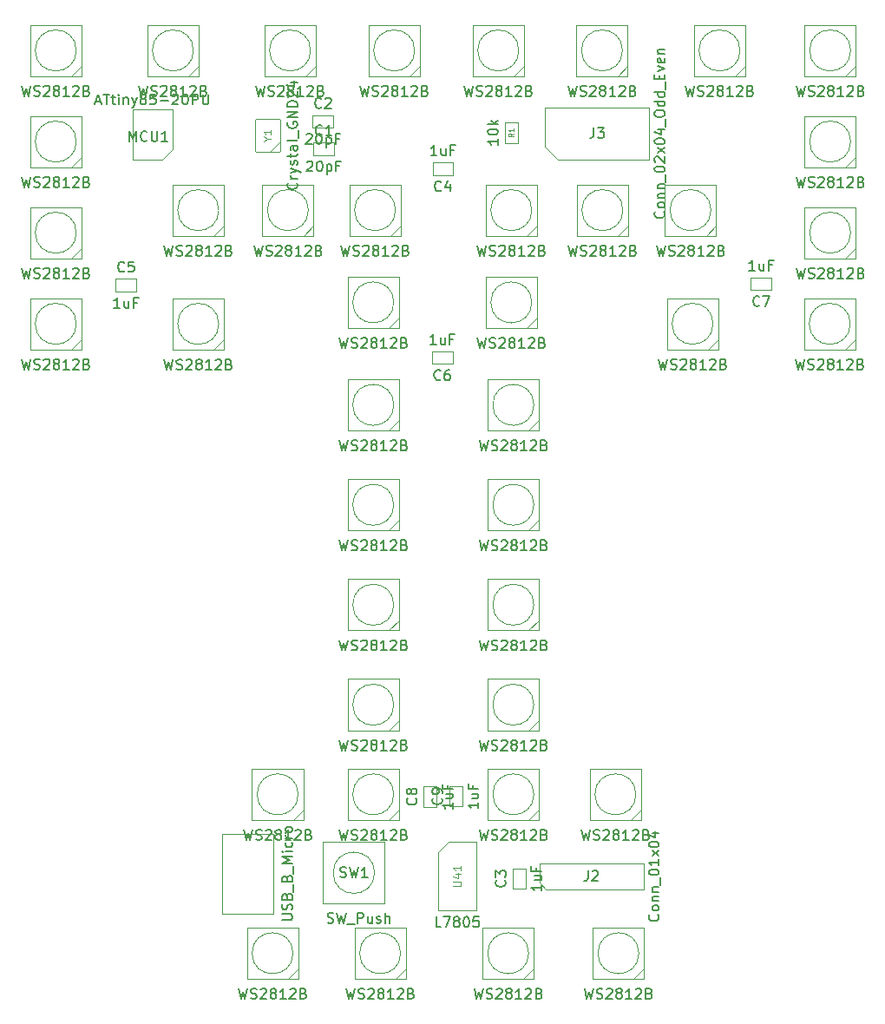
<source format=gbr>
G04 #@! TF.GenerationSoftware,KiCad,Pcbnew,(5.0.0)*
G04 #@! TF.CreationDate,2020-02-18T19:39:13-05:00*
G04 #@! TF.ProjectId,WS2812B Tiny T,575332383132422054696E7920542E6B,rev?*
G04 #@! TF.SameCoordinates,Original*
G04 #@! TF.FileFunction,Other,Fab,Top*
%FSLAX46Y46*%
G04 Gerber Fmt 4.6, Leading zero omitted, Abs format (unit mm)*
G04 Created by KiCad (PCBNEW (5.0.0)) date 02/18/20 19:39:13*
%MOMM*%
%LPD*%
G01*
G04 APERTURE LIST*
%ADD10C,0.100000*%
%ADD11C,0.150000*%
%ADD12C,0.075000*%
%ADD13C,0.105000*%
%ADD14C,0.120000*%
G04 APERTURE END LIST*
D10*
G04 #@! TO.C,U1*
X91662000Y-87312500D02*
G75*
G03X91662000Y-87312500I-2000000J0D01*
G01*
X92162000Y-84812500D02*
X87162000Y-84812500D01*
X92162000Y-89812500D02*
X92162000Y-84812500D01*
X87162000Y-89812500D02*
X92162000Y-89812500D01*
X87162000Y-84812500D02*
X87162000Y-89812500D01*
X92162000Y-88812500D02*
X91162000Y-89812500D01*
G04 #@! TO.C,U2*
X92162000Y-79922500D02*
X91162000Y-80922500D01*
X87162000Y-75922500D02*
X87162000Y-80922500D01*
X87162000Y-80922500D02*
X92162000Y-80922500D01*
X92162000Y-80922500D02*
X92162000Y-75922500D01*
X92162000Y-75922500D02*
X87162000Y-75922500D01*
X91662000Y-78422500D02*
G75*
G03X91662000Y-78422500I-2000000J0D01*
G01*
G04 #@! TO.C,U3*
X91662000Y-69532500D02*
G75*
G03X91662000Y-69532500I-2000000J0D01*
G01*
X92162000Y-67032500D02*
X87162000Y-67032500D01*
X92162000Y-72032500D02*
X92162000Y-67032500D01*
X87162000Y-72032500D02*
X92162000Y-72032500D01*
X87162000Y-67032500D02*
X87162000Y-72032500D01*
X92162000Y-71032500D02*
X91162000Y-72032500D01*
G04 #@! TO.C,U4*
X92162000Y-62142500D02*
X91162000Y-63142500D01*
X87162000Y-58142500D02*
X87162000Y-63142500D01*
X87162000Y-63142500D02*
X92162000Y-63142500D01*
X92162000Y-63142500D02*
X92162000Y-58142500D01*
X92162000Y-58142500D02*
X87162000Y-58142500D01*
X91662000Y-60642500D02*
G75*
G03X91662000Y-60642500I-2000000J0D01*
G01*
G04 #@! TO.C,U5*
X103092000Y-60642500D02*
G75*
G03X103092000Y-60642500I-2000000J0D01*
G01*
X103592000Y-58142500D02*
X98592000Y-58142500D01*
X103592000Y-63142500D02*
X103592000Y-58142500D01*
X98592000Y-63142500D02*
X103592000Y-63142500D01*
X98592000Y-58142500D02*
X98592000Y-63142500D01*
X103592000Y-62142500D02*
X102592000Y-63142500D01*
G04 #@! TO.C,U6*
X115022000Y-62142500D02*
X114022000Y-63142500D01*
X110022000Y-58142500D02*
X110022000Y-63142500D01*
X110022000Y-63142500D02*
X115022000Y-63142500D01*
X115022000Y-63142500D02*
X115022000Y-58142500D01*
X115022000Y-58142500D02*
X110022000Y-58142500D01*
X114522000Y-60642500D02*
G75*
G03X114522000Y-60642500I-2000000J0D01*
G01*
G04 #@! TO.C,U7*
X124682000Y-60642500D02*
G75*
G03X124682000Y-60642500I-2000000J0D01*
G01*
X125182000Y-58142500D02*
X120182000Y-58142500D01*
X125182000Y-63142500D02*
X125182000Y-58142500D01*
X120182000Y-63142500D02*
X125182000Y-63142500D01*
X120182000Y-58142500D02*
X120182000Y-63142500D01*
X125182000Y-62142500D02*
X124182000Y-63142500D01*
G04 #@! TO.C,U8*
X135342000Y-62142500D02*
X134342000Y-63142500D01*
X130342000Y-58142500D02*
X130342000Y-63142500D01*
X130342000Y-63142500D02*
X135342000Y-63142500D01*
X135342000Y-63142500D02*
X135342000Y-58142500D01*
X135342000Y-58142500D02*
X130342000Y-58142500D01*
X134842000Y-60642500D02*
G75*
G03X134842000Y-60642500I-2000000J0D01*
G01*
G04 #@! TO.C,U9*
X144962000Y-60642500D02*
G75*
G03X144962000Y-60642500I-2000000J0D01*
G01*
X145462000Y-58142500D02*
X140462000Y-58142500D01*
X145462000Y-63142500D02*
X145462000Y-58142500D01*
X140462000Y-63142500D02*
X145462000Y-63142500D01*
X140462000Y-58142500D02*
X140462000Y-63142500D01*
X145462000Y-62142500D02*
X144462000Y-63142500D01*
G04 #@! TO.C,U10*
X156932000Y-62142500D02*
X155932000Y-63142500D01*
X151932000Y-58142500D02*
X151932000Y-63142500D01*
X151932000Y-63142500D02*
X156932000Y-63142500D01*
X156932000Y-63142500D02*
X156932000Y-58142500D01*
X156932000Y-58142500D02*
X151932000Y-58142500D01*
X156432000Y-60642500D02*
G75*
G03X156432000Y-60642500I-2000000J0D01*
G01*
G04 #@! TO.C,U11*
X167227000Y-60642500D02*
G75*
G03X167227000Y-60642500I-2000000J0D01*
G01*
X167727000Y-58142500D02*
X162727000Y-58142500D01*
X167727000Y-63142500D02*
X167727000Y-58142500D01*
X162727000Y-63142500D02*
X167727000Y-63142500D01*
X162727000Y-58142500D02*
X162727000Y-63142500D01*
X167727000Y-62142500D02*
X166727000Y-63142500D01*
G04 #@! TO.C,U12*
X167727000Y-71032500D02*
X166727000Y-72032500D01*
X162727000Y-67032500D02*
X162727000Y-72032500D01*
X162727000Y-72032500D02*
X167727000Y-72032500D01*
X167727000Y-72032500D02*
X167727000Y-67032500D01*
X167727000Y-67032500D02*
X162727000Y-67032500D01*
X167227000Y-69532500D02*
G75*
G03X167227000Y-69532500I-2000000J0D01*
G01*
G04 #@! TO.C,U13*
X167227000Y-78422500D02*
G75*
G03X167227000Y-78422500I-2000000J0D01*
G01*
X167727000Y-75922500D02*
X162727000Y-75922500D01*
X167727000Y-80922500D02*
X167727000Y-75922500D01*
X162727000Y-80922500D02*
X167727000Y-80922500D01*
X162727000Y-75922500D02*
X162727000Y-80922500D01*
X167727000Y-79922500D02*
X166727000Y-80922500D01*
G04 #@! TO.C,U15*
X154301000Y-88812500D02*
X153301000Y-89812500D01*
X149301000Y-84812500D02*
X149301000Y-89812500D01*
X149301000Y-89812500D02*
X154301000Y-89812500D01*
X154301000Y-89812500D02*
X154301000Y-84812500D01*
X154301000Y-84812500D02*
X149301000Y-84812500D01*
X153801000Y-87312500D02*
G75*
G03X153801000Y-87312500I-2000000J0D01*
G01*
G04 #@! TO.C,U16*
X153598000Y-76222500D02*
G75*
G03X153598000Y-76222500I-2000000J0D01*
G01*
X154098000Y-73722500D02*
X149098000Y-73722500D01*
X154098000Y-78722500D02*
X154098000Y-73722500D01*
X149098000Y-78722500D02*
X154098000Y-78722500D01*
X149098000Y-73722500D02*
X149098000Y-78722500D01*
X154098000Y-77722500D02*
X153098000Y-78722500D01*
G04 #@! TO.C,U17*
X145502000Y-77722500D02*
X144502000Y-78722500D01*
X140502000Y-73722500D02*
X140502000Y-78722500D01*
X140502000Y-78722500D02*
X145502000Y-78722500D01*
X145502000Y-78722500D02*
X145502000Y-73722500D01*
X145502000Y-73722500D02*
X140502000Y-73722500D01*
X145002000Y-76222500D02*
G75*
G03X145002000Y-76222500I-2000000J0D01*
G01*
G04 #@! TO.C,U18*
X136112000Y-76222500D02*
G75*
G03X136112000Y-76222500I-2000000J0D01*
G01*
X136612000Y-73722500D02*
X131612000Y-73722500D01*
X136612000Y-78722500D02*
X136612000Y-73722500D01*
X131612000Y-78722500D02*
X136612000Y-78722500D01*
X131612000Y-73722500D02*
X131612000Y-78722500D01*
X136612000Y-77722500D02*
X135612000Y-78722500D01*
G04 #@! TO.C,U19*
X136612000Y-86722500D02*
X135612000Y-87722500D01*
X131612000Y-82722500D02*
X131612000Y-87722500D01*
X131612000Y-87722500D02*
X136612000Y-87722500D01*
X136612000Y-87722500D02*
X136612000Y-82722500D01*
X136612000Y-82722500D02*
X131612000Y-82722500D01*
X136112000Y-85222500D02*
G75*
G03X136112000Y-85222500I-2000000J0D01*
G01*
G04 #@! TO.C,U20*
X136312000Y-95222500D02*
G75*
G03X136312000Y-95222500I-2000000J0D01*
G01*
X136812000Y-92722500D02*
X131812000Y-92722500D01*
X136812000Y-97722500D02*
X136812000Y-92722500D01*
X131812000Y-97722500D02*
X136812000Y-97722500D01*
X131812000Y-92722500D02*
X131812000Y-97722500D01*
X136812000Y-96722500D02*
X135812000Y-97722500D01*
G04 #@! TO.C,U21*
X136312000Y-104972500D02*
G75*
G03X136312000Y-104972500I-2000000J0D01*
G01*
X136812000Y-102472500D02*
X131812000Y-102472500D01*
X136812000Y-107472500D02*
X136812000Y-102472500D01*
X131812000Y-107472500D02*
X136812000Y-107472500D01*
X131812000Y-102472500D02*
X131812000Y-107472500D01*
X136812000Y-106472500D02*
X135812000Y-107472500D01*
G04 #@! TO.C,U22*
X136812000Y-116222500D02*
X135812000Y-117222500D01*
X131812000Y-112222500D02*
X131812000Y-117222500D01*
X131812000Y-117222500D02*
X136812000Y-117222500D01*
X136812000Y-117222500D02*
X136812000Y-112222500D01*
X136812000Y-112222500D02*
X131812000Y-112222500D01*
X136312000Y-114722500D02*
G75*
G03X136312000Y-114722500I-2000000J0D01*
G01*
G04 #@! TO.C,U23*
X136312000Y-124472500D02*
G75*
G03X136312000Y-124472500I-2000000J0D01*
G01*
X136812000Y-121972500D02*
X131812000Y-121972500D01*
X136812000Y-126972500D02*
X136812000Y-121972500D01*
X131812000Y-126972500D02*
X136812000Y-126972500D01*
X131812000Y-121972500D02*
X131812000Y-126972500D01*
X136812000Y-125972500D02*
X135812000Y-126972500D01*
G04 #@! TO.C,U24*
X136812000Y-134722500D02*
X135812000Y-135722500D01*
X131812000Y-130722500D02*
X131812000Y-135722500D01*
X131812000Y-135722500D02*
X136812000Y-135722500D01*
X136812000Y-135722500D02*
X136812000Y-130722500D01*
X136812000Y-130722500D02*
X131812000Y-130722500D01*
X136312000Y-133222500D02*
G75*
G03X136312000Y-133222500I-2000000J0D01*
G01*
G04 #@! TO.C,U25*
X146272000Y-133222500D02*
G75*
G03X146272000Y-133222500I-2000000J0D01*
G01*
X146772000Y-130722500D02*
X141772000Y-130722500D01*
X146772000Y-135722500D02*
X146772000Y-130722500D01*
X141772000Y-135722500D02*
X146772000Y-135722500D01*
X141772000Y-130722500D02*
X141772000Y-135722500D01*
X146772000Y-134722500D02*
X145772000Y-135722500D01*
G04 #@! TO.C,U26*
X147062000Y-150222500D02*
X146062000Y-151222500D01*
X142062000Y-146222500D02*
X142062000Y-151222500D01*
X142062000Y-151222500D02*
X147062000Y-151222500D01*
X147062000Y-151222500D02*
X147062000Y-146222500D01*
X147062000Y-146222500D02*
X142062000Y-146222500D01*
X146562000Y-148722500D02*
G75*
G03X146562000Y-148722500I-2000000J0D01*
G01*
G04 #@! TO.C,U27*
X135812000Y-148722500D02*
G75*
G03X135812000Y-148722500I-2000000J0D01*
G01*
X136312000Y-146222500D02*
X131312000Y-146222500D01*
X136312000Y-151222500D02*
X136312000Y-146222500D01*
X131312000Y-151222500D02*
X136312000Y-151222500D01*
X131312000Y-146222500D02*
X131312000Y-151222500D01*
X136312000Y-150222500D02*
X135312000Y-151222500D01*
G04 #@! TO.C,U28*
X123812000Y-150222500D02*
X122812000Y-151222500D01*
X118812000Y-146222500D02*
X118812000Y-151222500D01*
X118812000Y-151222500D02*
X123812000Y-151222500D01*
X123812000Y-151222500D02*
X123812000Y-146222500D01*
X123812000Y-146222500D02*
X118812000Y-146222500D01*
X123312000Y-148722500D02*
G75*
G03X123312000Y-148722500I-2000000J0D01*
G01*
G04 #@! TO.C,U29*
X112812000Y-148722500D02*
G75*
G03X112812000Y-148722500I-2000000J0D01*
G01*
X113312000Y-146222500D02*
X108312000Y-146222500D01*
X113312000Y-151222500D02*
X113312000Y-146222500D01*
X108312000Y-151222500D02*
X113312000Y-151222500D01*
X108312000Y-146222500D02*
X108312000Y-151222500D01*
X113312000Y-150222500D02*
X112312000Y-151222500D01*
G04 #@! TO.C,U30*
X113812000Y-134722500D02*
X112812000Y-135722500D01*
X108812000Y-130722500D02*
X108812000Y-135722500D01*
X108812000Y-135722500D02*
X113812000Y-135722500D01*
X113812000Y-135722500D02*
X113812000Y-130722500D01*
X113812000Y-130722500D02*
X108812000Y-130722500D01*
X113312000Y-133222500D02*
G75*
G03X113312000Y-133222500I-2000000J0D01*
G01*
G04 #@! TO.C,U31*
X122642000Y-133222500D02*
G75*
G03X122642000Y-133222500I-2000000J0D01*
G01*
X123142000Y-130722500D02*
X118142000Y-130722500D01*
X123142000Y-135722500D02*
X123142000Y-130722500D01*
X118142000Y-135722500D02*
X123142000Y-135722500D01*
X118142000Y-130722500D02*
X118142000Y-135722500D01*
X123142000Y-134722500D02*
X122142000Y-135722500D01*
G04 #@! TO.C,U32*
X123142000Y-125972500D02*
X122142000Y-126972500D01*
X118142000Y-121972500D02*
X118142000Y-126972500D01*
X118142000Y-126972500D02*
X123142000Y-126972500D01*
X123142000Y-126972500D02*
X123142000Y-121972500D01*
X123142000Y-121972500D02*
X118142000Y-121972500D01*
X122642000Y-124472500D02*
G75*
G03X122642000Y-124472500I-2000000J0D01*
G01*
G04 #@! TO.C,U33*
X122642000Y-114722500D02*
G75*
G03X122642000Y-114722500I-2000000J0D01*
G01*
X123142000Y-112222500D02*
X118142000Y-112222500D01*
X123142000Y-117222500D02*
X123142000Y-112222500D01*
X118142000Y-117222500D02*
X123142000Y-117222500D01*
X118142000Y-112222500D02*
X118142000Y-117222500D01*
X123142000Y-116222500D02*
X122142000Y-117222500D01*
G04 #@! TO.C,U34*
X123142000Y-106472500D02*
X122142000Y-107472500D01*
X118142000Y-102472500D02*
X118142000Y-107472500D01*
X118142000Y-107472500D02*
X123142000Y-107472500D01*
X123142000Y-107472500D02*
X123142000Y-102472500D01*
X123142000Y-102472500D02*
X118142000Y-102472500D01*
X122642000Y-104972500D02*
G75*
G03X122642000Y-104972500I-2000000J0D01*
G01*
G04 #@! TO.C,U35*
X122642000Y-95222500D02*
G75*
G03X122642000Y-95222500I-2000000J0D01*
G01*
X123142000Y-92722500D02*
X118142000Y-92722500D01*
X123142000Y-97722500D02*
X123142000Y-92722500D01*
X118142000Y-97722500D02*
X123142000Y-97722500D01*
X118142000Y-92722500D02*
X118142000Y-97722500D01*
X123142000Y-96722500D02*
X122142000Y-97722500D01*
G04 #@! TO.C,U36*
X123142000Y-86722500D02*
X122142000Y-87722500D01*
X118142000Y-82722500D02*
X118142000Y-87722500D01*
X118142000Y-87722500D02*
X123142000Y-87722500D01*
X123142000Y-87722500D02*
X123142000Y-82722500D01*
X123142000Y-82722500D02*
X118142000Y-82722500D01*
X122642000Y-85222500D02*
G75*
G03X122642000Y-85222500I-2000000J0D01*
G01*
G04 #@! TO.C,U37*
X122812000Y-76222500D02*
G75*
G03X122812000Y-76222500I-2000000J0D01*
G01*
X123312000Y-73722500D02*
X118312000Y-73722500D01*
X123312000Y-78722500D02*
X123312000Y-73722500D01*
X118312000Y-78722500D02*
X123312000Y-78722500D01*
X118312000Y-73722500D02*
X118312000Y-78722500D01*
X123312000Y-77722500D02*
X122312000Y-78722500D01*
G04 #@! TO.C,U38*
X114812000Y-77722500D02*
X113812000Y-78722500D01*
X109812000Y-73722500D02*
X109812000Y-78722500D01*
X109812000Y-78722500D02*
X114812000Y-78722500D01*
X114812000Y-78722500D02*
X114812000Y-73722500D01*
X114812000Y-73722500D02*
X109812000Y-73722500D01*
X114312000Y-76222500D02*
G75*
G03X114312000Y-76222500I-2000000J0D01*
G01*
G04 #@! TO.C,U39*
X105562000Y-76222500D02*
G75*
G03X105562000Y-76222500I-2000000J0D01*
G01*
X106062000Y-73722500D02*
X101062000Y-73722500D01*
X106062000Y-78722500D02*
X106062000Y-73722500D01*
X101062000Y-78722500D02*
X106062000Y-78722500D01*
X101062000Y-73722500D02*
X101062000Y-78722500D01*
X106062000Y-77722500D02*
X105062000Y-78722500D01*
G04 #@! TO.C,U14*
X167187000Y-87312500D02*
G75*
G03X167187000Y-87312500I-2000000J0D01*
G01*
X167687000Y-84812500D02*
X162687000Y-84812500D01*
X167687000Y-89812500D02*
X167687000Y-84812500D01*
X162687000Y-89812500D02*
X167687000Y-89812500D01*
X162687000Y-84812500D02*
X162687000Y-89812500D01*
X167687000Y-88812500D02*
X166687000Y-89812500D01*
G04 #@! TO.C,C1*
X114804000Y-70851000D02*
X114804000Y-69611000D01*
X116804000Y-70851000D02*
X114804000Y-70851000D01*
X116804000Y-69611000D02*
X116804000Y-70851000D01*
X114804000Y-69611000D02*
X116804000Y-69611000D01*
G04 #@! TO.C,C2*
X114740500Y-66944000D02*
X116740500Y-66944000D01*
X116740500Y-66944000D02*
X116740500Y-68184000D01*
X116740500Y-68184000D02*
X114740500Y-68184000D01*
X114740500Y-68184000D02*
X114740500Y-66944000D01*
G04 #@! TO.C,C3*
X134254000Y-142445500D02*
X134254000Y-140445500D01*
X134254000Y-140445500D02*
X135494000Y-140445500D01*
X135494000Y-140445500D02*
X135494000Y-142445500D01*
X135494000Y-142445500D02*
X134254000Y-142445500D01*
G04 #@! TO.C,C4*
X128437000Y-71554100D02*
X128437000Y-72794100D01*
X126437000Y-71554100D02*
X128437000Y-71554100D01*
X126437000Y-72794100D02*
X126437000Y-71554100D01*
X128437000Y-72794100D02*
X126437000Y-72794100D01*
G04 #@! TO.C,C5*
X95520000Y-82933300D02*
X97520000Y-82933300D01*
X97520000Y-82933300D02*
X97520000Y-84173300D01*
X97520000Y-84173300D02*
X95520000Y-84173300D01*
X95520000Y-84173300D02*
X95520000Y-82933300D01*
G04 #@! TO.C,C6*
X128376000Y-89994500D02*
X128376000Y-91234500D01*
X126376000Y-89994500D02*
X128376000Y-89994500D01*
X126376000Y-91234500D02*
X126376000Y-89994500D01*
X128376000Y-91234500D02*
X126376000Y-91234500D01*
G04 #@! TO.C,C7*
X159496000Y-84020900D02*
X157496000Y-84020900D01*
X157496000Y-84020900D02*
X157496000Y-82780900D01*
X157496000Y-82780900D02*
X159496000Y-82780900D01*
X159496000Y-82780900D02*
X159496000Y-84020900D01*
G04 #@! TO.C,C8*
X126807000Y-134438500D02*
X125567000Y-134438500D01*
X126807000Y-132438500D02*
X126807000Y-134438500D01*
X125567000Y-132438500D02*
X126807000Y-132438500D01*
X125567000Y-134438500D02*
X125567000Y-132438500D01*
G04 #@! TO.C,C9*
X128081000Y-134419500D02*
X128081000Y-132419500D01*
X128081000Y-132419500D02*
X129321000Y-132419500D01*
X129321000Y-132419500D02*
X129321000Y-134419500D01*
X129321000Y-134419500D02*
X128081000Y-134419500D01*
G04 #@! TO.C,J2*
X137477000Y-142492500D02*
X136842000Y-141857500D01*
X147002000Y-142492500D02*
X137477000Y-142492500D01*
X147002000Y-139952500D02*
X147002000Y-142492500D01*
X136842000Y-139952500D02*
X147002000Y-139952500D01*
X136842000Y-141857500D02*
X136842000Y-139952500D01*
G04 #@! TO.C,U40*
X105562000Y-87322500D02*
G75*
G03X105562000Y-87322500I-2000000J0D01*
G01*
X106062000Y-84822500D02*
X101062000Y-84822500D01*
X106062000Y-89822500D02*
X106062000Y-84822500D01*
X101062000Y-89822500D02*
X106062000Y-89822500D01*
X101062000Y-84822500D02*
X101062000Y-89822500D01*
X106062000Y-88822500D02*
X105062000Y-89822500D01*
G04 #@! TO.C,SW1*
X120765564Y-140872500D02*
G75*
G03X120765564Y-140872500I-2015564J0D01*
G01*
X115750000Y-137872500D02*
X118750000Y-137872500D01*
X115750000Y-143872500D02*
X115750000Y-137872500D01*
X121750000Y-143872500D02*
X115750000Y-143872500D01*
X121750000Y-137872500D02*
X121750000Y-143872500D01*
X118750000Y-137872500D02*
X121750000Y-137872500D01*
G04 #@! TO.C,J3*
X138680000Y-71263500D02*
X137410000Y-69993500D01*
X147570000Y-71263500D02*
X138680000Y-71263500D01*
X147570000Y-66183500D02*
X147570000Y-71263500D01*
X137410000Y-66183500D02*
X147570000Y-66183500D01*
X137410000Y-69993500D02*
X137410000Y-66183500D01*
G04 #@! TO.C,R1*
X134732000Y-67653700D02*
X134732000Y-69653700D01*
X134732000Y-69653700D02*
X133492000Y-69653700D01*
X133492000Y-69653700D02*
X133492000Y-67653700D01*
X133492000Y-67653700D02*
X134732000Y-67653700D01*
G04 #@! TO.C,MCU1*
X100039000Y-71311000D02*
X97139000Y-71311000D01*
X97139000Y-71311000D02*
X97139000Y-66411000D01*
X97139000Y-66411000D02*
X101039000Y-66411000D01*
X101039000Y-66411000D02*
X101039000Y-70311000D01*
X101039000Y-70311000D02*
X100039000Y-71311000D01*
G04 #@! TO.C,Y1*
X110587500Y-70518000D02*
X111587500Y-69518000D01*
X109187500Y-70518000D02*
X109087500Y-70418000D01*
X111487500Y-70518000D02*
X109187500Y-70518000D01*
X111587500Y-70418000D02*
X111487500Y-70518000D01*
X111587500Y-67418000D02*
X111587500Y-70418000D01*
X111487500Y-67318000D02*
X111587500Y-67418000D01*
X109187500Y-67318000D02*
X111487500Y-67318000D01*
X109087500Y-67418000D02*
X109187500Y-67318000D01*
X109087500Y-70418000D02*
X109087500Y-67418000D01*
G04 #@! TO.C,USB1*
X105870000Y-137062500D02*
X105870000Y-144862500D01*
X110870000Y-144862500D02*
X105870000Y-144862500D01*
X110870000Y-137062500D02*
X105870000Y-137062500D01*
X110870000Y-137062500D02*
X110870000Y-144862500D01*
G04 #@! TO.C,U41*
X130700000Y-137861500D02*
X130700000Y-144561500D01*
X127000000Y-144561500D02*
X130700000Y-144561500D01*
X128000000Y-137861500D02*
X130700000Y-137861500D01*
X127000000Y-138861500D02*
X127000000Y-144561500D01*
X127000000Y-138861500D02*
X128000000Y-137861500D01*
G04 #@! TD*
G04 #@! TO.C,U1*
D11*
X86352476Y-90764880D02*
X86590571Y-91764880D01*
X86781047Y-91050595D01*
X86971523Y-91764880D01*
X87209619Y-90764880D01*
X87542952Y-91717261D02*
X87685809Y-91764880D01*
X87923904Y-91764880D01*
X88019142Y-91717261D01*
X88066761Y-91669642D01*
X88114380Y-91574404D01*
X88114380Y-91479166D01*
X88066761Y-91383928D01*
X88019142Y-91336309D01*
X87923904Y-91288690D01*
X87733428Y-91241071D01*
X87638190Y-91193452D01*
X87590571Y-91145833D01*
X87542952Y-91050595D01*
X87542952Y-90955357D01*
X87590571Y-90860119D01*
X87638190Y-90812500D01*
X87733428Y-90764880D01*
X87971523Y-90764880D01*
X88114380Y-90812500D01*
X88495333Y-90860119D02*
X88542952Y-90812500D01*
X88638190Y-90764880D01*
X88876285Y-90764880D01*
X88971523Y-90812500D01*
X89019142Y-90860119D01*
X89066761Y-90955357D01*
X89066761Y-91050595D01*
X89019142Y-91193452D01*
X88447714Y-91764880D01*
X89066761Y-91764880D01*
X89638190Y-91193452D02*
X89542952Y-91145833D01*
X89495333Y-91098214D01*
X89447714Y-91002976D01*
X89447714Y-90955357D01*
X89495333Y-90860119D01*
X89542952Y-90812500D01*
X89638190Y-90764880D01*
X89828666Y-90764880D01*
X89923904Y-90812500D01*
X89971523Y-90860119D01*
X90019142Y-90955357D01*
X90019142Y-91002976D01*
X89971523Y-91098214D01*
X89923904Y-91145833D01*
X89828666Y-91193452D01*
X89638190Y-91193452D01*
X89542952Y-91241071D01*
X89495333Y-91288690D01*
X89447714Y-91383928D01*
X89447714Y-91574404D01*
X89495333Y-91669642D01*
X89542952Y-91717261D01*
X89638190Y-91764880D01*
X89828666Y-91764880D01*
X89923904Y-91717261D01*
X89971523Y-91669642D01*
X90019142Y-91574404D01*
X90019142Y-91383928D01*
X89971523Y-91288690D01*
X89923904Y-91241071D01*
X89828666Y-91193452D01*
X90971523Y-91764880D02*
X90400095Y-91764880D01*
X90685809Y-91764880D02*
X90685809Y-90764880D01*
X90590571Y-90907738D01*
X90495333Y-91002976D01*
X90400095Y-91050595D01*
X91352476Y-90860119D02*
X91400095Y-90812500D01*
X91495333Y-90764880D01*
X91733428Y-90764880D01*
X91828666Y-90812500D01*
X91876285Y-90860119D01*
X91923904Y-90955357D01*
X91923904Y-91050595D01*
X91876285Y-91193452D01*
X91304857Y-91764880D01*
X91923904Y-91764880D01*
X92685809Y-91241071D02*
X92828666Y-91288690D01*
X92876285Y-91336309D01*
X92923904Y-91431547D01*
X92923904Y-91574404D01*
X92876285Y-91669642D01*
X92828666Y-91717261D01*
X92733428Y-91764880D01*
X92352476Y-91764880D01*
X92352476Y-90764880D01*
X92685809Y-90764880D01*
X92781047Y-90812500D01*
X92828666Y-90860119D01*
X92876285Y-90955357D01*
X92876285Y-91050595D01*
X92828666Y-91145833D01*
X92781047Y-91193452D01*
X92685809Y-91241071D01*
X92352476Y-91241071D01*
G04 #@! TO.C,U2*
X86352476Y-81874880D02*
X86590571Y-82874880D01*
X86781047Y-82160595D01*
X86971523Y-82874880D01*
X87209619Y-81874880D01*
X87542952Y-82827261D02*
X87685809Y-82874880D01*
X87923904Y-82874880D01*
X88019142Y-82827261D01*
X88066761Y-82779642D01*
X88114380Y-82684404D01*
X88114380Y-82589166D01*
X88066761Y-82493928D01*
X88019142Y-82446309D01*
X87923904Y-82398690D01*
X87733428Y-82351071D01*
X87638190Y-82303452D01*
X87590571Y-82255833D01*
X87542952Y-82160595D01*
X87542952Y-82065357D01*
X87590571Y-81970119D01*
X87638190Y-81922500D01*
X87733428Y-81874880D01*
X87971523Y-81874880D01*
X88114380Y-81922500D01*
X88495333Y-81970119D02*
X88542952Y-81922500D01*
X88638190Y-81874880D01*
X88876285Y-81874880D01*
X88971523Y-81922500D01*
X89019142Y-81970119D01*
X89066761Y-82065357D01*
X89066761Y-82160595D01*
X89019142Y-82303452D01*
X88447714Y-82874880D01*
X89066761Y-82874880D01*
X89638190Y-82303452D02*
X89542952Y-82255833D01*
X89495333Y-82208214D01*
X89447714Y-82112976D01*
X89447714Y-82065357D01*
X89495333Y-81970119D01*
X89542952Y-81922500D01*
X89638190Y-81874880D01*
X89828666Y-81874880D01*
X89923904Y-81922500D01*
X89971523Y-81970119D01*
X90019142Y-82065357D01*
X90019142Y-82112976D01*
X89971523Y-82208214D01*
X89923904Y-82255833D01*
X89828666Y-82303452D01*
X89638190Y-82303452D01*
X89542952Y-82351071D01*
X89495333Y-82398690D01*
X89447714Y-82493928D01*
X89447714Y-82684404D01*
X89495333Y-82779642D01*
X89542952Y-82827261D01*
X89638190Y-82874880D01*
X89828666Y-82874880D01*
X89923904Y-82827261D01*
X89971523Y-82779642D01*
X90019142Y-82684404D01*
X90019142Y-82493928D01*
X89971523Y-82398690D01*
X89923904Y-82351071D01*
X89828666Y-82303452D01*
X90971523Y-82874880D02*
X90400095Y-82874880D01*
X90685809Y-82874880D02*
X90685809Y-81874880D01*
X90590571Y-82017738D01*
X90495333Y-82112976D01*
X90400095Y-82160595D01*
X91352476Y-81970119D02*
X91400095Y-81922500D01*
X91495333Y-81874880D01*
X91733428Y-81874880D01*
X91828666Y-81922500D01*
X91876285Y-81970119D01*
X91923904Y-82065357D01*
X91923904Y-82160595D01*
X91876285Y-82303452D01*
X91304857Y-82874880D01*
X91923904Y-82874880D01*
X92685809Y-82351071D02*
X92828666Y-82398690D01*
X92876285Y-82446309D01*
X92923904Y-82541547D01*
X92923904Y-82684404D01*
X92876285Y-82779642D01*
X92828666Y-82827261D01*
X92733428Y-82874880D01*
X92352476Y-82874880D01*
X92352476Y-81874880D01*
X92685809Y-81874880D01*
X92781047Y-81922500D01*
X92828666Y-81970119D01*
X92876285Y-82065357D01*
X92876285Y-82160595D01*
X92828666Y-82255833D01*
X92781047Y-82303452D01*
X92685809Y-82351071D01*
X92352476Y-82351071D01*
G04 #@! TO.C,U3*
X86352476Y-72984880D02*
X86590571Y-73984880D01*
X86781047Y-73270595D01*
X86971523Y-73984880D01*
X87209619Y-72984880D01*
X87542952Y-73937261D02*
X87685809Y-73984880D01*
X87923904Y-73984880D01*
X88019142Y-73937261D01*
X88066761Y-73889642D01*
X88114380Y-73794404D01*
X88114380Y-73699166D01*
X88066761Y-73603928D01*
X88019142Y-73556309D01*
X87923904Y-73508690D01*
X87733428Y-73461071D01*
X87638190Y-73413452D01*
X87590571Y-73365833D01*
X87542952Y-73270595D01*
X87542952Y-73175357D01*
X87590571Y-73080119D01*
X87638190Y-73032500D01*
X87733428Y-72984880D01*
X87971523Y-72984880D01*
X88114380Y-73032500D01*
X88495333Y-73080119D02*
X88542952Y-73032500D01*
X88638190Y-72984880D01*
X88876285Y-72984880D01*
X88971523Y-73032500D01*
X89019142Y-73080119D01*
X89066761Y-73175357D01*
X89066761Y-73270595D01*
X89019142Y-73413452D01*
X88447714Y-73984880D01*
X89066761Y-73984880D01*
X89638190Y-73413452D02*
X89542952Y-73365833D01*
X89495333Y-73318214D01*
X89447714Y-73222976D01*
X89447714Y-73175357D01*
X89495333Y-73080119D01*
X89542952Y-73032500D01*
X89638190Y-72984880D01*
X89828666Y-72984880D01*
X89923904Y-73032500D01*
X89971523Y-73080119D01*
X90019142Y-73175357D01*
X90019142Y-73222976D01*
X89971523Y-73318214D01*
X89923904Y-73365833D01*
X89828666Y-73413452D01*
X89638190Y-73413452D01*
X89542952Y-73461071D01*
X89495333Y-73508690D01*
X89447714Y-73603928D01*
X89447714Y-73794404D01*
X89495333Y-73889642D01*
X89542952Y-73937261D01*
X89638190Y-73984880D01*
X89828666Y-73984880D01*
X89923904Y-73937261D01*
X89971523Y-73889642D01*
X90019142Y-73794404D01*
X90019142Y-73603928D01*
X89971523Y-73508690D01*
X89923904Y-73461071D01*
X89828666Y-73413452D01*
X90971523Y-73984880D02*
X90400095Y-73984880D01*
X90685809Y-73984880D02*
X90685809Y-72984880D01*
X90590571Y-73127738D01*
X90495333Y-73222976D01*
X90400095Y-73270595D01*
X91352476Y-73080119D02*
X91400095Y-73032500D01*
X91495333Y-72984880D01*
X91733428Y-72984880D01*
X91828666Y-73032500D01*
X91876285Y-73080119D01*
X91923904Y-73175357D01*
X91923904Y-73270595D01*
X91876285Y-73413452D01*
X91304857Y-73984880D01*
X91923904Y-73984880D01*
X92685809Y-73461071D02*
X92828666Y-73508690D01*
X92876285Y-73556309D01*
X92923904Y-73651547D01*
X92923904Y-73794404D01*
X92876285Y-73889642D01*
X92828666Y-73937261D01*
X92733428Y-73984880D01*
X92352476Y-73984880D01*
X92352476Y-72984880D01*
X92685809Y-72984880D01*
X92781047Y-73032500D01*
X92828666Y-73080119D01*
X92876285Y-73175357D01*
X92876285Y-73270595D01*
X92828666Y-73365833D01*
X92781047Y-73413452D01*
X92685809Y-73461071D01*
X92352476Y-73461071D01*
G04 #@! TO.C,U4*
X86352476Y-64094880D02*
X86590571Y-65094880D01*
X86781047Y-64380595D01*
X86971523Y-65094880D01*
X87209619Y-64094880D01*
X87542952Y-65047261D02*
X87685809Y-65094880D01*
X87923904Y-65094880D01*
X88019142Y-65047261D01*
X88066761Y-64999642D01*
X88114380Y-64904404D01*
X88114380Y-64809166D01*
X88066761Y-64713928D01*
X88019142Y-64666309D01*
X87923904Y-64618690D01*
X87733428Y-64571071D01*
X87638190Y-64523452D01*
X87590571Y-64475833D01*
X87542952Y-64380595D01*
X87542952Y-64285357D01*
X87590571Y-64190119D01*
X87638190Y-64142500D01*
X87733428Y-64094880D01*
X87971523Y-64094880D01*
X88114380Y-64142500D01*
X88495333Y-64190119D02*
X88542952Y-64142500D01*
X88638190Y-64094880D01*
X88876285Y-64094880D01*
X88971523Y-64142500D01*
X89019142Y-64190119D01*
X89066761Y-64285357D01*
X89066761Y-64380595D01*
X89019142Y-64523452D01*
X88447714Y-65094880D01*
X89066761Y-65094880D01*
X89638190Y-64523452D02*
X89542952Y-64475833D01*
X89495333Y-64428214D01*
X89447714Y-64332976D01*
X89447714Y-64285357D01*
X89495333Y-64190119D01*
X89542952Y-64142500D01*
X89638190Y-64094880D01*
X89828666Y-64094880D01*
X89923904Y-64142500D01*
X89971523Y-64190119D01*
X90019142Y-64285357D01*
X90019142Y-64332976D01*
X89971523Y-64428214D01*
X89923904Y-64475833D01*
X89828666Y-64523452D01*
X89638190Y-64523452D01*
X89542952Y-64571071D01*
X89495333Y-64618690D01*
X89447714Y-64713928D01*
X89447714Y-64904404D01*
X89495333Y-64999642D01*
X89542952Y-65047261D01*
X89638190Y-65094880D01*
X89828666Y-65094880D01*
X89923904Y-65047261D01*
X89971523Y-64999642D01*
X90019142Y-64904404D01*
X90019142Y-64713928D01*
X89971523Y-64618690D01*
X89923904Y-64571071D01*
X89828666Y-64523452D01*
X90971523Y-65094880D02*
X90400095Y-65094880D01*
X90685809Y-65094880D02*
X90685809Y-64094880D01*
X90590571Y-64237738D01*
X90495333Y-64332976D01*
X90400095Y-64380595D01*
X91352476Y-64190119D02*
X91400095Y-64142500D01*
X91495333Y-64094880D01*
X91733428Y-64094880D01*
X91828666Y-64142500D01*
X91876285Y-64190119D01*
X91923904Y-64285357D01*
X91923904Y-64380595D01*
X91876285Y-64523452D01*
X91304857Y-65094880D01*
X91923904Y-65094880D01*
X92685809Y-64571071D02*
X92828666Y-64618690D01*
X92876285Y-64666309D01*
X92923904Y-64761547D01*
X92923904Y-64904404D01*
X92876285Y-64999642D01*
X92828666Y-65047261D01*
X92733428Y-65094880D01*
X92352476Y-65094880D01*
X92352476Y-64094880D01*
X92685809Y-64094880D01*
X92781047Y-64142500D01*
X92828666Y-64190119D01*
X92876285Y-64285357D01*
X92876285Y-64380595D01*
X92828666Y-64475833D01*
X92781047Y-64523452D01*
X92685809Y-64571071D01*
X92352476Y-64571071D01*
G04 #@! TO.C,U5*
X97782476Y-64094880D02*
X98020571Y-65094880D01*
X98211047Y-64380595D01*
X98401523Y-65094880D01*
X98639619Y-64094880D01*
X98972952Y-65047261D02*
X99115809Y-65094880D01*
X99353904Y-65094880D01*
X99449142Y-65047261D01*
X99496761Y-64999642D01*
X99544380Y-64904404D01*
X99544380Y-64809166D01*
X99496761Y-64713928D01*
X99449142Y-64666309D01*
X99353904Y-64618690D01*
X99163428Y-64571071D01*
X99068190Y-64523452D01*
X99020571Y-64475833D01*
X98972952Y-64380595D01*
X98972952Y-64285357D01*
X99020571Y-64190119D01*
X99068190Y-64142500D01*
X99163428Y-64094880D01*
X99401523Y-64094880D01*
X99544380Y-64142500D01*
X99925333Y-64190119D02*
X99972952Y-64142500D01*
X100068190Y-64094880D01*
X100306285Y-64094880D01*
X100401523Y-64142500D01*
X100449142Y-64190119D01*
X100496761Y-64285357D01*
X100496761Y-64380595D01*
X100449142Y-64523452D01*
X99877714Y-65094880D01*
X100496761Y-65094880D01*
X101068190Y-64523452D02*
X100972952Y-64475833D01*
X100925333Y-64428214D01*
X100877714Y-64332976D01*
X100877714Y-64285357D01*
X100925333Y-64190119D01*
X100972952Y-64142500D01*
X101068190Y-64094880D01*
X101258666Y-64094880D01*
X101353904Y-64142500D01*
X101401523Y-64190119D01*
X101449142Y-64285357D01*
X101449142Y-64332976D01*
X101401523Y-64428214D01*
X101353904Y-64475833D01*
X101258666Y-64523452D01*
X101068190Y-64523452D01*
X100972952Y-64571071D01*
X100925333Y-64618690D01*
X100877714Y-64713928D01*
X100877714Y-64904404D01*
X100925333Y-64999642D01*
X100972952Y-65047261D01*
X101068190Y-65094880D01*
X101258666Y-65094880D01*
X101353904Y-65047261D01*
X101401523Y-64999642D01*
X101449142Y-64904404D01*
X101449142Y-64713928D01*
X101401523Y-64618690D01*
X101353904Y-64571071D01*
X101258666Y-64523452D01*
X102401523Y-65094880D02*
X101830095Y-65094880D01*
X102115809Y-65094880D02*
X102115809Y-64094880D01*
X102020571Y-64237738D01*
X101925333Y-64332976D01*
X101830095Y-64380595D01*
X102782476Y-64190119D02*
X102830095Y-64142500D01*
X102925333Y-64094880D01*
X103163428Y-64094880D01*
X103258666Y-64142500D01*
X103306285Y-64190119D01*
X103353904Y-64285357D01*
X103353904Y-64380595D01*
X103306285Y-64523452D01*
X102734857Y-65094880D01*
X103353904Y-65094880D01*
X104115809Y-64571071D02*
X104258666Y-64618690D01*
X104306285Y-64666309D01*
X104353904Y-64761547D01*
X104353904Y-64904404D01*
X104306285Y-64999642D01*
X104258666Y-65047261D01*
X104163428Y-65094880D01*
X103782476Y-65094880D01*
X103782476Y-64094880D01*
X104115809Y-64094880D01*
X104211047Y-64142500D01*
X104258666Y-64190119D01*
X104306285Y-64285357D01*
X104306285Y-64380595D01*
X104258666Y-64475833D01*
X104211047Y-64523452D01*
X104115809Y-64571071D01*
X103782476Y-64571071D01*
G04 #@! TO.C,U6*
X109212476Y-64094880D02*
X109450571Y-65094880D01*
X109641047Y-64380595D01*
X109831523Y-65094880D01*
X110069619Y-64094880D01*
X110402952Y-65047261D02*
X110545809Y-65094880D01*
X110783904Y-65094880D01*
X110879142Y-65047261D01*
X110926761Y-64999642D01*
X110974380Y-64904404D01*
X110974380Y-64809166D01*
X110926761Y-64713928D01*
X110879142Y-64666309D01*
X110783904Y-64618690D01*
X110593428Y-64571071D01*
X110498190Y-64523452D01*
X110450571Y-64475833D01*
X110402952Y-64380595D01*
X110402952Y-64285357D01*
X110450571Y-64190119D01*
X110498190Y-64142500D01*
X110593428Y-64094880D01*
X110831523Y-64094880D01*
X110974380Y-64142500D01*
X111355333Y-64190119D02*
X111402952Y-64142500D01*
X111498190Y-64094880D01*
X111736285Y-64094880D01*
X111831523Y-64142500D01*
X111879142Y-64190119D01*
X111926761Y-64285357D01*
X111926761Y-64380595D01*
X111879142Y-64523452D01*
X111307714Y-65094880D01*
X111926761Y-65094880D01*
X112498190Y-64523452D02*
X112402952Y-64475833D01*
X112355333Y-64428214D01*
X112307714Y-64332976D01*
X112307714Y-64285357D01*
X112355333Y-64190119D01*
X112402952Y-64142500D01*
X112498190Y-64094880D01*
X112688666Y-64094880D01*
X112783904Y-64142500D01*
X112831523Y-64190119D01*
X112879142Y-64285357D01*
X112879142Y-64332976D01*
X112831523Y-64428214D01*
X112783904Y-64475833D01*
X112688666Y-64523452D01*
X112498190Y-64523452D01*
X112402952Y-64571071D01*
X112355333Y-64618690D01*
X112307714Y-64713928D01*
X112307714Y-64904404D01*
X112355333Y-64999642D01*
X112402952Y-65047261D01*
X112498190Y-65094880D01*
X112688666Y-65094880D01*
X112783904Y-65047261D01*
X112831523Y-64999642D01*
X112879142Y-64904404D01*
X112879142Y-64713928D01*
X112831523Y-64618690D01*
X112783904Y-64571071D01*
X112688666Y-64523452D01*
X113831523Y-65094880D02*
X113260095Y-65094880D01*
X113545809Y-65094880D02*
X113545809Y-64094880D01*
X113450571Y-64237738D01*
X113355333Y-64332976D01*
X113260095Y-64380595D01*
X114212476Y-64190119D02*
X114260095Y-64142500D01*
X114355333Y-64094880D01*
X114593428Y-64094880D01*
X114688666Y-64142500D01*
X114736285Y-64190119D01*
X114783904Y-64285357D01*
X114783904Y-64380595D01*
X114736285Y-64523452D01*
X114164857Y-65094880D01*
X114783904Y-65094880D01*
X115545809Y-64571071D02*
X115688666Y-64618690D01*
X115736285Y-64666309D01*
X115783904Y-64761547D01*
X115783904Y-64904404D01*
X115736285Y-64999642D01*
X115688666Y-65047261D01*
X115593428Y-65094880D01*
X115212476Y-65094880D01*
X115212476Y-64094880D01*
X115545809Y-64094880D01*
X115641047Y-64142500D01*
X115688666Y-64190119D01*
X115736285Y-64285357D01*
X115736285Y-64380595D01*
X115688666Y-64475833D01*
X115641047Y-64523452D01*
X115545809Y-64571071D01*
X115212476Y-64571071D01*
G04 #@! TO.C,U7*
X119372476Y-64094880D02*
X119610571Y-65094880D01*
X119801047Y-64380595D01*
X119991523Y-65094880D01*
X120229619Y-64094880D01*
X120562952Y-65047261D02*
X120705809Y-65094880D01*
X120943904Y-65094880D01*
X121039142Y-65047261D01*
X121086761Y-64999642D01*
X121134380Y-64904404D01*
X121134380Y-64809166D01*
X121086761Y-64713928D01*
X121039142Y-64666309D01*
X120943904Y-64618690D01*
X120753428Y-64571071D01*
X120658190Y-64523452D01*
X120610571Y-64475833D01*
X120562952Y-64380595D01*
X120562952Y-64285357D01*
X120610571Y-64190119D01*
X120658190Y-64142500D01*
X120753428Y-64094880D01*
X120991523Y-64094880D01*
X121134380Y-64142500D01*
X121515333Y-64190119D02*
X121562952Y-64142500D01*
X121658190Y-64094880D01*
X121896285Y-64094880D01*
X121991523Y-64142500D01*
X122039142Y-64190119D01*
X122086761Y-64285357D01*
X122086761Y-64380595D01*
X122039142Y-64523452D01*
X121467714Y-65094880D01*
X122086761Y-65094880D01*
X122658190Y-64523452D02*
X122562952Y-64475833D01*
X122515333Y-64428214D01*
X122467714Y-64332976D01*
X122467714Y-64285357D01*
X122515333Y-64190119D01*
X122562952Y-64142500D01*
X122658190Y-64094880D01*
X122848666Y-64094880D01*
X122943904Y-64142500D01*
X122991523Y-64190119D01*
X123039142Y-64285357D01*
X123039142Y-64332976D01*
X122991523Y-64428214D01*
X122943904Y-64475833D01*
X122848666Y-64523452D01*
X122658190Y-64523452D01*
X122562952Y-64571071D01*
X122515333Y-64618690D01*
X122467714Y-64713928D01*
X122467714Y-64904404D01*
X122515333Y-64999642D01*
X122562952Y-65047261D01*
X122658190Y-65094880D01*
X122848666Y-65094880D01*
X122943904Y-65047261D01*
X122991523Y-64999642D01*
X123039142Y-64904404D01*
X123039142Y-64713928D01*
X122991523Y-64618690D01*
X122943904Y-64571071D01*
X122848666Y-64523452D01*
X123991523Y-65094880D02*
X123420095Y-65094880D01*
X123705809Y-65094880D02*
X123705809Y-64094880D01*
X123610571Y-64237738D01*
X123515333Y-64332976D01*
X123420095Y-64380595D01*
X124372476Y-64190119D02*
X124420095Y-64142500D01*
X124515333Y-64094880D01*
X124753428Y-64094880D01*
X124848666Y-64142500D01*
X124896285Y-64190119D01*
X124943904Y-64285357D01*
X124943904Y-64380595D01*
X124896285Y-64523452D01*
X124324857Y-65094880D01*
X124943904Y-65094880D01*
X125705809Y-64571071D02*
X125848666Y-64618690D01*
X125896285Y-64666309D01*
X125943904Y-64761547D01*
X125943904Y-64904404D01*
X125896285Y-64999642D01*
X125848666Y-65047261D01*
X125753428Y-65094880D01*
X125372476Y-65094880D01*
X125372476Y-64094880D01*
X125705809Y-64094880D01*
X125801047Y-64142500D01*
X125848666Y-64190119D01*
X125896285Y-64285357D01*
X125896285Y-64380595D01*
X125848666Y-64475833D01*
X125801047Y-64523452D01*
X125705809Y-64571071D01*
X125372476Y-64571071D01*
G04 #@! TO.C,U8*
X129532476Y-64094880D02*
X129770571Y-65094880D01*
X129961047Y-64380595D01*
X130151523Y-65094880D01*
X130389619Y-64094880D01*
X130722952Y-65047261D02*
X130865809Y-65094880D01*
X131103904Y-65094880D01*
X131199142Y-65047261D01*
X131246761Y-64999642D01*
X131294380Y-64904404D01*
X131294380Y-64809166D01*
X131246761Y-64713928D01*
X131199142Y-64666309D01*
X131103904Y-64618690D01*
X130913428Y-64571071D01*
X130818190Y-64523452D01*
X130770571Y-64475833D01*
X130722952Y-64380595D01*
X130722952Y-64285357D01*
X130770571Y-64190119D01*
X130818190Y-64142500D01*
X130913428Y-64094880D01*
X131151523Y-64094880D01*
X131294380Y-64142500D01*
X131675333Y-64190119D02*
X131722952Y-64142500D01*
X131818190Y-64094880D01*
X132056285Y-64094880D01*
X132151523Y-64142500D01*
X132199142Y-64190119D01*
X132246761Y-64285357D01*
X132246761Y-64380595D01*
X132199142Y-64523452D01*
X131627714Y-65094880D01*
X132246761Y-65094880D01*
X132818190Y-64523452D02*
X132722952Y-64475833D01*
X132675333Y-64428214D01*
X132627714Y-64332976D01*
X132627714Y-64285357D01*
X132675333Y-64190119D01*
X132722952Y-64142500D01*
X132818190Y-64094880D01*
X133008666Y-64094880D01*
X133103904Y-64142500D01*
X133151523Y-64190119D01*
X133199142Y-64285357D01*
X133199142Y-64332976D01*
X133151523Y-64428214D01*
X133103904Y-64475833D01*
X133008666Y-64523452D01*
X132818190Y-64523452D01*
X132722952Y-64571071D01*
X132675333Y-64618690D01*
X132627714Y-64713928D01*
X132627714Y-64904404D01*
X132675333Y-64999642D01*
X132722952Y-65047261D01*
X132818190Y-65094880D01*
X133008666Y-65094880D01*
X133103904Y-65047261D01*
X133151523Y-64999642D01*
X133199142Y-64904404D01*
X133199142Y-64713928D01*
X133151523Y-64618690D01*
X133103904Y-64571071D01*
X133008666Y-64523452D01*
X134151523Y-65094880D02*
X133580095Y-65094880D01*
X133865809Y-65094880D02*
X133865809Y-64094880D01*
X133770571Y-64237738D01*
X133675333Y-64332976D01*
X133580095Y-64380595D01*
X134532476Y-64190119D02*
X134580095Y-64142500D01*
X134675333Y-64094880D01*
X134913428Y-64094880D01*
X135008666Y-64142500D01*
X135056285Y-64190119D01*
X135103904Y-64285357D01*
X135103904Y-64380595D01*
X135056285Y-64523452D01*
X134484857Y-65094880D01*
X135103904Y-65094880D01*
X135865809Y-64571071D02*
X136008666Y-64618690D01*
X136056285Y-64666309D01*
X136103904Y-64761547D01*
X136103904Y-64904404D01*
X136056285Y-64999642D01*
X136008666Y-65047261D01*
X135913428Y-65094880D01*
X135532476Y-65094880D01*
X135532476Y-64094880D01*
X135865809Y-64094880D01*
X135961047Y-64142500D01*
X136008666Y-64190119D01*
X136056285Y-64285357D01*
X136056285Y-64380595D01*
X136008666Y-64475833D01*
X135961047Y-64523452D01*
X135865809Y-64571071D01*
X135532476Y-64571071D01*
G04 #@! TO.C,U9*
X139652476Y-64094880D02*
X139890571Y-65094880D01*
X140081047Y-64380595D01*
X140271523Y-65094880D01*
X140509619Y-64094880D01*
X140842952Y-65047261D02*
X140985809Y-65094880D01*
X141223904Y-65094880D01*
X141319142Y-65047261D01*
X141366761Y-64999642D01*
X141414380Y-64904404D01*
X141414380Y-64809166D01*
X141366761Y-64713928D01*
X141319142Y-64666309D01*
X141223904Y-64618690D01*
X141033428Y-64571071D01*
X140938190Y-64523452D01*
X140890571Y-64475833D01*
X140842952Y-64380595D01*
X140842952Y-64285357D01*
X140890571Y-64190119D01*
X140938190Y-64142500D01*
X141033428Y-64094880D01*
X141271523Y-64094880D01*
X141414380Y-64142500D01*
X141795333Y-64190119D02*
X141842952Y-64142500D01*
X141938190Y-64094880D01*
X142176285Y-64094880D01*
X142271523Y-64142500D01*
X142319142Y-64190119D01*
X142366761Y-64285357D01*
X142366761Y-64380595D01*
X142319142Y-64523452D01*
X141747714Y-65094880D01*
X142366761Y-65094880D01*
X142938190Y-64523452D02*
X142842952Y-64475833D01*
X142795333Y-64428214D01*
X142747714Y-64332976D01*
X142747714Y-64285357D01*
X142795333Y-64190119D01*
X142842952Y-64142500D01*
X142938190Y-64094880D01*
X143128666Y-64094880D01*
X143223904Y-64142500D01*
X143271523Y-64190119D01*
X143319142Y-64285357D01*
X143319142Y-64332976D01*
X143271523Y-64428214D01*
X143223904Y-64475833D01*
X143128666Y-64523452D01*
X142938190Y-64523452D01*
X142842952Y-64571071D01*
X142795333Y-64618690D01*
X142747714Y-64713928D01*
X142747714Y-64904404D01*
X142795333Y-64999642D01*
X142842952Y-65047261D01*
X142938190Y-65094880D01*
X143128666Y-65094880D01*
X143223904Y-65047261D01*
X143271523Y-64999642D01*
X143319142Y-64904404D01*
X143319142Y-64713928D01*
X143271523Y-64618690D01*
X143223904Y-64571071D01*
X143128666Y-64523452D01*
X144271523Y-65094880D02*
X143700095Y-65094880D01*
X143985809Y-65094880D02*
X143985809Y-64094880D01*
X143890571Y-64237738D01*
X143795333Y-64332976D01*
X143700095Y-64380595D01*
X144652476Y-64190119D02*
X144700095Y-64142500D01*
X144795333Y-64094880D01*
X145033428Y-64094880D01*
X145128666Y-64142500D01*
X145176285Y-64190119D01*
X145223904Y-64285357D01*
X145223904Y-64380595D01*
X145176285Y-64523452D01*
X144604857Y-65094880D01*
X145223904Y-65094880D01*
X145985809Y-64571071D02*
X146128666Y-64618690D01*
X146176285Y-64666309D01*
X146223904Y-64761547D01*
X146223904Y-64904404D01*
X146176285Y-64999642D01*
X146128666Y-65047261D01*
X146033428Y-65094880D01*
X145652476Y-65094880D01*
X145652476Y-64094880D01*
X145985809Y-64094880D01*
X146081047Y-64142500D01*
X146128666Y-64190119D01*
X146176285Y-64285357D01*
X146176285Y-64380595D01*
X146128666Y-64475833D01*
X146081047Y-64523452D01*
X145985809Y-64571071D01*
X145652476Y-64571071D01*
G04 #@! TO.C,U10*
X151122476Y-64094880D02*
X151360571Y-65094880D01*
X151551047Y-64380595D01*
X151741523Y-65094880D01*
X151979619Y-64094880D01*
X152312952Y-65047261D02*
X152455809Y-65094880D01*
X152693904Y-65094880D01*
X152789142Y-65047261D01*
X152836761Y-64999642D01*
X152884380Y-64904404D01*
X152884380Y-64809166D01*
X152836761Y-64713928D01*
X152789142Y-64666309D01*
X152693904Y-64618690D01*
X152503428Y-64571071D01*
X152408190Y-64523452D01*
X152360571Y-64475833D01*
X152312952Y-64380595D01*
X152312952Y-64285357D01*
X152360571Y-64190119D01*
X152408190Y-64142500D01*
X152503428Y-64094880D01*
X152741523Y-64094880D01*
X152884380Y-64142500D01*
X153265333Y-64190119D02*
X153312952Y-64142500D01*
X153408190Y-64094880D01*
X153646285Y-64094880D01*
X153741523Y-64142500D01*
X153789142Y-64190119D01*
X153836761Y-64285357D01*
X153836761Y-64380595D01*
X153789142Y-64523452D01*
X153217714Y-65094880D01*
X153836761Y-65094880D01*
X154408190Y-64523452D02*
X154312952Y-64475833D01*
X154265333Y-64428214D01*
X154217714Y-64332976D01*
X154217714Y-64285357D01*
X154265333Y-64190119D01*
X154312952Y-64142500D01*
X154408190Y-64094880D01*
X154598666Y-64094880D01*
X154693904Y-64142500D01*
X154741523Y-64190119D01*
X154789142Y-64285357D01*
X154789142Y-64332976D01*
X154741523Y-64428214D01*
X154693904Y-64475833D01*
X154598666Y-64523452D01*
X154408190Y-64523452D01*
X154312952Y-64571071D01*
X154265333Y-64618690D01*
X154217714Y-64713928D01*
X154217714Y-64904404D01*
X154265333Y-64999642D01*
X154312952Y-65047261D01*
X154408190Y-65094880D01*
X154598666Y-65094880D01*
X154693904Y-65047261D01*
X154741523Y-64999642D01*
X154789142Y-64904404D01*
X154789142Y-64713928D01*
X154741523Y-64618690D01*
X154693904Y-64571071D01*
X154598666Y-64523452D01*
X155741523Y-65094880D02*
X155170095Y-65094880D01*
X155455809Y-65094880D02*
X155455809Y-64094880D01*
X155360571Y-64237738D01*
X155265333Y-64332976D01*
X155170095Y-64380595D01*
X156122476Y-64190119D02*
X156170095Y-64142500D01*
X156265333Y-64094880D01*
X156503428Y-64094880D01*
X156598666Y-64142500D01*
X156646285Y-64190119D01*
X156693904Y-64285357D01*
X156693904Y-64380595D01*
X156646285Y-64523452D01*
X156074857Y-65094880D01*
X156693904Y-65094880D01*
X157455809Y-64571071D02*
X157598666Y-64618690D01*
X157646285Y-64666309D01*
X157693904Y-64761547D01*
X157693904Y-64904404D01*
X157646285Y-64999642D01*
X157598666Y-65047261D01*
X157503428Y-65094880D01*
X157122476Y-65094880D01*
X157122476Y-64094880D01*
X157455809Y-64094880D01*
X157551047Y-64142500D01*
X157598666Y-64190119D01*
X157646285Y-64285357D01*
X157646285Y-64380595D01*
X157598666Y-64475833D01*
X157551047Y-64523452D01*
X157455809Y-64571071D01*
X157122476Y-64571071D01*
G04 #@! TO.C,U11*
X161917476Y-64094880D02*
X162155571Y-65094880D01*
X162346047Y-64380595D01*
X162536523Y-65094880D01*
X162774619Y-64094880D01*
X163107952Y-65047261D02*
X163250809Y-65094880D01*
X163488904Y-65094880D01*
X163584142Y-65047261D01*
X163631761Y-64999642D01*
X163679380Y-64904404D01*
X163679380Y-64809166D01*
X163631761Y-64713928D01*
X163584142Y-64666309D01*
X163488904Y-64618690D01*
X163298428Y-64571071D01*
X163203190Y-64523452D01*
X163155571Y-64475833D01*
X163107952Y-64380595D01*
X163107952Y-64285357D01*
X163155571Y-64190119D01*
X163203190Y-64142500D01*
X163298428Y-64094880D01*
X163536523Y-64094880D01*
X163679380Y-64142500D01*
X164060333Y-64190119D02*
X164107952Y-64142500D01*
X164203190Y-64094880D01*
X164441285Y-64094880D01*
X164536523Y-64142500D01*
X164584142Y-64190119D01*
X164631761Y-64285357D01*
X164631761Y-64380595D01*
X164584142Y-64523452D01*
X164012714Y-65094880D01*
X164631761Y-65094880D01*
X165203190Y-64523452D02*
X165107952Y-64475833D01*
X165060333Y-64428214D01*
X165012714Y-64332976D01*
X165012714Y-64285357D01*
X165060333Y-64190119D01*
X165107952Y-64142500D01*
X165203190Y-64094880D01*
X165393666Y-64094880D01*
X165488904Y-64142500D01*
X165536523Y-64190119D01*
X165584142Y-64285357D01*
X165584142Y-64332976D01*
X165536523Y-64428214D01*
X165488904Y-64475833D01*
X165393666Y-64523452D01*
X165203190Y-64523452D01*
X165107952Y-64571071D01*
X165060333Y-64618690D01*
X165012714Y-64713928D01*
X165012714Y-64904404D01*
X165060333Y-64999642D01*
X165107952Y-65047261D01*
X165203190Y-65094880D01*
X165393666Y-65094880D01*
X165488904Y-65047261D01*
X165536523Y-64999642D01*
X165584142Y-64904404D01*
X165584142Y-64713928D01*
X165536523Y-64618690D01*
X165488904Y-64571071D01*
X165393666Y-64523452D01*
X166536523Y-65094880D02*
X165965095Y-65094880D01*
X166250809Y-65094880D02*
X166250809Y-64094880D01*
X166155571Y-64237738D01*
X166060333Y-64332976D01*
X165965095Y-64380595D01*
X166917476Y-64190119D02*
X166965095Y-64142500D01*
X167060333Y-64094880D01*
X167298428Y-64094880D01*
X167393666Y-64142500D01*
X167441285Y-64190119D01*
X167488904Y-64285357D01*
X167488904Y-64380595D01*
X167441285Y-64523452D01*
X166869857Y-65094880D01*
X167488904Y-65094880D01*
X168250809Y-64571071D02*
X168393666Y-64618690D01*
X168441285Y-64666309D01*
X168488904Y-64761547D01*
X168488904Y-64904404D01*
X168441285Y-64999642D01*
X168393666Y-65047261D01*
X168298428Y-65094880D01*
X167917476Y-65094880D01*
X167917476Y-64094880D01*
X168250809Y-64094880D01*
X168346047Y-64142500D01*
X168393666Y-64190119D01*
X168441285Y-64285357D01*
X168441285Y-64380595D01*
X168393666Y-64475833D01*
X168346047Y-64523452D01*
X168250809Y-64571071D01*
X167917476Y-64571071D01*
G04 #@! TO.C,U12*
X161917476Y-72984880D02*
X162155571Y-73984880D01*
X162346047Y-73270595D01*
X162536523Y-73984880D01*
X162774619Y-72984880D01*
X163107952Y-73937261D02*
X163250809Y-73984880D01*
X163488904Y-73984880D01*
X163584142Y-73937261D01*
X163631761Y-73889642D01*
X163679380Y-73794404D01*
X163679380Y-73699166D01*
X163631761Y-73603928D01*
X163584142Y-73556309D01*
X163488904Y-73508690D01*
X163298428Y-73461071D01*
X163203190Y-73413452D01*
X163155571Y-73365833D01*
X163107952Y-73270595D01*
X163107952Y-73175357D01*
X163155571Y-73080119D01*
X163203190Y-73032500D01*
X163298428Y-72984880D01*
X163536523Y-72984880D01*
X163679380Y-73032500D01*
X164060333Y-73080119D02*
X164107952Y-73032500D01*
X164203190Y-72984880D01*
X164441285Y-72984880D01*
X164536523Y-73032500D01*
X164584142Y-73080119D01*
X164631761Y-73175357D01*
X164631761Y-73270595D01*
X164584142Y-73413452D01*
X164012714Y-73984880D01*
X164631761Y-73984880D01*
X165203190Y-73413452D02*
X165107952Y-73365833D01*
X165060333Y-73318214D01*
X165012714Y-73222976D01*
X165012714Y-73175357D01*
X165060333Y-73080119D01*
X165107952Y-73032500D01*
X165203190Y-72984880D01*
X165393666Y-72984880D01*
X165488904Y-73032500D01*
X165536523Y-73080119D01*
X165584142Y-73175357D01*
X165584142Y-73222976D01*
X165536523Y-73318214D01*
X165488904Y-73365833D01*
X165393666Y-73413452D01*
X165203190Y-73413452D01*
X165107952Y-73461071D01*
X165060333Y-73508690D01*
X165012714Y-73603928D01*
X165012714Y-73794404D01*
X165060333Y-73889642D01*
X165107952Y-73937261D01*
X165203190Y-73984880D01*
X165393666Y-73984880D01*
X165488904Y-73937261D01*
X165536523Y-73889642D01*
X165584142Y-73794404D01*
X165584142Y-73603928D01*
X165536523Y-73508690D01*
X165488904Y-73461071D01*
X165393666Y-73413452D01*
X166536523Y-73984880D02*
X165965095Y-73984880D01*
X166250809Y-73984880D02*
X166250809Y-72984880D01*
X166155571Y-73127738D01*
X166060333Y-73222976D01*
X165965095Y-73270595D01*
X166917476Y-73080119D02*
X166965095Y-73032500D01*
X167060333Y-72984880D01*
X167298428Y-72984880D01*
X167393666Y-73032500D01*
X167441285Y-73080119D01*
X167488904Y-73175357D01*
X167488904Y-73270595D01*
X167441285Y-73413452D01*
X166869857Y-73984880D01*
X167488904Y-73984880D01*
X168250809Y-73461071D02*
X168393666Y-73508690D01*
X168441285Y-73556309D01*
X168488904Y-73651547D01*
X168488904Y-73794404D01*
X168441285Y-73889642D01*
X168393666Y-73937261D01*
X168298428Y-73984880D01*
X167917476Y-73984880D01*
X167917476Y-72984880D01*
X168250809Y-72984880D01*
X168346047Y-73032500D01*
X168393666Y-73080119D01*
X168441285Y-73175357D01*
X168441285Y-73270595D01*
X168393666Y-73365833D01*
X168346047Y-73413452D01*
X168250809Y-73461071D01*
X167917476Y-73461071D01*
G04 #@! TO.C,U13*
X161917476Y-81874880D02*
X162155571Y-82874880D01*
X162346047Y-82160595D01*
X162536523Y-82874880D01*
X162774619Y-81874880D01*
X163107952Y-82827261D02*
X163250809Y-82874880D01*
X163488904Y-82874880D01*
X163584142Y-82827261D01*
X163631761Y-82779642D01*
X163679380Y-82684404D01*
X163679380Y-82589166D01*
X163631761Y-82493928D01*
X163584142Y-82446309D01*
X163488904Y-82398690D01*
X163298428Y-82351071D01*
X163203190Y-82303452D01*
X163155571Y-82255833D01*
X163107952Y-82160595D01*
X163107952Y-82065357D01*
X163155571Y-81970119D01*
X163203190Y-81922500D01*
X163298428Y-81874880D01*
X163536523Y-81874880D01*
X163679380Y-81922500D01*
X164060333Y-81970119D02*
X164107952Y-81922500D01*
X164203190Y-81874880D01*
X164441285Y-81874880D01*
X164536523Y-81922500D01*
X164584142Y-81970119D01*
X164631761Y-82065357D01*
X164631761Y-82160595D01*
X164584142Y-82303452D01*
X164012714Y-82874880D01*
X164631761Y-82874880D01*
X165203190Y-82303452D02*
X165107952Y-82255833D01*
X165060333Y-82208214D01*
X165012714Y-82112976D01*
X165012714Y-82065357D01*
X165060333Y-81970119D01*
X165107952Y-81922500D01*
X165203190Y-81874880D01*
X165393666Y-81874880D01*
X165488904Y-81922500D01*
X165536523Y-81970119D01*
X165584142Y-82065357D01*
X165584142Y-82112976D01*
X165536523Y-82208214D01*
X165488904Y-82255833D01*
X165393666Y-82303452D01*
X165203190Y-82303452D01*
X165107952Y-82351071D01*
X165060333Y-82398690D01*
X165012714Y-82493928D01*
X165012714Y-82684404D01*
X165060333Y-82779642D01*
X165107952Y-82827261D01*
X165203190Y-82874880D01*
X165393666Y-82874880D01*
X165488904Y-82827261D01*
X165536523Y-82779642D01*
X165584142Y-82684404D01*
X165584142Y-82493928D01*
X165536523Y-82398690D01*
X165488904Y-82351071D01*
X165393666Y-82303452D01*
X166536523Y-82874880D02*
X165965095Y-82874880D01*
X166250809Y-82874880D02*
X166250809Y-81874880D01*
X166155571Y-82017738D01*
X166060333Y-82112976D01*
X165965095Y-82160595D01*
X166917476Y-81970119D02*
X166965095Y-81922500D01*
X167060333Y-81874880D01*
X167298428Y-81874880D01*
X167393666Y-81922500D01*
X167441285Y-81970119D01*
X167488904Y-82065357D01*
X167488904Y-82160595D01*
X167441285Y-82303452D01*
X166869857Y-82874880D01*
X167488904Y-82874880D01*
X168250809Y-82351071D02*
X168393666Y-82398690D01*
X168441285Y-82446309D01*
X168488904Y-82541547D01*
X168488904Y-82684404D01*
X168441285Y-82779642D01*
X168393666Y-82827261D01*
X168298428Y-82874880D01*
X167917476Y-82874880D01*
X167917476Y-81874880D01*
X168250809Y-81874880D01*
X168346047Y-81922500D01*
X168393666Y-81970119D01*
X168441285Y-82065357D01*
X168441285Y-82160595D01*
X168393666Y-82255833D01*
X168346047Y-82303452D01*
X168250809Y-82351071D01*
X167917476Y-82351071D01*
G04 #@! TO.C,U15*
X148491476Y-90764880D02*
X148729571Y-91764880D01*
X148920047Y-91050595D01*
X149110523Y-91764880D01*
X149348619Y-90764880D01*
X149681952Y-91717261D02*
X149824809Y-91764880D01*
X150062904Y-91764880D01*
X150158142Y-91717261D01*
X150205761Y-91669642D01*
X150253380Y-91574404D01*
X150253380Y-91479166D01*
X150205761Y-91383928D01*
X150158142Y-91336309D01*
X150062904Y-91288690D01*
X149872428Y-91241071D01*
X149777190Y-91193452D01*
X149729571Y-91145833D01*
X149681952Y-91050595D01*
X149681952Y-90955357D01*
X149729571Y-90860119D01*
X149777190Y-90812500D01*
X149872428Y-90764880D01*
X150110523Y-90764880D01*
X150253380Y-90812500D01*
X150634333Y-90860119D02*
X150681952Y-90812500D01*
X150777190Y-90764880D01*
X151015285Y-90764880D01*
X151110523Y-90812500D01*
X151158142Y-90860119D01*
X151205761Y-90955357D01*
X151205761Y-91050595D01*
X151158142Y-91193452D01*
X150586714Y-91764880D01*
X151205761Y-91764880D01*
X151777190Y-91193452D02*
X151681952Y-91145833D01*
X151634333Y-91098214D01*
X151586714Y-91002976D01*
X151586714Y-90955357D01*
X151634333Y-90860119D01*
X151681952Y-90812500D01*
X151777190Y-90764880D01*
X151967666Y-90764880D01*
X152062904Y-90812500D01*
X152110523Y-90860119D01*
X152158142Y-90955357D01*
X152158142Y-91002976D01*
X152110523Y-91098214D01*
X152062904Y-91145833D01*
X151967666Y-91193452D01*
X151777190Y-91193452D01*
X151681952Y-91241071D01*
X151634333Y-91288690D01*
X151586714Y-91383928D01*
X151586714Y-91574404D01*
X151634333Y-91669642D01*
X151681952Y-91717261D01*
X151777190Y-91764880D01*
X151967666Y-91764880D01*
X152062904Y-91717261D01*
X152110523Y-91669642D01*
X152158142Y-91574404D01*
X152158142Y-91383928D01*
X152110523Y-91288690D01*
X152062904Y-91241071D01*
X151967666Y-91193452D01*
X153110523Y-91764880D02*
X152539095Y-91764880D01*
X152824809Y-91764880D02*
X152824809Y-90764880D01*
X152729571Y-90907738D01*
X152634333Y-91002976D01*
X152539095Y-91050595D01*
X153491476Y-90860119D02*
X153539095Y-90812500D01*
X153634333Y-90764880D01*
X153872428Y-90764880D01*
X153967666Y-90812500D01*
X154015285Y-90860119D01*
X154062904Y-90955357D01*
X154062904Y-91050595D01*
X154015285Y-91193452D01*
X153443857Y-91764880D01*
X154062904Y-91764880D01*
X154824809Y-91241071D02*
X154967666Y-91288690D01*
X155015285Y-91336309D01*
X155062904Y-91431547D01*
X155062904Y-91574404D01*
X155015285Y-91669642D01*
X154967666Y-91717261D01*
X154872428Y-91764880D01*
X154491476Y-91764880D01*
X154491476Y-90764880D01*
X154824809Y-90764880D01*
X154920047Y-90812500D01*
X154967666Y-90860119D01*
X155015285Y-90955357D01*
X155015285Y-91050595D01*
X154967666Y-91145833D01*
X154920047Y-91193452D01*
X154824809Y-91241071D01*
X154491476Y-91241071D01*
G04 #@! TO.C,U16*
X148288476Y-79674880D02*
X148526571Y-80674880D01*
X148717047Y-79960595D01*
X148907523Y-80674880D01*
X149145619Y-79674880D01*
X149478952Y-80627261D02*
X149621809Y-80674880D01*
X149859904Y-80674880D01*
X149955142Y-80627261D01*
X150002761Y-80579642D01*
X150050380Y-80484404D01*
X150050380Y-80389166D01*
X150002761Y-80293928D01*
X149955142Y-80246309D01*
X149859904Y-80198690D01*
X149669428Y-80151071D01*
X149574190Y-80103452D01*
X149526571Y-80055833D01*
X149478952Y-79960595D01*
X149478952Y-79865357D01*
X149526571Y-79770119D01*
X149574190Y-79722500D01*
X149669428Y-79674880D01*
X149907523Y-79674880D01*
X150050380Y-79722500D01*
X150431333Y-79770119D02*
X150478952Y-79722500D01*
X150574190Y-79674880D01*
X150812285Y-79674880D01*
X150907523Y-79722500D01*
X150955142Y-79770119D01*
X151002761Y-79865357D01*
X151002761Y-79960595D01*
X150955142Y-80103452D01*
X150383714Y-80674880D01*
X151002761Y-80674880D01*
X151574190Y-80103452D02*
X151478952Y-80055833D01*
X151431333Y-80008214D01*
X151383714Y-79912976D01*
X151383714Y-79865357D01*
X151431333Y-79770119D01*
X151478952Y-79722500D01*
X151574190Y-79674880D01*
X151764666Y-79674880D01*
X151859904Y-79722500D01*
X151907523Y-79770119D01*
X151955142Y-79865357D01*
X151955142Y-79912976D01*
X151907523Y-80008214D01*
X151859904Y-80055833D01*
X151764666Y-80103452D01*
X151574190Y-80103452D01*
X151478952Y-80151071D01*
X151431333Y-80198690D01*
X151383714Y-80293928D01*
X151383714Y-80484404D01*
X151431333Y-80579642D01*
X151478952Y-80627261D01*
X151574190Y-80674880D01*
X151764666Y-80674880D01*
X151859904Y-80627261D01*
X151907523Y-80579642D01*
X151955142Y-80484404D01*
X151955142Y-80293928D01*
X151907523Y-80198690D01*
X151859904Y-80151071D01*
X151764666Y-80103452D01*
X152907523Y-80674880D02*
X152336095Y-80674880D01*
X152621809Y-80674880D02*
X152621809Y-79674880D01*
X152526571Y-79817738D01*
X152431333Y-79912976D01*
X152336095Y-79960595D01*
X153288476Y-79770119D02*
X153336095Y-79722500D01*
X153431333Y-79674880D01*
X153669428Y-79674880D01*
X153764666Y-79722500D01*
X153812285Y-79770119D01*
X153859904Y-79865357D01*
X153859904Y-79960595D01*
X153812285Y-80103452D01*
X153240857Y-80674880D01*
X153859904Y-80674880D01*
X154621809Y-80151071D02*
X154764666Y-80198690D01*
X154812285Y-80246309D01*
X154859904Y-80341547D01*
X154859904Y-80484404D01*
X154812285Y-80579642D01*
X154764666Y-80627261D01*
X154669428Y-80674880D01*
X154288476Y-80674880D01*
X154288476Y-79674880D01*
X154621809Y-79674880D01*
X154717047Y-79722500D01*
X154764666Y-79770119D01*
X154812285Y-79865357D01*
X154812285Y-79960595D01*
X154764666Y-80055833D01*
X154717047Y-80103452D01*
X154621809Y-80151071D01*
X154288476Y-80151071D01*
G04 #@! TO.C,U17*
X139692476Y-79674880D02*
X139930571Y-80674880D01*
X140121047Y-79960595D01*
X140311523Y-80674880D01*
X140549619Y-79674880D01*
X140882952Y-80627261D02*
X141025809Y-80674880D01*
X141263904Y-80674880D01*
X141359142Y-80627261D01*
X141406761Y-80579642D01*
X141454380Y-80484404D01*
X141454380Y-80389166D01*
X141406761Y-80293928D01*
X141359142Y-80246309D01*
X141263904Y-80198690D01*
X141073428Y-80151071D01*
X140978190Y-80103452D01*
X140930571Y-80055833D01*
X140882952Y-79960595D01*
X140882952Y-79865357D01*
X140930571Y-79770119D01*
X140978190Y-79722500D01*
X141073428Y-79674880D01*
X141311523Y-79674880D01*
X141454380Y-79722500D01*
X141835333Y-79770119D02*
X141882952Y-79722500D01*
X141978190Y-79674880D01*
X142216285Y-79674880D01*
X142311523Y-79722500D01*
X142359142Y-79770119D01*
X142406761Y-79865357D01*
X142406761Y-79960595D01*
X142359142Y-80103452D01*
X141787714Y-80674880D01*
X142406761Y-80674880D01*
X142978190Y-80103452D02*
X142882952Y-80055833D01*
X142835333Y-80008214D01*
X142787714Y-79912976D01*
X142787714Y-79865357D01*
X142835333Y-79770119D01*
X142882952Y-79722500D01*
X142978190Y-79674880D01*
X143168666Y-79674880D01*
X143263904Y-79722500D01*
X143311523Y-79770119D01*
X143359142Y-79865357D01*
X143359142Y-79912976D01*
X143311523Y-80008214D01*
X143263904Y-80055833D01*
X143168666Y-80103452D01*
X142978190Y-80103452D01*
X142882952Y-80151071D01*
X142835333Y-80198690D01*
X142787714Y-80293928D01*
X142787714Y-80484404D01*
X142835333Y-80579642D01*
X142882952Y-80627261D01*
X142978190Y-80674880D01*
X143168666Y-80674880D01*
X143263904Y-80627261D01*
X143311523Y-80579642D01*
X143359142Y-80484404D01*
X143359142Y-80293928D01*
X143311523Y-80198690D01*
X143263904Y-80151071D01*
X143168666Y-80103452D01*
X144311523Y-80674880D02*
X143740095Y-80674880D01*
X144025809Y-80674880D02*
X144025809Y-79674880D01*
X143930571Y-79817738D01*
X143835333Y-79912976D01*
X143740095Y-79960595D01*
X144692476Y-79770119D02*
X144740095Y-79722500D01*
X144835333Y-79674880D01*
X145073428Y-79674880D01*
X145168666Y-79722500D01*
X145216285Y-79770119D01*
X145263904Y-79865357D01*
X145263904Y-79960595D01*
X145216285Y-80103452D01*
X144644857Y-80674880D01*
X145263904Y-80674880D01*
X146025809Y-80151071D02*
X146168666Y-80198690D01*
X146216285Y-80246309D01*
X146263904Y-80341547D01*
X146263904Y-80484404D01*
X146216285Y-80579642D01*
X146168666Y-80627261D01*
X146073428Y-80674880D01*
X145692476Y-80674880D01*
X145692476Y-79674880D01*
X146025809Y-79674880D01*
X146121047Y-79722500D01*
X146168666Y-79770119D01*
X146216285Y-79865357D01*
X146216285Y-79960595D01*
X146168666Y-80055833D01*
X146121047Y-80103452D01*
X146025809Y-80151071D01*
X145692476Y-80151071D01*
G04 #@! TO.C,U18*
X130802476Y-79674880D02*
X131040571Y-80674880D01*
X131231047Y-79960595D01*
X131421523Y-80674880D01*
X131659619Y-79674880D01*
X131992952Y-80627261D02*
X132135809Y-80674880D01*
X132373904Y-80674880D01*
X132469142Y-80627261D01*
X132516761Y-80579642D01*
X132564380Y-80484404D01*
X132564380Y-80389166D01*
X132516761Y-80293928D01*
X132469142Y-80246309D01*
X132373904Y-80198690D01*
X132183428Y-80151071D01*
X132088190Y-80103452D01*
X132040571Y-80055833D01*
X131992952Y-79960595D01*
X131992952Y-79865357D01*
X132040571Y-79770119D01*
X132088190Y-79722500D01*
X132183428Y-79674880D01*
X132421523Y-79674880D01*
X132564380Y-79722500D01*
X132945333Y-79770119D02*
X132992952Y-79722500D01*
X133088190Y-79674880D01*
X133326285Y-79674880D01*
X133421523Y-79722500D01*
X133469142Y-79770119D01*
X133516761Y-79865357D01*
X133516761Y-79960595D01*
X133469142Y-80103452D01*
X132897714Y-80674880D01*
X133516761Y-80674880D01*
X134088190Y-80103452D02*
X133992952Y-80055833D01*
X133945333Y-80008214D01*
X133897714Y-79912976D01*
X133897714Y-79865357D01*
X133945333Y-79770119D01*
X133992952Y-79722500D01*
X134088190Y-79674880D01*
X134278666Y-79674880D01*
X134373904Y-79722500D01*
X134421523Y-79770119D01*
X134469142Y-79865357D01*
X134469142Y-79912976D01*
X134421523Y-80008214D01*
X134373904Y-80055833D01*
X134278666Y-80103452D01*
X134088190Y-80103452D01*
X133992952Y-80151071D01*
X133945333Y-80198690D01*
X133897714Y-80293928D01*
X133897714Y-80484404D01*
X133945333Y-80579642D01*
X133992952Y-80627261D01*
X134088190Y-80674880D01*
X134278666Y-80674880D01*
X134373904Y-80627261D01*
X134421523Y-80579642D01*
X134469142Y-80484404D01*
X134469142Y-80293928D01*
X134421523Y-80198690D01*
X134373904Y-80151071D01*
X134278666Y-80103452D01*
X135421523Y-80674880D02*
X134850095Y-80674880D01*
X135135809Y-80674880D02*
X135135809Y-79674880D01*
X135040571Y-79817738D01*
X134945333Y-79912976D01*
X134850095Y-79960595D01*
X135802476Y-79770119D02*
X135850095Y-79722500D01*
X135945333Y-79674880D01*
X136183428Y-79674880D01*
X136278666Y-79722500D01*
X136326285Y-79770119D01*
X136373904Y-79865357D01*
X136373904Y-79960595D01*
X136326285Y-80103452D01*
X135754857Y-80674880D01*
X136373904Y-80674880D01*
X137135809Y-80151071D02*
X137278666Y-80198690D01*
X137326285Y-80246309D01*
X137373904Y-80341547D01*
X137373904Y-80484404D01*
X137326285Y-80579642D01*
X137278666Y-80627261D01*
X137183428Y-80674880D01*
X136802476Y-80674880D01*
X136802476Y-79674880D01*
X137135809Y-79674880D01*
X137231047Y-79722500D01*
X137278666Y-79770119D01*
X137326285Y-79865357D01*
X137326285Y-79960595D01*
X137278666Y-80055833D01*
X137231047Y-80103452D01*
X137135809Y-80151071D01*
X136802476Y-80151071D01*
G04 #@! TO.C,U19*
X130802476Y-88674880D02*
X131040571Y-89674880D01*
X131231047Y-88960595D01*
X131421523Y-89674880D01*
X131659619Y-88674880D01*
X131992952Y-89627261D02*
X132135809Y-89674880D01*
X132373904Y-89674880D01*
X132469142Y-89627261D01*
X132516761Y-89579642D01*
X132564380Y-89484404D01*
X132564380Y-89389166D01*
X132516761Y-89293928D01*
X132469142Y-89246309D01*
X132373904Y-89198690D01*
X132183428Y-89151071D01*
X132088190Y-89103452D01*
X132040571Y-89055833D01*
X131992952Y-88960595D01*
X131992952Y-88865357D01*
X132040571Y-88770119D01*
X132088190Y-88722500D01*
X132183428Y-88674880D01*
X132421523Y-88674880D01*
X132564380Y-88722500D01*
X132945333Y-88770119D02*
X132992952Y-88722500D01*
X133088190Y-88674880D01*
X133326285Y-88674880D01*
X133421523Y-88722500D01*
X133469142Y-88770119D01*
X133516761Y-88865357D01*
X133516761Y-88960595D01*
X133469142Y-89103452D01*
X132897714Y-89674880D01*
X133516761Y-89674880D01*
X134088190Y-89103452D02*
X133992952Y-89055833D01*
X133945333Y-89008214D01*
X133897714Y-88912976D01*
X133897714Y-88865357D01*
X133945333Y-88770119D01*
X133992952Y-88722500D01*
X134088190Y-88674880D01*
X134278666Y-88674880D01*
X134373904Y-88722500D01*
X134421523Y-88770119D01*
X134469142Y-88865357D01*
X134469142Y-88912976D01*
X134421523Y-89008214D01*
X134373904Y-89055833D01*
X134278666Y-89103452D01*
X134088190Y-89103452D01*
X133992952Y-89151071D01*
X133945333Y-89198690D01*
X133897714Y-89293928D01*
X133897714Y-89484404D01*
X133945333Y-89579642D01*
X133992952Y-89627261D01*
X134088190Y-89674880D01*
X134278666Y-89674880D01*
X134373904Y-89627261D01*
X134421523Y-89579642D01*
X134469142Y-89484404D01*
X134469142Y-89293928D01*
X134421523Y-89198690D01*
X134373904Y-89151071D01*
X134278666Y-89103452D01*
X135421523Y-89674880D02*
X134850095Y-89674880D01*
X135135809Y-89674880D02*
X135135809Y-88674880D01*
X135040571Y-88817738D01*
X134945333Y-88912976D01*
X134850095Y-88960595D01*
X135802476Y-88770119D02*
X135850095Y-88722500D01*
X135945333Y-88674880D01*
X136183428Y-88674880D01*
X136278666Y-88722500D01*
X136326285Y-88770119D01*
X136373904Y-88865357D01*
X136373904Y-88960595D01*
X136326285Y-89103452D01*
X135754857Y-89674880D01*
X136373904Y-89674880D01*
X137135809Y-89151071D02*
X137278666Y-89198690D01*
X137326285Y-89246309D01*
X137373904Y-89341547D01*
X137373904Y-89484404D01*
X137326285Y-89579642D01*
X137278666Y-89627261D01*
X137183428Y-89674880D01*
X136802476Y-89674880D01*
X136802476Y-88674880D01*
X137135809Y-88674880D01*
X137231047Y-88722500D01*
X137278666Y-88770119D01*
X137326285Y-88865357D01*
X137326285Y-88960595D01*
X137278666Y-89055833D01*
X137231047Y-89103452D01*
X137135809Y-89151071D01*
X136802476Y-89151071D01*
G04 #@! TO.C,U20*
X131002476Y-98674880D02*
X131240571Y-99674880D01*
X131431047Y-98960595D01*
X131621523Y-99674880D01*
X131859619Y-98674880D01*
X132192952Y-99627261D02*
X132335809Y-99674880D01*
X132573904Y-99674880D01*
X132669142Y-99627261D01*
X132716761Y-99579642D01*
X132764380Y-99484404D01*
X132764380Y-99389166D01*
X132716761Y-99293928D01*
X132669142Y-99246309D01*
X132573904Y-99198690D01*
X132383428Y-99151071D01*
X132288190Y-99103452D01*
X132240571Y-99055833D01*
X132192952Y-98960595D01*
X132192952Y-98865357D01*
X132240571Y-98770119D01*
X132288190Y-98722500D01*
X132383428Y-98674880D01*
X132621523Y-98674880D01*
X132764380Y-98722500D01*
X133145333Y-98770119D02*
X133192952Y-98722500D01*
X133288190Y-98674880D01*
X133526285Y-98674880D01*
X133621523Y-98722500D01*
X133669142Y-98770119D01*
X133716761Y-98865357D01*
X133716761Y-98960595D01*
X133669142Y-99103452D01*
X133097714Y-99674880D01*
X133716761Y-99674880D01*
X134288190Y-99103452D02*
X134192952Y-99055833D01*
X134145333Y-99008214D01*
X134097714Y-98912976D01*
X134097714Y-98865357D01*
X134145333Y-98770119D01*
X134192952Y-98722500D01*
X134288190Y-98674880D01*
X134478666Y-98674880D01*
X134573904Y-98722500D01*
X134621523Y-98770119D01*
X134669142Y-98865357D01*
X134669142Y-98912976D01*
X134621523Y-99008214D01*
X134573904Y-99055833D01*
X134478666Y-99103452D01*
X134288190Y-99103452D01*
X134192952Y-99151071D01*
X134145333Y-99198690D01*
X134097714Y-99293928D01*
X134097714Y-99484404D01*
X134145333Y-99579642D01*
X134192952Y-99627261D01*
X134288190Y-99674880D01*
X134478666Y-99674880D01*
X134573904Y-99627261D01*
X134621523Y-99579642D01*
X134669142Y-99484404D01*
X134669142Y-99293928D01*
X134621523Y-99198690D01*
X134573904Y-99151071D01*
X134478666Y-99103452D01*
X135621523Y-99674880D02*
X135050095Y-99674880D01*
X135335809Y-99674880D02*
X135335809Y-98674880D01*
X135240571Y-98817738D01*
X135145333Y-98912976D01*
X135050095Y-98960595D01*
X136002476Y-98770119D02*
X136050095Y-98722500D01*
X136145333Y-98674880D01*
X136383428Y-98674880D01*
X136478666Y-98722500D01*
X136526285Y-98770119D01*
X136573904Y-98865357D01*
X136573904Y-98960595D01*
X136526285Y-99103452D01*
X135954857Y-99674880D01*
X136573904Y-99674880D01*
X137335809Y-99151071D02*
X137478666Y-99198690D01*
X137526285Y-99246309D01*
X137573904Y-99341547D01*
X137573904Y-99484404D01*
X137526285Y-99579642D01*
X137478666Y-99627261D01*
X137383428Y-99674880D01*
X137002476Y-99674880D01*
X137002476Y-98674880D01*
X137335809Y-98674880D01*
X137431047Y-98722500D01*
X137478666Y-98770119D01*
X137526285Y-98865357D01*
X137526285Y-98960595D01*
X137478666Y-99055833D01*
X137431047Y-99103452D01*
X137335809Y-99151071D01*
X137002476Y-99151071D01*
G04 #@! TO.C,U21*
X131002476Y-108424880D02*
X131240571Y-109424880D01*
X131431047Y-108710595D01*
X131621523Y-109424880D01*
X131859619Y-108424880D01*
X132192952Y-109377261D02*
X132335809Y-109424880D01*
X132573904Y-109424880D01*
X132669142Y-109377261D01*
X132716761Y-109329642D01*
X132764380Y-109234404D01*
X132764380Y-109139166D01*
X132716761Y-109043928D01*
X132669142Y-108996309D01*
X132573904Y-108948690D01*
X132383428Y-108901071D01*
X132288190Y-108853452D01*
X132240571Y-108805833D01*
X132192952Y-108710595D01*
X132192952Y-108615357D01*
X132240571Y-108520119D01*
X132288190Y-108472500D01*
X132383428Y-108424880D01*
X132621523Y-108424880D01*
X132764380Y-108472500D01*
X133145333Y-108520119D02*
X133192952Y-108472500D01*
X133288190Y-108424880D01*
X133526285Y-108424880D01*
X133621523Y-108472500D01*
X133669142Y-108520119D01*
X133716761Y-108615357D01*
X133716761Y-108710595D01*
X133669142Y-108853452D01*
X133097714Y-109424880D01*
X133716761Y-109424880D01*
X134288190Y-108853452D02*
X134192952Y-108805833D01*
X134145333Y-108758214D01*
X134097714Y-108662976D01*
X134097714Y-108615357D01*
X134145333Y-108520119D01*
X134192952Y-108472500D01*
X134288190Y-108424880D01*
X134478666Y-108424880D01*
X134573904Y-108472500D01*
X134621523Y-108520119D01*
X134669142Y-108615357D01*
X134669142Y-108662976D01*
X134621523Y-108758214D01*
X134573904Y-108805833D01*
X134478666Y-108853452D01*
X134288190Y-108853452D01*
X134192952Y-108901071D01*
X134145333Y-108948690D01*
X134097714Y-109043928D01*
X134097714Y-109234404D01*
X134145333Y-109329642D01*
X134192952Y-109377261D01*
X134288190Y-109424880D01*
X134478666Y-109424880D01*
X134573904Y-109377261D01*
X134621523Y-109329642D01*
X134669142Y-109234404D01*
X134669142Y-109043928D01*
X134621523Y-108948690D01*
X134573904Y-108901071D01*
X134478666Y-108853452D01*
X135621523Y-109424880D02*
X135050095Y-109424880D01*
X135335809Y-109424880D02*
X135335809Y-108424880D01*
X135240571Y-108567738D01*
X135145333Y-108662976D01*
X135050095Y-108710595D01*
X136002476Y-108520119D02*
X136050095Y-108472500D01*
X136145333Y-108424880D01*
X136383428Y-108424880D01*
X136478666Y-108472500D01*
X136526285Y-108520119D01*
X136573904Y-108615357D01*
X136573904Y-108710595D01*
X136526285Y-108853452D01*
X135954857Y-109424880D01*
X136573904Y-109424880D01*
X137335809Y-108901071D02*
X137478666Y-108948690D01*
X137526285Y-108996309D01*
X137573904Y-109091547D01*
X137573904Y-109234404D01*
X137526285Y-109329642D01*
X137478666Y-109377261D01*
X137383428Y-109424880D01*
X137002476Y-109424880D01*
X137002476Y-108424880D01*
X137335809Y-108424880D01*
X137431047Y-108472500D01*
X137478666Y-108520119D01*
X137526285Y-108615357D01*
X137526285Y-108710595D01*
X137478666Y-108805833D01*
X137431047Y-108853452D01*
X137335809Y-108901071D01*
X137002476Y-108901071D01*
G04 #@! TO.C,U22*
X131002476Y-118174880D02*
X131240571Y-119174880D01*
X131431047Y-118460595D01*
X131621523Y-119174880D01*
X131859619Y-118174880D01*
X132192952Y-119127261D02*
X132335809Y-119174880D01*
X132573904Y-119174880D01*
X132669142Y-119127261D01*
X132716761Y-119079642D01*
X132764380Y-118984404D01*
X132764380Y-118889166D01*
X132716761Y-118793928D01*
X132669142Y-118746309D01*
X132573904Y-118698690D01*
X132383428Y-118651071D01*
X132288190Y-118603452D01*
X132240571Y-118555833D01*
X132192952Y-118460595D01*
X132192952Y-118365357D01*
X132240571Y-118270119D01*
X132288190Y-118222500D01*
X132383428Y-118174880D01*
X132621523Y-118174880D01*
X132764380Y-118222500D01*
X133145333Y-118270119D02*
X133192952Y-118222500D01*
X133288190Y-118174880D01*
X133526285Y-118174880D01*
X133621523Y-118222500D01*
X133669142Y-118270119D01*
X133716761Y-118365357D01*
X133716761Y-118460595D01*
X133669142Y-118603452D01*
X133097714Y-119174880D01*
X133716761Y-119174880D01*
X134288190Y-118603452D02*
X134192952Y-118555833D01*
X134145333Y-118508214D01*
X134097714Y-118412976D01*
X134097714Y-118365357D01*
X134145333Y-118270119D01*
X134192952Y-118222500D01*
X134288190Y-118174880D01*
X134478666Y-118174880D01*
X134573904Y-118222500D01*
X134621523Y-118270119D01*
X134669142Y-118365357D01*
X134669142Y-118412976D01*
X134621523Y-118508214D01*
X134573904Y-118555833D01*
X134478666Y-118603452D01*
X134288190Y-118603452D01*
X134192952Y-118651071D01*
X134145333Y-118698690D01*
X134097714Y-118793928D01*
X134097714Y-118984404D01*
X134145333Y-119079642D01*
X134192952Y-119127261D01*
X134288190Y-119174880D01*
X134478666Y-119174880D01*
X134573904Y-119127261D01*
X134621523Y-119079642D01*
X134669142Y-118984404D01*
X134669142Y-118793928D01*
X134621523Y-118698690D01*
X134573904Y-118651071D01*
X134478666Y-118603452D01*
X135621523Y-119174880D02*
X135050095Y-119174880D01*
X135335809Y-119174880D02*
X135335809Y-118174880D01*
X135240571Y-118317738D01*
X135145333Y-118412976D01*
X135050095Y-118460595D01*
X136002476Y-118270119D02*
X136050095Y-118222500D01*
X136145333Y-118174880D01*
X136383428Y-118174880D01*
X136478666Y-118222500D01*
X136526285Y-118270119D01*
X136573904Y-118365357D01*
X136573904Y-118460595D01*
X136526285Y-118603452D01*
X135954857Y-119174880D01*
X136573904Y-119174880D01*
X137335809Y-118651071D02*
X137478666Y-118698690D01*
X137526285Y-118746309D01*
X137573904Y-118841547D01*
X137573904Y-118984404D01*
X137526285Y-119079642D01*
X137478666Y-119127261D01*
X137383428Y-119174880D01*
X137002476Y-119174880D01*
X137002476Y-118174880D01*
X137335809Y-118174880D01*
X137431047Y-118222500D01*
X137478666Y-118270119D01*
X137526285Y-118365357D01*
X137526285Y-118460595D01*
X137478666Y-118555833D01*
X137431047Y-118603452D01*
X137335809Y-118651071D01*
X137002476Y-118651071D01*
G04 #@! TO.C,U23*
X131002476Y-127924880D02*
X131240571Y-128924880D01*
X131431047Y-128210595D01*
X131621523Y-128924880D01*
X131859619Y-127924880D01*
X132192952Y-128877261D02*
X132335809Y-128924880D01*
X132573904Y-128924880D01*
X132669142Y-128877261D01*
X132716761Y-128829642D01*
X132764380Y-128734404D01*
X132764380Y-128639166D01*
X132716761Y-128543928D01*
X132669142Y-128496309D01*
X132573904Y-128448690D01*
X132383428Y-128401071D01*
X132288190Y-128353452D01*
X132240571Y-128305833D01*
X132192952Y-128210595D01*
X132192952Y-128115357D01*
X132240571Y-128020119D01*
X132288190Y-127972500D01*
X132383428Y-127924880D01*
X132621523Y-127924880D01*
X132764380Y-127972500D01*
X133145333Y-128020119D02*
X133192952Y-127972500D01*
X133288190Y-127924880D01*
X133526285Y-127924880D01*
X133621523Y-127972500D01*
X133669142Y-128020119D01*
X133716761Y-128115357D01*
X133716761Y-128210595D01*
X133669142Y-128353452D01*
X133097714Y-128924880D01*
X133716761Y-128924880D01*
X134288190Y-128353452D02*
X134192952Y-128305833D01*
X134145333Y-128258214D01*
X134097714Y-128162976D01*
X134097714Y-128115357D01*
X134145333Y-128020119D01*
X134192952Y-127972500D01*
X134288190Y-127924880D01*
X134478666Y-127924880D01*
X134573904Y-127972500D01*
X134621523Y-128020119D01*
X134669142Y-128115357D01*
X134669142Y-128162976D01*
X134621523Y-128258214D01*
X134573904Y-128305833D01*
X134478666Y-128353452D01*
X134288190Y-128353452D01*
X134192952Y-128401071D01*
X134145333Y-128448690D01*
X134097714Y-128543928D01*
X134097714Y-128734404D01*
X134145333Y-128829642D01*
X134192952Y-128877261D01*
X134288190Y-128924880D01*
X134478666Y-128924880D01*
X134573904Y-128877261D01*
X134621523Y-128829642D01*
X134669142Y-128734404D01*
X134669142Y-128543928D01*
X134621523Y-128448690D01*
X134573904Y-128401071D01*
X134478666Y-128353452D01*
X135621523Y-128924880D02*
X135050095Y-128924880D01*
X135335809Y-128924880D02*
X135335809Y-127924880D01*
X135240571Y-128067738D01*
X135145333Y-128162976D01*
X135050095Y-128210595D01*
X136002476Y-128020119D02*
X136050095Y-127972500D01*
X136145333Y-127924880D01*
X136383428Y-127924880D01*
X136478666Y-127972500D01*
X136526285Y-128020119D01*
X136573904Y-128115357D01*
X136573904Y-128210595D01*
X136526285Y-128353452D01*
X135954857Y-128924880D01*
X136573904Y-128924880D01*
X137335809Y-128401071D02*
X137478666Y-128448690D01*
X137526285Y-128496309D01*
X137573904Y-128591547D01*
X137573904Y-128734404D01*
X137526285Y-128829642D01*
X137478666Y-128877261D01*
X137383428Y-128924880D01*
X137002476Y-128924880D01*
X137002476Y-127924880D01*
X137335809Y-127924880D01*
X137431047Y-127972500D01*
X137478666Y-128020119D01*
X137526285Y-128115357D01*
X137526285Y-128210595D01*
X137478666Y-128305833D01*
X137431047Y-128353452D01*
X137335809Y-128401071D01*
X137002476Y-128401071D01*
G04 #@! TO.C,U24*
X131002476Y-136674880D02*
X131240571Y-137674880D01*
X131431047Y-136960595D01*
X131621523Y-137674880D01*
X131859619Y-136674880D01*
X132192952Y-137627261D02*
X132335809Y-137674880D01*
X132573904Y-137674880D01*
X132669142Y-137627261D01*
X132716761Y-137579642D01*
X132764380Y-137484404D01*
X132764380Y-137389166D01*
X132716761Y-137293928D01*
X132669142Y-137246309D01*
X132573904Y-137198690D01*
X132383428Y-137151071D01*
X132288190Y-137103452D01*
X132240571Y-137055833D01*
X132192952Y-136960595D01*
X132192952Y-136865357D01*
X132240571Y-136770119D01*
X132288190Y-136722500D01*
X132383428Y-136674880D01*
X132621523Y-136674880D01*
X132764380Y-136722500D01*
X133145333Y-136770119D02*
X133192952Y-136722500D01*
X133288190Y-136674880D01*
X133526285Y-136674880D01*
X133621523Y-136722500D01*
X133669142Y-136770119D01*
X133716761Y-136865357D01*
X133716761Y-136960595D01*
X133669142Y-137103452D01*
X133097714Y-137674880D01*
X133716761Y-137674880D01*
X134288190Y-137103452D02*
X134192952Y-137055833D01*
X134145333Y-137008214D01*
X134097714Y-136912976D01*
X134097714Y-136865357D01*
X134145333Y-136770119D01*
X134192952Y-136722500D01*
X134288190Y-136674880D01*
X134478666Y-136674880D01*
X134573904Y-136722500D01*
X134621523Y-136770119D01*
X134669142Y-136865357D01*
X134669142Y-136912976D01*
X134621523Y-137008214D01*
X134573904Y-137055833D01*
X134478666Y-137103452D01*
X134288190Y-137103452D01*
X134192952Y-137151071D01*
X134145333Y-137198690D01*
X134097714Y-137293928D01*
X134097714Y-137484404D01*
X134145333Y-137579642D01*
X134192952Y-137627261D01*
X134288190Y-137674880D01*
X134478666Y-137674880D01*
X134573904Y-137627261D01*
X134621523Y-137579642D01*
X134669142Y-137484404D01*
X134669142Y-137293928D01*
X134621523Y-137198690D01*
X134573904Y-137151071D01*
X134478666Y-137103452D01*
X135621523Y-137674880D02*
X135050095Y-137674880D01*
X135335809Y-137674880D02*
X135335809Y-136674880D01*
X135240571Y-136817738D01*
X135145333Y-136912976D01*
X135050095Y-136960595D01*
X136002476Y-136770119D02*
X136050095Y-136722500D01*
X136145333Y-136674880D01*
X136383428Y-136674880D01*
X136478666Y-136722500D01*
X136526285Y-136770119D01*
X136573904Y-136865357D01*
X136573904Y-136960595D01*
X136526285Y-137103452D01*
X135954857Y-137674880D01*
X136573904Y-137674880D01*
X137335809Y-137151071D02*
X137478666Y-137198690D01*
X137526285Y-137246309D01*
X137573904Y-137341547D01*
X137573904Y-137484404D01*
X137526285Y-137579642D01*
X137478666Y-137627261D01*
X137383428Y-137674880D01*
X137002476Y-137674880D01*
X137002476Y-136674880D01*
X137335809Y-136674880D01*
X137431047Y-136722500D01*
X137478666Y-136770119D01*
X137526285Y-136865357D01*
X137526285Y-136960595D01*
X137478666Y-137055833D01*
X137431047Y-137103452D01*
X137335809Y-137151071D01*
X137002476Y-137151071D01*
G04 #@! TO.C,U25*
X140962476Y-136674880D02*
X141200571Y-137674880D01*
X141391047Y-136960595D01*
X141581523Y-137674880D01*
X141819619Y-136674880D01*
X142152952Y-137627261D02*
X142295809Y-137674880D01*
X142533904Y-137674880D01*
X142629142Y-137627261D01*
X142676761Y-137579642D01*
X142724380Y-137484404D01*
X142724380Y-137389166D01*
X142676761Y-137293928D01*
X142629142Y-137246309D01*
X142533904Y-137198690D01*
X142343428Y-137151071D01*
X142248190Y-137103452D01*
X142200571Y-137055833D01*
X142152952Y-136960595D01*
X142152952Y-136865357D01*
X142200571Y-136770119D01*
X142248190Y-136722500D01*
X142343428Y-136674880D01*
X142581523Y-136674880D01*
X142724380Y-136722500D01*
X143105333Y-136770119D02*
X143152952Y-136722500D01*
X143248190Y-136674880D01*
X143486285Y-136674880D01*
X143581523Y-136722500D01*
X143629142Y-136770119D01*
X143676761Y-136865357D01*
X143676761Y-136960595D01*
X143629142Y-137103452D01*
X143057714Y-137674880D01*
X143676761Y-137674880D01*
X144248190Y-137103452D02*
X144152952Y-137055833D01*
X144105333Y-137008214D01*
X144057714Y-136912976D01*
X144057714Y-136865357D01*
X144105333Y-136770119D01*
X144152952Y-136722500D01*
X144248190Y-136674880D01*
X144438666Y-136674880D01*
X144533904Y-136722500D01*
X144581523Y-136770119D01*
X144629142Y-136865357D01*
X144629142Y-136912976D01*
X144581523Y-137008214D01*
X144533904Y-137055833D01*
X144438666Y-137103452D01*
X144248190Y-137103452D01*
X144152952Y-137151071D01*
X144105333Y-137198690D01*
X144057714Y-137293928D01*
X144057714Y-137484404D01*
X144105333Y-137579642D01*
X144152952Y-137627261D01*
X144248190Y-137674880D01*
X144438666Y-137674880D01*
X144533904Y-137627261D01*
X144581523Y-137579642D01*
X144629142Y-137484404D01*
X144629142Y-137293928D01*
X144581523Y-137198690D01*
X144533904Y-137151071D01*
X144438666Y-137103452D01*
X145581523Y-137674880D02*
X145010095Y-137674880D01*
X145295809Y-137674880D02*
X145295809Y-136674880D01*
X145200571Y-136817738D01*
X145105333Y-136912976D01*
X145010095Y-136960595D01*
X145962476Y-136770119D02*
X146010095Y-136722500D01*
X146105333Y-136674880D01*
X146343428Y-136674880D01*
X146438666Y-136722500D01*
X146486285Y-136770119D01*
X146533904Y-136865357D01*
X146533904Y-136960595D01*
X146486285Y-137103452D01*
X145914857Y-137674880D01*
X146533904Y-137674880D01*
X147295809Y-137151071D02*
X147438666Y-137198690D01*
X147486285Y-137246309D01*
X147533904Y-137341547D01*
X147533904Y-137484404D01*
X147486285Y-137579642D01*
X147438666Y-137627261D01*
X147343428Y-137674880D01*
X146962476Y-137674880D01*
X146962476Y-136674880D01*
X147295809Y-136674880D01*
X147391047Y-136722500D01*
X147438666Y-136770119D01*
X147486285Y-136865357D01*
X147486285Y-136960595D01*
X147438666Y-137055833D01*
X147391047Y-137103452D01*
X147295809Y-137151071D01*
X146962476Y-137151071D01*
G04 #@! TO.C,U26*
X141252476Y-152174880D02*
X141490571Y-153174880D01*
X141681047Y-152460595D01*
X141871523Y-153174880D01*
X142109619Y-152174880D01*
X142442952Y-153127261D02*
X142585809Y-153174880D01*
X142823904Y-153174880D01*
X142919142Y-153127261D01*
X142966761Y-153079642D01*
X143014380Y-152984404D01*
X143014380Y-152889166D01*
X142966761Y-152793928D01*
X142919142Y-152746309D01*
X142823904Y-152698690D01*
X142633428Y-152651071D01*
X142538190Y-152603452D01*
X142490571Y-152555833D01*
X142442952Y-152460595D01*
X142442952Y-152365357D01*
X142490571Y-152270119D01*
X142538190Y-152222500D01*
X142633428Y-152174880D01*
X142871523Y-152174880D01*
X143014380Y-152222500D01*
X143395333Y-152270119D02*
X143442952Y-152222500D01*
X143538190Y-152174880D01*
X143776285Y-152174880D01*
X143871523Y-152222500D01*
X143919142Y-152270119D01*
X143966761Y-152365357D01*
X143966761Y-152460595D01*
X143919142Y-152603452D01*
X143347714Y-153174880D01*
X143966761Y-153174880D01*
X144538190Y-152603452D02*
X144442952Y-152555833D01*
X144395333Y-152508214D01*
X144347714Y-152412976D01*
X144347714Y-152365357D01*
X144395333Y-152270119D01*
X144442952Y-152222500D01*
X144538190Y-152174880D01*
X144728666Y-152174880D01*
X144823904Y-152222500D01*
X144871523Y-152270119D01*
X144919142Y-152365357D01*
X144919142Y-152412976D01*
X144871523Y-152508214D01*
X144823904Y-152555833D01*
X144728666Y-152603452D01*
X144538190Y-152603452D01*
X144442952Y-152651071D01*
X144395333Y-152698690D01*
X144347714Y-152793928D01*
X144347714Y-152984404D01*
X144395333Y-153079642D01*
X144442952Y-153127261D01*
X144538190Y-153174880D01*
X144728666Y-153174880D01*
X144823904Y-153127261D01*
X144871523Y-153079642D01*
X144919142Y-152984404D01*
X144919142Y-152793928D01*
X144871523Y-152698690D01*
X144823904Y-152651071D01*
X144728666Y-152603452D01*
X145871523Y-153174880D02*
X145300095Y-153174880D01*
X145585809Y-153174880D02*
X145585809Y-152174880D01*
X145490571Y-152317738D01*
X145395333Y-152412976D01*
X145300095Y-152460595D01*
X146252476Y-152270119D02*
X146300095Y-152222500D01*
X146395333Y-152174880D01*
X146633428Y-152174880D01*
X146728666Y-152222500D01*
X146776285Y-152270119D01*
X146823904Y-152365357D01*
X146823904Y-152460595D01*
X146776285Y-152603452D01*
X146204857Y-153174880D01*
X146823904Y-153174880D01*
X147585809Y-152651071D02*
X147728666Y-152698690D01*
X147776285Y-152746309D01*
X147823904Y-152841547D01*
X147823904Y-152984404D01*
X147776285Y-153079642D01*
X147728666Y-153127261D01*
X147633428Y-153174880D01*
X147252476Y-153174880D01*
X147252476Y-152174880D01*
X147585809Y-152174880D01*
X147681047Y-152222500D01*
X147728666Y-152270119D01*
X147776285Y-152365357D01*
X147776285Y-152460595D01*
X147728666Y-152555833D01*
X147681047Y-152603452D01*
X147585809Y-152651071D01*
X147252476Y-152651071D01*
G04 #@! TO.C,U27*
X130502476Y-152174880D02*
X130740571Y-153174880D01*
X130931047Y-152460595D01*
X131121523Y-153174880D01*
X131359619Y-152174880D01*
X131692952Y-153127261D02*
X131835809Y-153174880D01*
X132073904Y-153174880D01*
X132169142Y-153127261D01*
X132216761Y-153079642D01*
X132264380Y-152984404D01*
X132264380Y-152889166D01*
X132216761Y-152793928D01*
X132169142Y-152746309D01*
X132073904Y-152698690D01*
X131883428Y-152651071D01*
X131788190Y-152603452D01*
X131740571Y-152555833D01*
X131692952Y-152460595D01*
X131692952Y-152365357D01*
X131740571Y-152270119D01*
X131788190Y-152222500D01*
X131883428Y-152174880D01*
X132121523Y-152174880D01*
X132264380Y-152222500D01*
X132645333Y-152270119D02*
X132692952Y-152222500D01*
X132788190Y-152174880D01*
X133026285Y-152174880D01*
X133121523Y-152222500D01*
X133169142Y-152270119D01*
X133216761Y-152365357D01*
X133216761Y-152460595D01*
X133169142Y-152603452D01*
X132597714Y-153174880D01*
X133216761Y-153174880D01*
X133788190Y-152603452D02*
X133692952Y-152555833D01*
X133645333Y-152508214D01*
X133597714Y-152412976D01*
X133597714Y-152365357D01*
X133645333Y-152270119D01*
X133692952Y-152222500D01*
X133788190Y-152174880D01*
X133978666Y-152174880D01*
X134073904Y-152222500D01*
X134121523Y-152270119D01*
X134169142Y-152365357D01*
X134169142Y-152412976D01*
X134121523Y-152508214D01*
X134073904Y-152555833D01*
X133978666Y-152603452D01*
X133788190Y-152603452D01*
X133692952Y-152651071D01*
X133645333Y-152698690D01*
X133597714Y-152793928D01*
X133597714Y-152984404D01*
X133645333Y-153079642D01*
X133692952Y-153127261D01*
X133788190Y-153174880D01*
X133978666Y-153174880D01*
X134073904Y-153127261D01*
X134121523Y-153079642D01*
X134169142Y-152984404D01*
X134169142Y-152793928D01*
X134121523Y-152698690D01*
X134073904Y-152651071D01*
X133978666Y-152603452D01*
X135121523Y-153174880D02*
X134550095Y-153174880D01*
X134835809Y-153174880D02*
X134835809Y-152174880D01*
X134740571Y-152317738D01*
X134645333Y-152412976D01*
X134550095Y-152460595D01*
X135502476Y-152270119D02*
X135550095Y-152222500D01*
X135645333Y-152174880D01*
X135883428Y-152174880D01*
X135978666Y-152222500D01*
X136026285Y-152270119D01*
X136073904Y-152365357D01*
X136073904Y-152460595D01*
X136026285Y-152603452D01*
X135454857Y-153174880D01*
X136073904Y-153174880D01*
X136835809Y-152651071D02*
X136978666Y-152698690D01*
X137026285Y-152746309D01*
X137073904Y-152841547D01*
X137073904Y-152984404D01*
X137026285Y-153079642D01*
X136978666Y-153127261D01*
X136883428Y-153174880D01*
X136502476Y-153174880D01*
X136502476Y-152174880D01*
X136835809Y-152174880D01*
X136931047Y-152222500D01*
X136978666Y-152270119D01*
X137026285Y-152365357D01*
X137026285Y-152460595D01*
X136978666Y-152555833D01*
X136931047Y-152603452D01*
X136835809Y-152651071D01*
X136502476Y-152651071D01*
G04 #@! TO.C,U28*
X118002476Y-152174880D02*
X118240571Y-153174880D01*
X118431047Y-152460595D01*
X118621523Y-153174880D01*
X118859619Y-152174880D01*
X119192952Y-153127261D02*
X119335809Y-153174880D01*
X119573904Y-153174880D01*
X119669142Y-153127261D01*
X119716761Y-153079642D01*
X119764380Y-152984404D01*
X119764380Y-152889166D01*
X119716761Y-152793928D01*
X119669142Y-152746309D01*
X119573904Y-152698690D01*
X119383428Y-152651071D01*
X119288190Y-152603452D01*
X119240571Y-152555833D01*
X119192952Y-152460595D01*
X119192952Y-152365357D01*
X119240571Y-152270119D01*
X119288190Y-152222500D01*
X119383428Y-152174880D01*
X119621523Y-152174880D01*
X119764380Y-152222500D01*
X120145333Y-152270119D02*
X120192952Y-152222500D01*
X120288190Y-152174880D01*
X120526285Y-152174880D01*
X120621523Y-152222500D01*
X120669142Y-152270119D01*
X120716761Y-152365357D01*
X120716761Y-152460595D01*
X120669142Y-152603452D01*
X120097714Y-153174880D01*
X120716761Y-153174880D01*
X121288190Y-152603452D02*
X121192952Y-152555833D01*
X121145333Y-152508214D01*
X121097714Y-152412976D01*
X121097714Y-152365357D01*
X121145333Y-152270119D01*
X121192952Y-152222500D01*
X121288190Y-152174880D01*
X121478666Y-152174880D01*
X121573904Y-152222500D01*
X121621523Y-152270119D01*
X121669142Y-152365357D01*
X121669142Y-152412976D01*
X121621523Y-152508214D01*
X121573904Y-152555833D01*
X121478666Y-152603452D01*
X121288190Y-152603452D01*
X121192952Y-152651071D01*
X121145333Y-152698690D01*
X121097714Y-152793928D01*
X121097714Y-152984404D01*
X121145333Y-153079642D01*
X121192952Y-153127261D01*
X121288190Y-153174880D01*
X121478666Y-153174880D01*
X121573904Y-153127261D01*
X121621523Y-153079642D01*
X121669142Y-152984404D01*
X121669142Y-152793928D01*
X121621523Y-152698690D01*
X121573904Y-152651071D01*
X121478666Y-152603452D01*
X122621523Y-153174880D02*
X122050095Y-153174880D01*
X122335809Y-153174880D02*
X122335809Y-152174880D01*
X122240571Y-152317738D01*
X122145333Y-152412976D01*
X122050095Y-152460595D01*
X123002476Y-152270119D02*
X123050095Y-152222500D01*
X123145333Y-152174880D01*
X123383428Y-152174880D01*
X123478666Y-152222500D01*
X123526285Y-152270119D01*
X123573904Y-152365357D01*
X123573904Y-152460595D01*
X123526285Y-152603452D01*
X122954857Y-153174880D01*
X123573904Y-153174880D01*
X124335809Y-152651071D02*
X124478666Y-152698690D01*
X124526285Y-152746309D01*
X124573904Y-152841547D01*
X124573904Y-152984404D01*
X124526285Y-153079642D01*
X124478666Y-153127261D01*
X124383428Y-153174880D01*
X124002476Y-153174880D01*
X124002476Y-152174880D01*
X124335809Y-152174880D01*
X124431047Y-152222500D01*
X124478666Y-152270119D01*
X124526285Y-152365357D01*
X124526285Y-152460595D01*
X124478666Y-152555833D01*
X124431047Y-152603452D01*
X124335809Y-152651071D01*
X124002476Y-152651071D01*
G04 #@! TO.C,U29*
X107502476Y-152174880D02*
X107740571Y-153174880D01*
X107931047Y-152460595D01*
X108121523Y-153174880D01*
X108359619Y-152174880D01*
X108692952Y-153127261D02*
X108835809Y-153174880D01*
X109073904Y-153174880D01*
X109169142Y-153127261D01*
X109216761Y-153079642D01*
X109264380Y-152984404D01*
X109264380Y-152889166D01*
X109216761Y-152793928D01*
X109169142Y-152746309D01*
X109073904Y-152698690D01*
X108883428Y-152651071D01*
X108788190Y-152603452D01*
X108740571Y-152555833D01*
X108692952Y-152460595D01*
X108692952Y-152365357D01*
X108740571Y-152270119D01*
X108788190Y-152222500D01*
X108883428Y-152174880D01*
X109121523Y-152174880D01*
X109264380Y-152222500D01*
X109645333Y-152270119D02*
X109692952Y-152222500D01*
X109788190Y-152174880D01*
X110026285Y-152174880D01*
X110121523Y-152222500D01*
X110169142Y-152270119D01*
X110216761Y-152365357D01*
X110216761Y-152460595D01*
X110169142Y-152603452D01*
X109597714Y-153174880D01*
X110216761Y-153174880D01*
X110788190Y-152603452D02*
X110692952Y-152555833D01*
X110645333Y-152508214D01*
X110597714Y-152412976D01*
X110597714Y-152365357D01*
X110645333Y-152270119D01*
X110692952Y-152222500D01*
X110788190Y-152174880D01*
X110978666Y-152174880D01*
X111073904Y-152222500D01*
X111121523Y-152270119D01*
X111169142Y-152365357D01*
X111169142Y-152412976D01*
X111121523Y-152508214D01*
X111073904Y-152555833D01*
X110978666Y-152603452D01*
X110788190Y-152603452D01*
X110692952Y-152651071D01*
X110645333Y-152698690D01*
X110597714Y-152793928D01*
X110597714Y-152984404D01*
X110645333Y-153079642D01*
X110692952Y-153127261D01*
X110788190Y-153174880D01*
X110978666Y-153174880D01*
X111073904Y-153127261D01*
X111121523Y-153079642D01*
X111169142Y-152984404D01*
X111169142Y-152793928D01*
X111121523Y-152698690D01*
X111073904Y-152651071D01*
X110978666Y-152603452D01*
X112121523Y-153174880D02*
X111550095Y-153174880D01*
X111835809Y-153174880D02*
X111835809Y-152174880D01*
X111740571Y-152317738D01*
X111645333Y-152412976D01*
X111550095Y-152460595D01*
X112502476Y-152270119D02*
X112550095Y-152222500D01*
X112645333Y-152174880D01*
X112883428Y-152174880D01*
X112978666Y-152222500D01*
X113026285Y-152270119D01*
X113073904Y-152365357D01*
X113073904Y-152460595D01*
X113026285Y-152603452D01*
X112454857Y-153174880D01*
X113073904Y-153174880D01*
X113835809Y-152651071D02*
X113978666Y-152698690D01*
X114026285Y-152746309D01*
X114073904Y-152841547D01*
X114073904Y-152984404D01*
X114026285Y-153079642D01*
X113978666Y-153127261D01*
X113883428Y-153174880D01*
X113502476Y-153174880D01*
X113502476Y-152174880D01*
X113835809Y-152174880D01*
X113931047Y-152222500D01*
X113978666Y-152270119D01*
X114026285Y-152365357D01*
X114026285Y-152460595D01*
X113978666Y-152555833D01*
X113931047Y-152603452D01*
X113835809Y-152651071D01*
X113502476Y-152651071D01*
G04 #@! TO.C,U30*
X108002476Y-136674880D02*
X108240571Y-137674880D01*
X108431047Y-136960595D01*
X108621523Y-137674880D01*
X108859619Y-136674880D01*
X109192952Y-137627261D02*
X109335809Y-137674880D01*
X109573904Y-137674880D01*
X109669142Y-137627261D01*
X109716761Y-137579642D01*
X109764380Y-137484404D01*
X109764380Y-137389166D01*
X109716761Y-137293928D01*
X109669142Y-137246309D01*
X109573904Y-137198690D01*
X109383428Y-137151071D01*
X109288190Y-137103452D01*
X109240571Y-137055833D01*
X109192952Y-136960595D01*
X109192952Y-136865357D01*
X109240571Y-136770119D01*
X109288190Y-136722500D01*
X109383428Y-136674880D01*
X109621523Y-136674880D01*
X109764380Y-136722500D01*
X110145333Y-136770119D02*
X110192952Y-136722500D01*
X110288190Y-136674880D01*
X110526285Y-136674880D01*
X110621523Y-136722500D01*
X110669142Y-136770119D01*
X110716761Y-136865357D01*
X110716761Y-136960595D01*
X110669142Y-137103452D01*
X110097714Y-137674880D01*
X110716761Y-137674880D01*
X111288190Y-137103452D02*
X111192952Y-137055833D01*
X111145333Y-137008214D01*
X111097714Y-136912976D01*
X111097714Y-136865357D01*
X111145333Y-136770119D01*
X111192952Y-136722500D01*
X111288190Y-136674880D01*
X111478666Y-136674880D01*
X111573904Y-136722500D01*
X111621523Y-136770119D01*
X111669142Y-136865357D01*
X111669142Y-136912976D01*
X111621523Y-137008214D01*
X111573904Y-137055833D01*
X111478666Y-137103452D01*
X111288190Y-137103452D01*
X111192952Y-137151071D01*
X111145333Y-137198690D01*
X111097714Y-137293928D01*
X111097714Y-137484404D01*
X111145333Y-137579642D01*
X111192952Y-137627261D01*
X111288190Y-137674880D01*
X111478666Y-137674880D01*
X111573904Y-137627261D01*
X111621523Y-137579642D01*
X111669142Y-137484404D01*
X111669142Y-137293928D01*
X111621523Y-137198690D01*
X111573904Y-137151071D01*
X111478666Y-137103452D01*
X112621523Y-137674880D02*
X112050095Y-137674880D01*
X112335809Y-137674880D02*
X112335809Y-136674880D01*
X112240571Y-136817738D01*
X112145333Y-136912976D01*
X112050095Y-136960595D01*
X113002476Y-136770119D02*
X113050095Y-136722500D01*
X113145333Y-136674880D01*
X113383428Y-136674880D01*
X113478666Y-136722500D01*
X113526285Y-136770119D01*
X113573904Y-136865357D01*
X113573904Y-136960595D01*
X113526285Y-137103452D01*
X112954857Y-137674880D01*
X113573904Y-137674880D01*
X114335809Y-137151071D02*
X114478666Y-137198690D01*
X114526285Y-137246309D01*
X114573904Y-137341547D01*
X114573904Y-137484404D01*
X114526285Y-137579642D01*
X114478666Y-137627261D01*
X114383428Y-137674880D01*
X114002476Y-137674880D01*
X114002476Y-136674880D01*
X114335809Y-136674880D01*
X114431047Y-136722500D01*
X114478666Y-136770119D01*
X114526285Y-136865357D01*
X114526285Y-136960595D01*
X114478666Y-137055833D01*
X114431047Y-137103452D01*
X114335809Y-137151071D01*
X114002476Y-137151071D01*
G04 #@! TO.C,U31*
X117332476Y-136674880D02*
X117570571Y-137674880D01*
X117761047Y-136960595D01*
X117951523Y-137674880D01*
X118189619Y-136674880D01*
X118522952Y-137627261D02*
X118665809Y-137674880D01*
X118903904Y-137674880D01*
X118999142Y-137627261D01*
X119046761Y-137579642D01*
X119094380Y-137484404D01*
X119094380Y-137389166D01*
X119046761Y-137293928D01*
X118999142Y-137246309D01*
X118903904Y-137198690D01*
X118713428Y-137151071D01*
X118618190Y-137103452D01*
X118570571Y-137055833D01*
X118522952Y-136960595D01*
X118522952Y-136865357D01*
X118570571Y-136770119D01*
X118618190Y-136722500D01*
X118713428Y-136674880D01*
X118951523Y-136674880D01*
X119094380Y-136722500D01*
X119475333Y-136770119D02*
X119522952Y-136722500D01*
X119618190Y-136674880D01*
X119856285Y-136674880D01*
X119951523Y-136722500D01*
X119999142Y-136770119D01*
X120046761Y-136865357D01*
X120046761Y-136960595D01*
X119999142Y-137103452D01*
X119427714Y-137674880D01*
X120046761Y-137674880D01*
X120618190Y-137103452D02*
X120522952Y-137055833D01*
X120475333Y-137008214D01*
X120427714Y-136912976D01*
X120427714Y-136865357D01*
X120475333Y-136770119D01*
X120522952Y-136722500D01*
X120618190Y-136674880D01*
X120808666Y-136674880D01*
X120903904Y-136722500D01*
X120951523Y-136770119D01*
X120999142Y-136865357D01*
X120999142Y-136912976D01*
X120951523Y-137008214D01*
X120903904Y-137055833D01*
X120808666Y-137103452D01*
X120618190Y-137103452D01*
X120522952Y-137151071D01*
X120475333Y-137198690D01*
X120427714Y-137293928D01*
X120427714Y-137484404D01*
X120475333Y-137579642D01*
X120522952Y-137627261D01*
X120618190Y-137674880D01*
X120808666Y-137674880D01*
X120903904Y-137627261D01*
X120951523Y-137579642D01*
X120999142Y-137484404D01*
X120999142Y-137293928D01*
X120951523Y-137198690D01*
X120903904Y-137151071D01*
X120808666Y-137103452D01*
X121951523Y-137674880D02*
X121380095Y-137674880D01*
X121665809Y-137674880D02*
X121665809Y-136674880D01*
X121570571Y-136817738D01*
X121475333Y-136912976D01*
X121380095Y-136960595D01*
X122332476Y-136770119D02*
X122380095Y-136722500D01*
X122475333Y-136674880D01*
X122713428Y-136674880D01*
X122808666Y-136722500D01*
X122856285Y-136770119D01*
X122903904Y-136865357D01*
X122903904Y-136960595D01*
X122856285Y-137103452D01*
X122284857Y-137674880D01*
X122903904Y-137674880D01*
X123665809Y-137151071D02*
X123808666Y-137198690D01*
X123856285Y-137246309D01*
X123903904Y-137341547D01*
X123903904Y-137484404D01*
X123856285Y-137579642D01*
X123808666Y-137627261D01*
X123713428Y-137674880D01*
X123332476Y-137674880D01*
X123332476Y-136674880D01*
X123665809Y-136674880D01*
X123761047Y-136722500D01*
X123808666Y-136770119D01*
X123856285Y-136865357D01*
X123856285Y-136960595D01*
X123808666Y-137055833D01*
X123761047Y-137103452D01*
X123665809Y-137151071D01*
X123332476Y-137151071D01*
G04 #@! TO.C,U32*
X117332476Y-127924880D02*
X117570571Y-128924880D01*
X117761047Y-128210595D01*
X117951523Y-128924880D01*
X118189619Y-127924880D01*
X118522952Y-128877261D02*
X118665809Y-128924880D01*
X118903904Y-128924880D01*
X118999142Y-128877261D01*
X119046761Y-128829642D01*
X119094380Y-128734404D01*
X119094380Y-128639166D01*
X119046761Y-128543928D01*
X118999142Y-128496309D01*
X118903904Y-128448690D01*
X118713428Y-128401071D01*
X118618190Y-128353452D01*
X118570571Y-128305833D01*
X118522952Y-128210595D01*
X118522952Y-128115357D01*
X118570571Y-128020119D01*
X118618190Y-127972500D01*
X118713428Y-127924880D01*
X118951523Y-127924880D01*
X119094380Y-127972500D01*
X119475333Y-128020119D02*
X119522952Y-127972500D01*
X119618190Y-127924880D01*
X119856285Y-127924880D01*
X119951523Y-127972500D01*
X119999142Y-128020119D01*
X120046761Y-128115357D01*
X120046761Y-128210595D01*
X119999142Y-128353452D01*
X119427714Y-128924880D01*
X120046761Y-128924880D01*
X120618190Y-128353452D02*
X120522952Y-128305833D01*
X120475333Y-128258214D01*
X120427714Y-128162976D01*
X120427714Y-128115357D01*
X120475333Y-128020119D01*
X120522952Y-127972500D01*
X120618190Y-127924880D01*
X120808666Y-127924880D01*
X120903904Y-127972500D01*
X120951523Y-128020119D01*
X120999142Y-128115357D01*
X120999142Y-128162976D01*
X120951523Y-128258214D01*
X120903904Y-128305833D01*
X120808666Y-128353452D01*
X120618190Y-128353452D01*
X120522952Y-128401071D01*
X120475333Y-128448690D01*
X120427714Y-128543928D01*
X120427714Y-128734404D01*
X120475333Y-128829642D01*
X120522952Y-128877261D01*
X120618190Y-128924880D01*
X120808666Y-128924880D01*
X120903904Y-128877261D01*
X120951523Y-128829642D01*
X120999142Y-128734404D01*
X120999142Y-128543928D01*
X120951523Y-128448690D01*
X120903904Y-128401071D01*
X120808666Y-128353452D01*
X121951523Y-128924880D02*
X121380095Y-128924880D01*
X121665809Y-128924880D02*
X121665809Y-127924880D01*
X121570571Y-128067738D01*
X121475333Y-128162976D01*
X121380095Y-128210595D01*
X122332476Y-128020119D02*
X122380095Y-127972500D01*
X122475333Y-127924880D01*
X122713428Y-127924880D01*
X122808666Y-127972500D01*
X122856285Y-128020119D01*
X122903904Y-128115357D01*
X122903904Y-128210595D01*
X122856285Y-128353452D01*
X122284857Y-128924880D01*
X122903904Y-128924880D01*
X123665809Y-128401071D02*
X123808666Y-128448690D01*
X123856285Y-128496309D01*
X123903904Y-128591547D01*
X123903904Y-128734404D01*
X123856285Y-128829642D01*
X123808666Y-128877261D01*
X123713428Y-128924880D01*
X123332476Y-128924880D01*
X123332476Y-127924880D01*
X123665809Y-127924880D01*
X123761047Y-127972500D01*
X123808666Y-128020119D01*
X123856285Y-128115357D01*
X123856285Y-128210595D01*
X123808666Y-128305833D01*
X123761047Y-128353452D01*
X123665809Y-128401071D01*
X123332476Y-128401071D01*
G04 #@! TO.C,U33*
X117332476Y-118174880D02*
X117570571Y-119174880D01*
X117761047Y-118460595D01*
X117951523Y-119174880D01*
X118189619Y-118174880D01*
X118522952Y-119127261D02*
X118665809Y-119174880D01*
X118903904Y-119174880D01*
X118999142Y-119127261D01*
X119046761Y-119079642D01*
X119094380Y-118984404D01*
X119094380Y-118889166D01*
X119046761Y-118793928D01*
X118999142Y-118746309D01*
X118903904Y-118698690D01*
X118713428Y-118651071D01*
X118618190Y-118603452D01*
X118570571Y-118555833D01*
X118522952Y-118460595D01*
X118522952Y-118365357D01*
X118570571Y-118270119D01*
X118618190Y-118222500D01*
X118713428Y-118174880D01*
X118951523Y-118174880D01*
X119094380Y-118222500D01*
X119475333Y-118270119D02*
X119522952Y-118222500D01*
X119618190Y-118174880D01*
X119856285Y-118174880D01*
X119951523Y-118222500D01*
X119999142Y-118270119D01*
X120046761Y-118365357D01*
X120046761Y-118460595D01*
X119999142Y-118603452D01*
X119427714Y-119174880D01*
X120046761Y-119174880D01*
X120618190Y-118603452D02*
X120522952Y-118555833D01*
X120475333Y-118508214D01*
X120427714Y-118412976D01*
X120427714Y-118365357D01*
X120475333Y-118270119D01*
X120522952Y-118222500D01*
X120618190Y-118174880D01*
X120808666Y-118174880D01*
X120903904Y-118222500D01*
X120951523Y-118270119D01*
X120999142Y-118365357D01*
X120999142Y-118412976D01*
X120951523Y-118508214D01*
X120903904Y-118555833D01*
X120808666Y-118603452D01*
X120618190Y-118603452D01*
X120522952Y-118651071D01*
X120475333Y-118698690D01*
X120427714Y-118793928D01*
X120427714Y-118984404D01*
X120475333Y-119079642D01*
X120522952Y-119127261D01*
X120618190Y-119174880D01*
X120808666Y-119174880D01*
X120903904Y-119127261D01*
X120951523Y-119079642D01*
X120999142Y-118984404D01*
X120999142Y-118793928D01*
X120951523Y-118698690D01*
X120903904Y-118651071D01*
X120808666Y-118603452D01*
X121951523Y-119174880D02*
X121380095Y-119174880D01*
X121665809Y-119174880D02*
X121665809Y-118174880D01*
X121570571Y-118317738D01*
X121475333Y-118412976D01*
X121380095Y-118460595D01*
X122332476Y-118270119D02*
X122380095Y-118222500D01*
X122475333Y-118174880D01*
X122713428Y-118174880D01*
X122808666Y-118222500D01*
X122856285Y-118270119D01*
X122903904Y-118365357D01*
X122903904Y-118460595D01*
X122856285Y-118603452D01*
X122284857Y-119174880D01*
X122903904Y-119174880D01*
X123665809Y-118651071D02*
X123808666Y-118698690D01*
X123856285Y-118746309D01*
X123903904Y-118841547D01*
X123903904Y-118984404D01*
X123856285Y-119079642D01*
X123808666Y-119127261D01*
X123713428Y-119174880D01*
X123332476Y-119174880D01*
X123332476Y-118174880D01*
X123665809Y-118174880D01*
X123761047Y-118222500D01*
X123808666Y-118270119D01*
X123856285Y-118365357D01*
X123856285Y-118460595D01*
X123808666Y-118555833D01*
X123761047Y-118603452D01*
X123665809Y-118651071D01*
X123332476Y-118651071D01*
G04 #@! TO.C,U34*
X117332476Y-108424880D02*
X117570571Y-109424880D01*
X117761047Y-108710595D01*
X117951523Y-109424880D01*
X118189619Y-108424880D01*
X118522952Y-109377261D02*
X118665809Y-109424880D01*
X118903904Y-109424880D01*
X118999142Y-109377261D01*
X119046761Y-109329642D01*
X119094380Y-109234404D01*
X119094380Y-109139166D01*
X119046761Y-109043928D01*
X118999142Y-108996309D01*
X118903904Y-108948690D01*
X118713428Y-108901071D01*
X118618190Y-108853452D01*
X118570571Y-108805833D01*
X118522952Y-108710595D01*
X118522952Y-108615357D01*
X118570571Y-108520119D01*
X118618190Y-108472500D01*
X118713428Y-108424880D01*
X118951523Y-108424880D01*
X119094380Y-108472500D01*
X119475333Y-108520119D02*
X119522952Y-108472500D01*
X119618190Y-108424880D01*
X119856285Y-108424880D01*
X119951523Y-108472500D01*
X119999142Y-108520119D01*
X120046761Y-108615357D01*
X120046761Y-108710595D01*
X119999142Y-108853452D01*
X119427714Y-109424880D01*
X120046761Y-109424880D01*
X120618190Y-108853452D02*
X120522952Y-108805833D01*
X120475333Y-108758214D01*
X120427714Y-108662976D01*
X120427714Y-108615357D01*
X120475333Y-108520119D01*
X120522952Y-108472500D01*
X120618190Y-108424880D01*
X120808666Y-108424880D01*
X120903904Y-108472500D01*
X120951523Y-108520119D01*
X120999142Y-108615357D01*
X120999142Y-108662976D01*
X120951523Y-108758214D01*
X120903904Y-108805833D01*
X120808666Y-108853452D01*
X120618190Y-108853452D01*
X120522952Y-108901071D01*
X120475333Y-108948690D01*
X120427714Y-109043928D01*
X120427714Y-109234404D01*
X120475333Y-109329642D01*
X120522952Y-109377261D01*
X120618190Y-109424880D01*
X120808666Y-109424880D01*
X120903904Y-109377261D01*
X120951523Y-109329642D01*
X120999142Y-109234404D01*
X120999142Y-109043928D01*
X120951523Y-108948690D01*
X120903904Y-108901071D01*
X120808666Y-108853452D01*
X121951523Y-109424880D02*
X121380095Y-109424880D01*
X121665809Y-109424880D02*
X121665809Y-108424880D01*
X121570571Y-108567738D01*
X121475333Y-108662976D01*
X121380095Y-108710595D01*
X122332476Y-108520119D02*
X122380095Y-108472500D01*
X122475333Y-108424880D01*
X122713428Y-108424880D01*
X122808666Y-108472500D01*
X122856285Y-108520119D01*
X122903904Y-108615357D01*
X122903904Y-108710595D01*
X122856285Y-108853452D01*
X122284857Y-109424880D01*
X122903904Y-109424880D01*
X123665809Y-108901071D02*
X123808666Y-108948690D01*
X123856285Y-108996309D01*
X123903904Y-109091547D01*
X123903904Y-109234404D01*
X123856285Y-109329642D01*
X123808666Y-109377261D01*
X123713428Y-109424880D01*
X123332476Y-109424880D01*
X123332476Y-108424880D01*
X123665809Y-108424880D01*
X123761047Y-108472500D01*
X123808666Y-108520119D01*
X123856285Y-108615357D01*
X123856285Y-108710595D01*
X123808666Y-108805833D01*
X123761047Y-108853452D01*
X123665809Y-108901071D01*
X123332476Y-108901071D01*
G04 #@! TO.C,U35*
X117332476Y-98674880D02*
X117570571Y-99674880D01*
X117761047Y-98960595D01*
X117951523Y-99674880D01*
X118189619Y-98674880D01*
X118522952Y-99627261D02*
X118665809Y-99674880D01*
X118903904Y-99674880D01*
X118999142Y-99627261D01*
X119046761Y-99579642D01*
X119094380Y-99484404D01*
X119094380Y-99389166D01*
X119046761Y-99293928D01*
X118999142Y-99246309D01*
X118903904Y-99198690D01*
X118713428Y-99151071D01*
X118618190Y-99103452D01*
X118570571Y-99055833D01*
X118522952Y-98960595D01*
X118522952Y-98865357D01*
X118570571Y-98770119D01*
X118618190Y-98722500D01*
X118713428Y-98674880D01*
X118951523Y-98674880D01*
X119094380Y-98722500D01*
X119475333Y-98770119D02*
X119522952Y-98722500D01*
X119618190Y-98674880D01*
X119856285Y-98674880D01*
X119951523Y-98722500D01*
X119999142Y-98770119D01*
X120046761Y-98865357D01*
X120046761Y-98960595D01*
X119999142Y-99103452D01*
X119427714Y-99674880D01*
X120046761Y-99674880D01*
X120618190Y-99103452D02*
X120522952Y-99055833D01*
X120475333Y-99008214D01*
X120427714Y-98912976D01*
X120427714Y-98865357D01*
X120475333Y-98770119D01*
X120522952Y-98722500D01*
X120618190Y-98674880D01*
X120808666Y-98674880D01*
X120903904Y-98722500D01*
X120951523Y-98770119D01*
X120999142Y-98865357D01*
X120999142Y-98912976D01*
X120951523Y-99008214D01*
X120903904Y-99055833D01*
X120808666Y-99103452D01*
X120618190Y-99103452D01*
X120522952Y-99151071D01*
X120475333Y-99198690D01*
X120427714Y-99293928D01*
X120427714Y-99484404D01*
X120475333Y-99579642D01*
X120522952Y-99627261D01*
X120618190Y-99674880D01*
X120808666Y-99674880D01*
X120903904Y-99627261D01*
X120951523Y-99579642D01*
X120999142Y-99484404D01*
X120999142Y-99293928D01*
X120951523Y-99198690D01*
X120903904Y-99151071D01*
X120808666Y-99103452D01*
X121951523Y-99674880D02*
X121380095Y-99674880D01*
X121665809Y-99674880D02*
X121665809Y-98674880D01*
X121570571Y-98817738D01*
X121475333Y-98912976D01*
X121380095Y-98960595D01*
X122332476Y-98770119D02*
X122380095Y-98722500D01*
X122475333Y-98674880D01*
X122713428Y-98674880D01*
X122808666Y-98722500D01*
X122856285Y-98770119D01*
X122903904Y-98865357D01*
X122903904Y-98960595D01*
X122856285Y-99103452D01*
X122284857Y-99674880D01*
X122903904Y-99674880D01*
X123665809Y-99151071D02*
X123808666Y-99198690D01*
X123856285Y-99246309D01*
X123903904Y-99341547D01*
X123903904Y-99484404D01*
X123856285Y-99579642D01*
X123808666Y-99627261D01*
X123713428Y-99674880D01*
X123332476Y-99674880D01*
X123332476Y-98674880D01*
X123665809Y-98674880D01*
X123761047Y-98722500D01*
X123808666Y-98770119D01*
X123856285Y-98865357D01*
X123856285Y-98960595D01*
X123808666Y-99055833D01*
X123761047Y-99103452D01*
X123665809Y-99151071D01*
X123332476Y-99151071D01*
G04 #@! TO.C,U36*
X117332476Y-88674880D02*
X117570571Y-89674880D01*
X117761047Y-88960595D01*
X117951523Y-89674880D01*
X118189619Y-88674880D01*
X118522952Y-89627261D02*
X118665809Y-89674880D01*
X118903904Y-89674880D01*
X118999142Y-89627261D01*
X119046761Y-89579642D01*
X119094380Y-89484404D01*
X119094380Y-89389166D01*
X119046761Y-89293928D01*
X118999142Y-89246309D01*
X118903904Y-89198690D01*
X118713428Y-89151071D01*
X118618190Y-89103452D01*
X118570571Y-89055833D01*
X118522952Y-88960595D01*
X118522952Y-88865357D01*
X118570571Y-88770119D01*
X118618190Y-88722500D01*
X118713428Y-88674880D01*
X118951523Y-88674880D01*
X119094380Y-88722500D01*
X119475333Y-88770119D02*
X119522952Y-88722500D01*
X119618190Y-88674880D01*
X119856285Y-88674880D01*
X119951523Y-88722500D01*
X119999142Y-88770119D01*
X120046761Y-88865357D01*
X120046761Y-88960595D01*
X119999142Y-89103452D01*
X119427714Y-89674880D01*
X120046761Y-89674880D01*
X120618190Y-89103452D02*
X120522952Y-89055833D01*
X120475333Y-89008214D01*
X120427714Y-88912976D01*
X120427714Y-88865357D01*
X120475333Y-88770119D01*
X120522952Y-88722500D01*
X120618190Y-88674880D01*
X120808666Y-88674880D01*
X120903904Y-88722500D01*
X120951523Y-88770119D01*
X120999142Y-88865357D01*
X120999142Y-88912976D01*
X120951523Y-89008214D01*
X120903904Y-89055833D01*
X120808666Y-89103452D01*
X120618190Y-89103452D01*
X120522952Y-89151071D01*
X120475333Y-89198690D01*
X120427714Y-89293928D01*
X120427714Y-89484404D01*
X120475333Y-89579642D01*
X120522952Y-89627261D01*
X120618190Y-89674880D01*
X120808666Y-89674880D01*
X120903904Y-89627261D01*
X120951523Y-89579642D01*
X120999142Y-89484404D01*
X120999142Y-89293928D01*
X120951523Y-89198690D01*
X120903904Y-89151071D01*
X120808666Y-89103452D01*
X121951523Y-89674880D02*
X121380095Y-89674880D01*
X121665809Y-89674880D02*
X121665809Y-88674880D01*
X121570571Y-88817738D01*
X121475333Y-88912976D01*
X121380095Y-88960595D01*
X122332476Y-88770119D02*
X122380095Y-88722500D01*
X122475333Y-88674880D01*
X122713428Y-88674880D01*
X122808666Y-88722500D01*
X122856285Y-88770119D01*
X122903904Y-88865357D01*
X122903904Y-88960595D01*
X122856285Y-89103452D01*
X122284857Y-89674880D01*
X122903904Y-89674880D01*
X123665809Y-89151071D02*
X123808666Y-89198690D01*
X123856285Y-89246309D01*
X123903904Y-89341547D01*
X123903904Y-89484404D01*
X123856285Y-89579642D01*
X123808666Y-89627261D01*
X123713428Y-89674880D01*
X123332476Y-89674880D01*
X123332476Y-88674880D01*
X123665809Y-88674880D01*
X123761047Y-88722500D01*
X123808666Y-88770119D01*
X123856285Y-88865357D01*
X123856285Y-88960595D01*
X123808666Y-89055833D01*
X123761047Y-89103452D01*
X123665809Y-89151071D01*
X123332476Y-89151071D01*
G04 #@! TO.C,U37*
X117502476Y-79674880D02*
X117740571Y-80674880D01*
X117931047Y-79960595D01*
X118121523Y-80674880D01*
X118359619Y-79674880D01*
X118692952Y-80627261D02*
X118835809Y-80674880D01*
X119073904Y-80674880D01*
X119169142Y-80627261D01*
X119216761Y-80579642D01*
X119264380Y-80484404D01*
X119264380Y-80389166D01*
X119216761Y-80293928D01*
X119169142Y-80246309D01*
X119073904Y-80198690D01*
X118883428Y-80151071D01*
X118788190Y-80103452D01*
X118740571Y-80055833D01*
X118692952Y-79960595D01*
X118692952Y-79865357D01*
X118740571Y-79770119D01*
X118788190Y-79722500D01*
X118883428Y-79674880D01*
X119121523Y-79674880D01*
X119264380Y-79722500D01*
X119645333Y-79770119D02*
X119692952Y-79722500D01*
X119788190Y-79674880D01*
X120026285Y-79674880D01*
X120121523Y-79722500D01*
X120169142Y-79770119D01*
X120216761Y-79865357D01*
X120216761Y-79960595D01*
X120169142Y-80103452D01*
X119597714Y-80674880D01*
X120216761Y-80674880D01*
X120788190Y-80103452D02*
X120692952Y-80055833D01*
X120645333Y-80008214D01*
X120597714Y-79912976D01*
X120597714Y-79865357D01*
X120645333Y-79770119D01*
X120692952Y-79722500D01*
X120788190Y-79674880D01*
X120978666Y-79674880D01*
X121073904Y-79722500D01*
X121121523Y-79770119D01*
X121169142Y-79865357D01*
X121169142Y-79912976D01*
X121121523Y-80008214D01*
X121073904Y-80055833D01*
X120978666Y-80103452D01*
X120788190Y-80103452D01*
X120692952Y-80151071D01*
X120645333Y-80198690D01*
X120597714Y-80293928D01*
X120597714Y-80484404D01*
X120645333Y-80579642D01*
X120692952Y-80627261D01*
X120788190Y-80674880D01*
X120978666Y-80674880D01*
X121073904Y-80627261D01*
X121121523Y-80579642D01*
X121169142Y-80484404D01*
X121169142Y-80293928D01*
X121121523Y-80198690D01*
X121073904Y-80151071D01*
X120978666Y-80103452D01*
X122121523Y-80674880D02*
X121550095Y-80674880D01*
X121835809Y-80674880D02*
X121835809Y-79674880D01*
X121740571Y-79817738D01*
X121645333Y-79912976D01*
X121550095Y-79960595D01*
X122502476Y-79770119D02*
X122550095Y-79722500D01*
X122645333Y-79674880D01*
X122883428Y-79674880D01*
X122978666Y-79722500D01*
X123026285Y-79770119D01*
X123073904Y-79865357D01*
X123073904Y-79960595D01*
X123026285Y-80103452D01*
X122454857Y-80674880D01*
X123073904Y-80674880D01*
X123835809Y-80151071D02*
X123978666Y-80198690D01*
X124026285Y-80246309D01*
X124073904Y-80341547D01*
X124073904Y-80484404D01*
X124026285Y-80579642D01*
X123978666Y-80627261D01*
X123883428Y-80674880D01*
X123502476Y-80674880D01*
X123502476Y-79674880D01*
X123835809Y-79674880D01*
X123931047Y-79722500D01*
X123978666Y-79770119D01*
X124026285Y-79865357D01*
X124026285Y-79960595D01*
X123978666Y-80055833D01*
X123931047Y-80103452D01*
X123835809Y-80151071D01*
X123502476Y-80151071D01*
G04 #@! TO.C,U38*
X109002476Y-79674880D02*
X109240571Y-80674880D01*
X109431047Y-79960595D01*
X109621523Y-80674880D01*
X109859619Y-79674880D01*
X110192952Y-80627261D02*
X110335809Y-80674880D01*
X110573904Y-80674880D01*
X110669142Y-80627261D01*
X110716761Y-80579642D01*
X110764380Y-80484404D01*
X110764380Y-80389166D01*
X110716761Y-80293928D01*
X110669142Y-80246309D01*
X110573904Y-80198690D01*
X110383428Y-80151071D01*
X110288190Y-80103452D01*
X110240571Y-80055833D01*
X110192952Y-79960595D01*
X110192952Y-79865357D01*
X110240571Y-79770119D01*
X110288190Y-79722500D01*
X110383428Y-79674880D01*
X110621523Y-79674880D01*
X110764380Y-79722500D01*
X111145333Y-79770119D02*
X111192952Y-79722500D01*
X111288190Y-79674880D01*
X111526285Y-79674880D01*
X111621523Y-79722500D01*
X111669142Y-79770119D01*
X111716761Y-79865357D01*
X111716761Y-79960595D01*
X111669142Y-80103452D01*
X111097714Y-80674880D01*
X111716761Y-80674880D01*
X112288190Y-80103452D02*
X112192952Y-80055833D01*
X112145333Y-80008214D01*
X112097714Y-79912976D01*
X112097714Y-79865357D01*
X112145333Y-79770119D01*
X112192952Y-79722500D01*
X112288190Y-79674880D01*
X112478666Y-79674880D01*
X112573904Y-79722500D01*
X112621523Y-79770119D01*
X112669142Y-79865357D01*
X112669142Y-79912976D01*
X112621523Y-80008214D01*
X112573904Y-80055833D01*
X112478666Y-80103452D01*
X112288190Y-80103452D01*
X112192952Y-80151071D01*
X112145333Y-80198690D01*
X112097714Y-80293928D01*
X112097714Y-80484404D01*
X112145333Y-80579642D01*
X112192952Y-80627261D01*
X112288190Y-80674880D01*
X112478666Y-80674880D01*
X112573904Y-80627261D01*
X112621523Y-80579642D01*
X112669142Y-80484404D01*
X112669142Y-80293928D01*
X112621523Y-80198690D01*
X112573904Y-80151071D01*
X112478666Y-80103452D01*
X113621523Y-80674880D02*
X113050095Y-80674880D01*
X113335809Y-80674880D02*
X113335809Y-79674880D01*
X113240571Y-79817738D01*
X113145333Y-79912976D01*
X113050095Y-79960595D01*
X114002476Y-79770119D02*
X114050095Y-79722500D01*
X114145333Y-79674880D01*
X114383428Y-79674880D01*
X114478666Y-79722500D01*
X114526285Y-79770119D01*
X114573904Y-79865357D01*
X114573904Y-79960595D01*
X114526285Y-80103452D01*
X113954857Y-80674880D01*
X114573904Y-80674880D01*
X115335809Y-80151071D02*
X115478666Y-80198690D01*
X115526285Y-80246309D01*
X115573904Y-80341547D01*
X115573904Y-80484404D01*
X115526285Y-80579642D01*
X115478666Y-80627261D01*
X115383428Y-80674880D01*
X115002476Y-80674880D01*
X115002476Y-79674880D01*
X115335809Y-79674880D01*
X115431047Y-79722500D01*
X115478666Y-79770119D01*
X115526285Y-79865357D01*
X115526285Y-79960595D01*
X115478666Y-80055833D01*
X115431047Y-80103452D01*
X115335809Y-80151071D01*
X115002476Y-80151071D01*
G04 #@! TO.C,U39*
X100252476Y-79674880D02*
X100490571Y-80674880D01*
X100681047Y-79960595D01*
X100871523Y-80674880D01*
X101109619Y-79674880D01*
X101442952Y-80627261D02*
X101585809Y-80674880D01*
X101823904Y-80674880D01*
X101919142Y-80627261D01*
X101966761Y-80579642D01*
X102014380Y-80484404D01*
X102014380Y-80389166D01*
X101966761Y-80293928D01*
X101919142Y-80246309D01*
X101823904Y-80198690D01*
X101633428Y-80151071D01*
X101538190Y-80103452D01*
X101490571Y-80055833D01*
X101442952Y-79960595D01*
X101442952Y-79865357D01*
X101490571Y-79770119D01*
X101538190Y-79722500D01*
X101633428Y-79674880D01*
X101871523Y-79674880D01*
X102014380Y-79722500D01*
X102395333Y-79770119D02*
X102442952Y-79722500D01*
X102538190Y-79674880D01*
X102776285Y-79674880D01*
X102871523Y-79722500D01*
X102919142Y-79770119D01*
X102966761Y-79865357D01*
X102966761Y-79960595D01*
X102919142Y-80103452D01*
X102347714Y-80674880D01*
X102966761Y-80674880D01*
X103538190Y-80103452D02*
X103442952Y-80055833D01*
X103395333Y-80008214D01*
X103347714Y-79912976D01*
X103347714Y-79865357D01*
X103395333Y-79770119D01*
X103442952Y-79722500D01*
X103538190Y-79674880D01*
X103728666Y-79674880D01*
X103823904Y-79722500D01*
X103871523Y-79770119D01*
X103919142Y-79865357D01*
X103919142Y-79912976D01*
X103871523Y-80008214D01*
X103823904Y-80055833D01*
X103728666Y-80103452D01*
X103538190Y-80103452D01*
X103442952Y-80151071D01*
X103395333Y-80198690D01*
X103347714Y-80293928D01*
X103347714Y-80484404D01*
X103395333Y-80579642D01*
X103442952Y-80627261D01*
X103538190Y-80674880D01*
X103728666Y-80674880D01*
X103823904Y-80627261D01*
X103871523Y-80579642D01*
X103919142Y-80484404D01*
X103919142Y-80293928D01*
X103871523Y-80198690D01*
X103823904Y-80151071D01*
X103728666Y-80103452D01*
X104871523Y-80674880D02*
X104300095Y-80674880D01*
X104585809Y-80674880D02*
X104585809Y-79674880D01*
X104490571Y-79817738D01*
X104395333Y-79912976D01*
X104300095Y-79960595D01*
X105252476Y-79770119D02*
X105300095Y-79722500D01*
X105395333Y-79674880D01*
X105633428Y-79674880D01*
X105728666Y-79722500D01*
X105776285Y-79770119D01*
X105823904Y-79865357D01*
X105823904Y-79960595D01*
X105776285Y-80103452D01*
X105204857Y-80674880D01*
X105823904Y-80674880D01*
X106585809Y-80151071D02*
X106728666Y-80198690D01*
X106776285Y-80246309D01*
X106823904Y-80341547D01*
X106823904Y-80484404D01*
X106776285Y-80579642D01*
X106728666Y-80627261D01*
X106633428Y-80674880D01*
X106252476Y-80674880D01*
X106252476Y-79674880D01*
X106585809Y-79674880D01*
X106681047Y-79722500D01*
X106728666Y-79770119D01*
X106776285Y-79865357D01*
X106776285Y-79960595D01*
X106728666Y-80055833D01*
X106681047Y-80103452D01*
X106585809Y-80151071D01*
X106252476Y-80151071D01*
G04 #@! TO.C,U14*
X161877476Y-90764880D02*
X162115571Y-91764880D01*
X162306047Y-91050595D01*
X162496523Y-91764880D01*
X162734619Y-90764880D01*
X163067952Y-91717261D02*
X163210809Y-91764880D01*
X163448904Y-91764880D01*
X163544142Y-91717261D01*
X163591761Y-91669642D01*
X163639380Y-91574404D01*
X163639380Y-91479166D01*
X163591761Y-91383928D01*
X163544142Y-91336309D01*
X163448904Y-91288690D01*
X163258428Y-91241071D01*
X163163190Y-91193452D01*
X163115571Y-91145833D01*
X163067952Y-91050595D01*
X163067952Y-90955357D01*
X163115571Y-90860119D01*
X163163190Y-90812500D01*
X163258428Y-90764880D01*
X163496523Y-90764880D01*
X163639380Y-90812500D01*
X164020333Y-90860119D02*
X164067952Y-90812500D01*
X164163190Y-90764880D01*
X164401285Y-90764880D01*
X164496523Y-90812500D01*
X164544142Y-90860119D01*
X164591761Y-90955357D01*
X164591761Y-91050595D01*
X164544142Y-91193452D01*
X163972714Y-91764880D01*
X164591761Y-91764880D01*
X165163190Y-91193452D02*
X165067952Y-91145833D01*
X165020333Y-91098214D01*
X164972714Y-91002976D01*
X164972714Y-90955357D01*
X165020333Y-90860119D01*
X165067952Y-90812500D01*
X165163190Y-90764880D01*
X165353666Y-90764880D01*
X165448904Y-90812500D01*
X165496523Y-90860119D01*
X165544142Y-90955357D01*
X165544142Y-91002976D01*
X165496523Y-91098214D01*
X165448904Y-91145833D01*
X165353666Y-91193452D01*
X165163190Y-91193452D01*
X165067952Y-91241071D01*
X165020333Y-91288690D01*
X164972714Y-91383928D01*
X164972714Y-91574404D01*
X165020333Y-91669642D01*
X165067952Y-91717261D01*
X165163190Y-91764880D01*
X165353666Y-91764880D01*
X165448904Y-91717261D01*
X165496523Y-91669642D01*
X165544142Y-91574404D01*
X165544142Y-91383928D01*
X165496523Y-91288690D01*
X165448904Y-91241071D01*
X165353666Y-91193452D01*
X166496523Y-91764880D02*
X165925095Y-91764880D01*
X166210809Y-91764880D02*
X166210809Y-90764880D01*
X166115571Y-90907738D01*
X166020333Y-91002976D01*
X165925095Y-91050595D01*
X166877476Y-90860119D02*
X166925095Y-90812500D01*
X167020333Y-90764880D01*
X167258428Y-90764880D01*
X167353666Y-90812500D01*
X167401285Y-90860119D01*
X167448904Y-90955357D01*
X167448904Y-91050595D01*
X167401285Y-91193452D01*
X166829857Y-91764880D01*
X167448904Y-91764880D01*
X168210809Y-91241071D02*
X168353666Y-91288690D01*
X168401285Y-91336309D01*
X168448904Y-91431547D01*
X168448904Y-91574404D01*
X168401285Y-91669642D01*
X168353666Y-91717261D01*
X168258428Y-91764880D01*
X167877476Y-91764880D01*
X167877476Y-90764880D01*
X168210809Y-90764880D01*
X168306047Y-90812500D01*
X168353666Y-90860119D01*
X168401285Y-90955357D01*
X168401285Y-91050595D01*
X168353666Y-91145833D01*
X168306047Y-91193452D01*
X168210809Y-91241071D01*
X167877476Y-91241071D01*
G04 #@! TO.C,C1*
X114161142Y-71528619D02*
X114208761Y-71481000D01*
X114304000Y-71433380D01*
X114542095Y-71433380D01*
X114637333Y-71481000D01*
X114684952Y-71528619D01*
X114732571Y-71623857D01*
X114732571Y-71719095D01*
X114684952Y-71861952D01*
X114113523Y-72433380D01*
X114732571Y-72433380D01*
X115351619Y-71433380D02*
X115446857Y-71433380D01*
X115542095Y-71481000D01*
X115589714Y-71528619D01*
X115637333Y-71623857D01*
X115684952Y-71814333D01*
X115684952Y-72052428D01*
X115637333Y-72242904D01*
X115589714Y-72338142D01*
X115542095Y-72385761D01*
X115446857Y-72433380D01*
X115351619Y-72433380D01*
X115256380Y-72385761D01*
X115208761Y-72338142D01*
X115161142Y-72242904D01*
X115113523Y-72052428D01*
X115113523Y-71814333D01*
X115161142Y-71623857D01*
X115208761Y-71528619D01*
X115256380Y-71481000D01*
X115351619Y-71433380D01*
X116113523Y-71766714D02*
X116113523Y-72766714D01*
X116113523Y-71814333D02*
X116208761Y-71766714D01*
X116399238Y-71766714D01*
X116494476Y-71814333D01*
X116542095Y-71861952D01*
X116589714Y-71957190D01*
X116589714Y-72242904D01*
X116542095Y-72338142D01*
X116494476Y-72385761D01*
X116399238Y-72433380D01*
X116208761Y-72433380D01*
X116113523Y-72385761D01*
X117351619Y-71909571D02*
X117018285Y-71909571D01*
X117018285Y-72433380D02*
X117018285Y-71433380D01*
X117494476Y-71433380D01*
X115637333Y-68838142D02*
X115589714Y-68885761D01*
X115446857Y-68933380D01*
X115351619Y-68933380D01*
X115208761Y-68885761D01*
X115113523Y-68790523D01*
X115065904Y-68695285D01*
X115018285Y-68504809D01*
X115018285Y-68361952D01*
X115065904Y-68171476D01*
X115113523Y-68076238D01*
X115208761Y-67981000D01*
X115351619Y-67933380D01*
X115446857Y-67933380D01*
X115589714Y-67981000D01*
X115637333Y-68028619D01*
X116589714Y-68933380D02*
X116018285Y-68933380D01*
X116304000Y-68933380D02*
X116304000Y-67933380D01*
X116208761Y-68076238D01*
X116113523Y-68171476D01*
X116018285Y-68219095D01*
G04 #@! TO.C,C2*
X114097642Y-68861619D02*
X114145261Y-68814000D01*
X114240500Y-68766380D01*
X114478595Y-68766380D01*
X114573833Y-68814000D01*
X114621452Y-68861619D01*
X114669071Y-68956857D01*
X114669071Y-69052095D01*
X114621452Y-69194952D01*
X114050023Y-69766380D01*
X114669071Y-69766380D01*
X115288119Y-68766380D02*
X115383357Y-68766380D01*
X115478595Y-68814000D01*
X115526214Y-68861619D01*
X115573833Y-68956857D01*
X115621452Y-69147333D01*
X115621452Y-69385428D01*
X115573833Y-69575904D01*
X115526214Y-69671142D01*
X115478595Y-69718761D01*
X115383357Y-69766380D01*
X115288119Y-69766380D01*
X115192880Y-69718761D01*
X115145261Y-69671142D01*
X115097642Y-69575904D01*
X115050023Y-69385428D01*
X115050023Y-69147333D01*
X115097642Y-68956857D01*
X115145261Y-68861619D01*
X115192880Y-68814000D01*
X115288119Y-68766380D01*
X116050023Y-69099714D02*
X116050023Y-70099714D01*
X116050023Y-69147333D02*
X116145261Y-69099714D01*
X116335738Y-69099714D01*
X116430976Y-69147333D01*
X116478595Y-69194952D01*
X116526214Y-69290190D01*
X116526214Y-69575904D01*
X116478595Y-69671142D01*
X116430976Y-69718761D01*
X116335738Y-69766380D01*
X116145261Y-69766380D01*
X116050023Y-69718761D01*
X117288119Y-69242571D02*
X116954785Y-69242571D01*
X116954785Y-69766380D02*
X116954785Y-68766380D01*
X117430976Y-68766380D01*
X115573833Y-66171142D02*
X115526214Y-66218761D01*
X115383357Y-66266380D01*
X115288119Y-66266380D01*
X115145261Y-66218761D01*
X115050023Y-66123523D01*
X115002404Y-66028285D01*
X114954785Y-65837809D01*
X114954785Y-65694952D01*
X115002404Y-65504476D01*
X115050023Y-65409238D01*
X115145261Y-65314000D01*
X115288119Y-65266380D01*
X115383357Y-65266380D01*
X115526214Y-65314000D01*
X115573833Y-65361619D01*
X115954785Y-65361619D02*
X116002404Y-65314000D01*
X116097642Y-65266380D01*
X116335738Y-65266380D01*
X116430976Y-65314000D01*
X116478595Y-65361619D01*
X116526214Y-65456857D01*
X116526214Y-65552095D01*
X116478595Y-65694952D01*
X115907166Y-66266380D01*
X116526214Y-66266380D01*
G04 #@! TO.C,C3*
X137076380Y-142040738D02*
X137076380Y-142612166D01*
X137076380Y-142326452D02*
X136076380Y-142326452D01*
X136219238Y-142421690D01*
X136314476Y-142516928D01*
X136362095Y-142612166D01*
X136409714Y-141183595D02*
X137076380Y-141183595D01*
X136409714Y-141612166D02*
X136933523Y-141612166D01*
X137028761Y-141564547D01*
X137076380Y-141469309D01*
X137076380Y-141326452D01*
X137028761Y-141231214D01*
X136981142Y-141183595D01*
X136552571Y-140374071D02*
X136552571Y-140707404D01*
X137076380Y-140707404D02*
X136076380Y-140707404D01*
X136076380Y-140231214D01*
X133481142Y-141612166D02*
X133528761Y-141659785D01*
X133576380Y-141802642D01*
X133576380Y-141897880D01*
X133528761Y-142040738D01*
X133433523Y-142135976D01*
X133338285Y-142183595D01*
X133147809Y-142231214D01*
X133004952Y-142231214D01*
X132814476Y-142183595D01*
X132719238Y-142135976D01*
X132624000Y-142040738D01*
X132576380Y-141897880D01*
X132576380Y-141802642D01*
X132624000Y-141659785D01*
X132671619Y-141612166D01*
X132576380Y-141278833D02*
X132576380Y-140659785D01*
X132957333Y-140993119D01*
X132957333Y-140850261D01*
X133004952Y-140755023D01*
X133052571Y-140707404D01*
X133147809Y-140659785D01*
X133385904Y-140659785D01*
X133481142Y-140707404D01*
X133528761Y-140755023D01*
X133576380Y-140850261D01*
X133576380Y-141135976D01*
X133528761Y-141231214D01*
X133481142Y-141278833D01*
G04 #@! TO.C,C4*
X126841761Y-70876480D02*
X126270333Y-70876480D01*
X126556047Y-70876480D02*
X126556047Y-69876480D01*
X126460809Y-70019338D01*
X126365571Y-70114576D01*
X126270333Y-70162195D01*
X127698904Y-70209814D02*
X127698904Y-70876480D01*
X127270333Y-70209814D02*
X127270333Y-70733623D01*
X127317952Y-70828861D01*
X127413190Y-70876480D01*
X127556047Y-70876480D01*
X127651285Y-70828861D01*
X127698904Y-70781242D01*
X128508428Y-70352671D02*
X128175095Y-70352671D01*
X128175095Y-70876480D02*
X128175095Y-69876480D01*
X128651285Y-69876480D01*
X127270333Y-74281242D02*
X127222714Y-74328861D01*
X127079857Y-74376480D01*
X126984619Y-74376480D01*
X126841761Y-74328861D01*
X126746523Y-74233623D01*
X126698904Y-74138385D01*
X126651285Y-73947909D01*
X126651285Y-73805052D01*
X126698904Y-73614576D01*
X126746523Y-73519338D01*
X126841761Y-73424100D01*
X126984619Y-73376480D01*
X127079857Y-73376480D01*
X127222714Y-73424100D01*
X127270333Y-73471719D01*
X128127476Y-73709814D02*
X128127476Y-74376480D01*
X127889380Y-73328861D02*
X127651285Y-74043147D01*
X128270333Y-74043147D01*
G04 #@! TO.C,C5*
X95924761Y-85755680D02*
X95353333Y-85755680D01*
X95639047Y-85755680D02*
X95639047Y-84755680D01*
X95543809Y-84898538D01*
X95448571Y-84993776D01*
X95353333Y-85041395D01*
X96781904Y-85089014D02*
X96781904Y-85755680D01*
X96353333Y-85089014D02*
X96353333Y-85612823D01*
X96400952Y-85708061D01*
X96496190Y-85755680D01*
X96639047Y-85755680D01*
X96734285Y-85708061D01*
X96781904Y-85660442D01*
X97591428Y-85231871D02*
X97258095Y-85231871D01*
X97258095Y-85755680D02*
X97258095Y-84755680D01*
X97734285Y-84755680D01*
X96353333Y-82160442D02*
X96305714Y-82208061D01*
X96162857Y-82255680D01*
X96067619Y-82255680D01*
X95924761Y-82208061D01*
X95829523Y-82112823D01*
X95781904Y-82017585D01*
X95734285Y-81827109D01*
X95734285Y-81684252D01*
X95781904Y-81493776D01*
X95829523Y-81398538D01*
X95924761Y-81303300D01*
X96067619Y-81255680D01*
X96162857Y-81255680D01*
X96305714Y-81303300D01*
X96353333Y-81350919D01*
X97258095Y-81255680D02*
X96781904Y-81255680D01*
X96734285Y-81731871D01*
X96781904Y-81684252D01*
X96877142Y-81636633D01*
X97115238Y-81636633D01*
X97210476Y-81684252D01*
X97258095Y-81731871D01*
X97305714Y-81827109D01*
X97305714Y-82065204D01*
X97258095Y-82160442D01*
X97210476Y-82208061D01*
X97115238Y-82255680D01*
X96877142Y-82255680D01*
X96781904Y-82208061D01*
X96734285Y-82160442D01*
G04 #@! TO.C,C6*
X126780761Y-89316880D02*
X126209333Y-89316880D01*
X126495047Y-89316880D02*
X126495047Y-88316880D01*
X126399809Y-88459738D01*
X126304571Y-88554976D01*
X126209333Y-88602595D01*
X127637904Y-88650214D02*
X127637904Y-89316880D01*
X127209333Y-88650214D02*
X127209333Y-89174023D01*
X127256952Y-89269261D01*
X127352190Y-89316880D01*
X127495047Y-89316880D01*
X127590285Y-89269261D01*
X127637904Y-89221642D01*
X128447428Y-88793071D02*
X128114095Y-88793071D01*
X128114095Y-89316880D02*
X128114095Y-88316880D01*
X128590285Y-88316880D01*
X127209333Y-92721642D02*
X127161714Y-92769261D01*
X127018857Y-92816880D01*
X126923619Y-92816880D01*
X126780761Y-92769261D01*
X126685523Y-92674023D01*
X126637904Y-92578785D01*
X126590285Y-92388309D01*
X126590285Y-92245452D01*
X126637904Y-92054976D01*
X126685523Y-91959738D01*
X126780761Y-91864500D01*
X126923619Y-91816880D01*
X127018857Y-91816880D01*
X127161714Y-91864500D01*
X127209333Y-91912119D01*
X128066476Y-91816880D02*
X127876000Y-91816880D01*
X127780761Y-91864500D01*
X127733142Y-91912119D01*
X127637904Y-92054976D01*
X127590285Y-92245452D01*
X127590285Y-92626404D01*
X127637904Y-92721642D01*
X127685523Y-92769261D01*
X127780761Y-92816880D01*
X127971238Y-92816880D01*
X128066476Y-92769261D01*
X128114095Y-92721642D01*
X128161714Y-92626404D01*
X128161714Y-92388309D01*
X128114095Y-92293071D01*
X128066476Y-92245452D01*
X127971238Y-92197833D01*
X127780761Y-92197833D01*
X127685523Y-92245452D01*
X127637904Y-92293071D01*
X127590285Y-92388309D01*
G04 #@! TO.C,C7*
X157900761Y-82103280D02*
X157329333Y-82103280D01*
X157615047Y-82103280D02*
X157615047Y-81103280D01*
X157519809Y-81246138D01*
X157424571Y-81341376D01*
X157329333Y-81388995D01*
X158757904Y-81436614D02*
X158757904Y-82103280D01*
X158329333Y-81436614D02*
X158329333Y-81960423D01*
X158376952Y-82055661D01*
X158472190Y-82103280D01*
X158615047Y-82103280D01*
X158710285Y-82055661D01*
X158757904Y-82008042D01*
X159567428Y-81579471D02*
X159234095Y-81579471D01*
X159234095Y-82103280D02*
X159234095Y-81103280D01*
X159710285Y-81103280D01*
X158329333Y-85508042D02*
X158281714Y-85555661D01*
X158138857Y-85603280D01*
X158043619Y-85603280D01*
X157900761Y-85555661D01*
X157805523Y-85460423D01*
X157757904Y-85365185D01*
X157710285Y-85174709D01*
X157710285Y-85031852D01*
X157757904Y-84841376D01*
X157805523Y-84746138D01*
X157900761Y-84650900D01*
X158043619Y-84603280D01*
X158138857Y-84603280D01*
X158281714Y-84650900D01*
X158329333Y-84698519D01*
X158662666Y-84603280D02*
X159329333Y-84603280D01*
X158900761Y-85603280D01*
G04 #@! TO.C,C8*
X128389380Y-134033738D02*
X128389380Y-134605166D01*
X128389380Y-134319452D02*
X127389380Y-134319452D01*
X127532238Y-134414690D01*
X127627476Y-134509928D01*
X127675095Y-134605166D01*
X127722714Y-133176595D02*
X128389380Y-133176595D01*
X127722714Y-133605166D02*
X128246523Y-133605166D01*
X128341761Y-133557547D01*
X128389380Y-133462309D01*
X128389380Y-133319452D01*
X128341761Y-133224214D01*
X128294142Y-133176595D01*
X127865571Y-132367071D02*
X127865571Y-132700404D01*
X128389380Y-132700404D02*
X127389380Y-132700404D01*
X127389380Y-132224214D01*
X124794142Y-133605166D02*
X124841761Y-133652785D01*
X124889380Y-133795642D01*
X124889380Y-133890880D01*
X124841761Y-134033738D01*
X124746523Y-134128976D01*
X124651285Y-134176595D01*
X124460809Y-134224214D01*
X124317952Y-134224214D01*
X124127476Y-134176595D01*
X124032238Y-134128976D01*
X123937000Y-134033738D01*
X123889380Y-133890880D01*
X123889380Y-133795642D01*
X123937000Y-133652785D01*
X123984619Y-133605166D01*
X124317952Y-133033738D02*
X124270333Y-133128976D01*
X124222714Y-133176595D01*
X124127476Y-133224214D01*
X124079857Y-133224214D01*
X123984619Y-133176595D01*
X123937000Y-133128976D01*
X123889380Y-133033738D01*
X123889380Y-132843261D01*
X123937000Y-132748023D01*
X123984619Y-132700404D01*
X124079857Y-132652785D01*
X124127476Y-132652785D01*
X124222714Y-132700404D01*
X124270333Y-132748023D01*
X124317952Y-132843261D01*
X124317952Y-133033738D01*
X124365571Y-133128976D01*
X124413190Y-133176595D01*
X124508428Y-133224214D01*
X124698904Y-133224214D01*
X124794142Y-133176595D01*
X124841761Y-133128976D01*
X124889380Y-133033738D01*
X124889380Y-132843261D01*
X124841761Y-132748023D01*
X124794142Y-132700404D01*
X124698904Y-132652785D01*
X124508428Y-132652785D01*
X124413190Y-132700404D01*
X124365571Y-132748023D01*
X124317952Y-132843261D01*
G04 #@! TO.C,C9*
X130903380Y-134014738D02*
X130903380Y-134586166D01*
X130903380Y-134300452D02*
X129903380Y-134300452D01*
X130046238Y-134395690D01*
X130141476Y-134490928D01*
X130189095Y-134586166D01*
X130236714Y-133157595D02*
X130903380Y-133157595D01*
X130236714Y-133586166D02*
X130760523Y-133586166D01*
X130855761Y-133538547D01*
X130903380Y-133443309D01*
X130903380Y-133300452D01*
X130855761Y-133205214D01*
X130808142Y-133157595D01*
X130379571Y-132348071D02*
X130379571Y-132681404D01*
X130903380Y-132681404D02*
X129903380Y-132681404D01*
X129903380Y-132205214D01*
X127308142Y-133586166D02*
X127355761Y-133633785D01*
X127403380Y-133776642D01*
X127403380Y-133871880D01*
X127355761Y-134014738D01*
X127260523Y-134109976D01*
X127165285Y-134157595D01*
X126974809Y-134205214D01*
X126831952Y-134205214D01*
X126641476Y-134157595D01*
X126546238Y-134109976D01*
X126451000Y-134014738D01*
X126403380Y-133871880D01*
X126403380Y-133776642D01*
X126451000Y-133633785D01*
X126498619Y-133586166D01*
X127403380Y-133109976D02*
X127403380Y-132919500D01*
X127355761Y-132824261D01*
X127308142Y-132776642D01*
X127165285Y-132681404D01*
X126974809Y-132633785D01*
X126593857Y-132633785D01*
X126498619Y-132681404D01*
X126451000Y-132729023D01*
X126403380Y-132824261D01*
X126403380Y-133014738D01*
X126451000Y-133109976D01*
X126498619Y-133157595D01*
X126593857Y-133205214D01*
X126831952Y-133205214D01*
X126927190Y-133157595D01*
X126974809Y-133109976D01*
X127022428Y-133014738D01*
X127022428Y-132824261D01*
X126974809Y-132729023D01*
X126927190Y-132681404D01*
X126831952Y-132633785D01*
G04 #@! TO.C,J2*
X148419142Y-144960595D02*
X148466761Y-145008214D01*
X148514380Y-145151071D01*
X148514380Y-145246309D01*
X148466761Y-145389166D01*
X148371523Y-145484404D01*
X148276285Y-145532023D01*
X148085809Y-145579642D01*
X147942952Y-145579642D01*
X147752476Y-145532023D01*
X147657238Y-145484404D01*
X147562000Y-145389166D01*
X147514380Y-145246309D01*
X147514380Y-145151071D01*
X147562000Y-145008214D01*
X147609619Y-144960595D01*
X148514380Y-144389166D02*
X148466761Y-144484404D01*
X148419142Y-144532023D01*
X148323904Y-144579642D01*
X148038190Y-144579642D01*
X147942952Y-144532023D01*
X147895333Y-144484404D01*
X147847714Y-144389166D01*
X147847714Y-144246309D01*
X147895333Y-144151071D01*
X147942952Y-144103452D01*
X148038190Y-144055833D01*
X148323904Y-144055833D01*
X148419142Y-144103452D01*
X148466761Y-144151071D01*
X148514380Y-144246309D01*
X148514380Y-144389166D01*
X147847714Y-143627261D02*
X148514380Y-143627261D01*
X147942952Y-143627261D02*
X147895333Y-143579642D01*
X147847714Y-143484404D01*
X147847714Y-143341547D01*
X147895333Y-143246309D01*
X147990571Y-143198690D01*
X148514380Y-143198690D01*
X147847714Y-142722500D02*
X148514380Y-142722500D01*
X147942952Y-142722500D02*
X147895333Y-142674880D01*
X147847714Y-142579642D01*
X147847714Y-142436785D01*
X147895333Y-142341547D01*
X147990571Y-142293928D01*
X148514380Y-142293928D01*
X148609619Y-142055833D02*
X148609619Y-141293928D01*
X147514380Y-140865357D02*
X147514380Y-140770119D01*
X147562000Y-140674880D01*
X147609619Y-140627261D01*
X147704857Y-140579642D01*
X147895333Y-140532023D01*
X148133428Y-140532023D01*
X148323904Y-140579642D01*
X148419142Y-140627261D01*
X148466761Y-140674880D01*
X148514380Y-140770119D01*
X148514380Y-140865357D01*
X148466761Y-140960595D01*
X148419142Y-141008214D01*
X148323904Y-141055833D01*
X148133428Y-141103452D01*
X147895333Y-141103452D01*
X147704857Y-141055833D01*
X147609619Y-141008214D01*
X147562000Y-140960595D01*
X147514380Y-140865357D01*
X148514380Y-139579642D02*
X148514380Y-140151071D01*
X148514380Y-139865357D02*
X147514380Y-139865357D01*
X147657238Y-139960595D01*
X147752476Y-140055833D01*
X147800095Y-140151071D01*
X148514380Y-139246309D02*
X147847714Y-138722500D01*
X147847714Y-139246309D02*
X148514380Y-138722500D01*
X147514380Y-138151071D02*
X147514380Y-138055833D01*
X147562000Y-137960595D01*
X147609619Y-137912976D01*
X147704857Y-137865357D01*
X147895333Y-137817738D01*
X148133428Y-137817738D01*
X148323904Y-137865357D01*
X148419142Y-137912976D01*
X148466761Y-137960595D01*
X148514380Y-138055833D01*
X148514380Y-138151071D01*
X148466761Y-138246309D01*
X148419142Y-138293928D01*
X148323904Y-138341547D01*
X148133428Y-138389166D01*
X147895333Y-138389166D01*
X147704857Y-138341547D01*
X147609619Y-138293928D01*
X147562000Y-138246309D01*
X147514380Y-138151071D01*
X147847714Y-136960595D02*
X148514380Y-136960595D01*
X147466761Y-137198690D02*
X148181047Y-137436785D01*
X148181047Y-136817738D01*
X141588666Y-140674880D02*
X141588666Y-141389166D01*
X141541047Y-141532023D01*
X141445809Y-141627261D01*
X141302952Y-141674880D01*
X141207714Y-141674880D01*
X142017238Y-140770119D02*
X142064857Y-140722500D01*
X142160095Y-140674880D01*
X142398190Y-140674880D01*
X142493428Y-140722500D01*
X142541047Y-140770119D01*
X142588666Y-140865357D01*
X142588666Y-140960595D01*
X142541047Y-141103452D01*
X141969619Y-141674880D01*
X142588666Y-141674880D01*
G04 #@! TO.C,U40*
X100252476Y-90774880D02*
X100490571Y-91774880D01*
X100681047Y-91060595D01*
X100871523Y-91774880D01*
X101109619Y-90774880D01*
X101442952Y-91727261D02*
X101585809Y-91774880D01*
X101823904Y-91774880D01*
X101919142Y-91727261D01*
X101966761Y-91679642D01*
X102014380Y-91584404D01*
X102014380Y-91489166D01*
X101966761Y-91393928D01*
X101919142Y-91346309D01*
X101823904Y-91298690D01*
X101633428Y-91251071D01*
X101538190Y-91203452D01*
X101490571Y-91155833D01*
X101442952Y-91060595D01*
X101442952Y-90965357D01*
X101490571Y-90870119D01*
X101538190Y-90822500D01*
X101633428Y-90774880D01*
X101871523Y-90774880D01*
X102014380Y-90822500D01*
X102395333Y-90870119D02*
X102442952Y-90822500D01*
X102538190Y-90774880D01*
X102776285Y-90774880D01*
X102871523Y-90822500D01*
X102919142Y-90870119D01*
X102966761Y-90965357D01*
X102966761Y-91060595D01*
X102919142Y-91203452D01*
X102347714Y-91774880D01*
X102966761Y-91774880D01*
X103538190Y-91203452D02*
X103442952Y-91155833D01*
X103395333Y-91108214D01*
X103347714Y-91012976D01*
X103347714Y-90965357D01*
X103395333Y-90870119D01*
X103442952Y-90822500D01*
X103538190Y-90774880D01*
X103728666Y-90774880D01*
X103823904Y-90822500D01*
X103871523Y-90870119D01*
X103919142Y-90965357D01*
X103919142Y-91012976D01*
X103871523Y-91108214D01*
X103823904Y-91155833D01*
X103728666Y-91203452D01*
X103538190Y-91203452D01*
X103442952Y-91251071D01*
X103395333Y-91298690D01*
X103347714Y-91393928D01*
X103347714Y-91584404D01*
X103395333Y-91679642D01*
X103442952Y-91727261D01*
X103538190Y-91774880D01*
X103728666Y-91774880D01*
X103823904Y-91727261D01*
X103871523Y-91679642D01*
X103919142Y-91584404D01*
X103919142Y-91393928D01*
X103871523Y-91298690D01*
X103823904Y-91251071D01*
X103728666Y-91203452D01*
X104871523Y-91774880D02*
X104300095Y-91774880D01*
X104585809Y-91774880D02*
X104585809Y-90774880D01*
X104490571Y-90917738D01*
X104395333Y-91012976D01*
X104300095Y-91060595D01*
X105252476Y-90870119D02*
X105300095Y-90822500D01*
X105395333Y-90774880D01*
X105633428Y-90774880D01*
X105728666Y-90822500D01*
X105776285Y-90870119D01*
X105823904Y-90965357D01*
X105823904Y-91060595D01*
X105776285Y-91203452D01*
X105204857Y-91774880D01*
X105823904Y-91774880D01*
X106585809Y-91251071D02*
X106728666Y-91298690D01*
X106776285Y-91346309D01*
X106823904Y-91441547D01*
X106823904Y-91584404D01*
X106776285Y-91679642D01*
X106728666Y-91727261D01*
X106633428Y-91774880D01*
X106252476Y-91774880D01*
X106252476Y-90774880D01*
X106585809Y-90774880D01*
X106681047Y-90822500D01*
X106728666Y-90870119D01*
X106776285Y-90965357D01*
X106776285Y-91060595D01*
X106728666Y-91155833D01*
X106681047Y-91203452D01*
X106585809Y-91251071D01*
X106252476Y-91251071D01*
G04 #@! TO.C,SW1*
X116202380Y-145727261D02*
X116345238Y-145774880D01*
X116583333Y-145774880D01*
X116678571Y-145727261D01*
X116726190Y-145679642D01*
X116773809Y-145584404D01*
X116773809Y-145489166D01*
X116726190Y-145393928D01*
X116678571Y-145346309D01*
X116583333Y-145298690D01*
X116392857Y-145251071D01*
X116297619Y-145203452D01*
X116250000Y-145155833D01*
X116202380Y-145060595D01*
X116202380Y-144965357D01*
X116250000Y-144870119D01*
X116297619Y-144822500D01*
X116392857Y-144774880D01*
X116630952Y-144774880D01*
X116773809Y-144822500D01*
X117107142Y-144774880D02*
X117345238Y-145774880D01*
X117535714Y-145060595D01*
X117726190Y-145774880D01*
X117964285Y-144774880D01*
X118107142Y-145870119D02*
X118869047Y-145870119D01*
X119107142Y-145774880D02*
X119107142Y-144774880D01*
X119488095Y-144774880D01*
X119583333Y-144822500D01*
X119630952Y-144870119D01*
X119678571Y-144965357D01*
X119678571Y-145108214D01*
X119630952Y-145203452D01*
X119583333Y-145251071D01*
X119488095Y-145298690D01*
X119107142Y-145298690D01*
X120535714Y-145108214D02*
X120535714Y-145774880D01*
X120107142Y-145108214D02*
X120107142Y-145632023D01*
X120154761Y-145727261D01*
X120250000Y-145774880D01*
X120392857Y-145774880D01*
X120488095Y-145727261D01*
X120535714Y-145679642D01*
X120964285Y-145727261D02*
X121059523Y-145774880D01*
X121250000Y-145774880D01*
X121345238Y-145727261D01*
X121392857Y-145632023D01*
X121392857Y-145584404D01*
X121345238Y-145489166D01*
X121250000Y-145441547D01*
X121107142Y-145441547D01*
X121011904Y-145393928D01*
X120964285Y-145298690D01*
X120964285Y-145251071D01*
X121011904Y-145155833D01*
X121107142Y-145108214D01*
X121250000Y-145108214D01*
X121345238Y-145155833D01*
X121821428Y-145774880D02*
X121821428Y-144774880D01*
X122250000Y-145774880D02*
X122250000Y-145251071D01*
X122202380Y-145155833D01*
X122107142Y-145108214D01*
X121964285Y-145108214D01*
X121869047Y-145155833D01*
X121821428Y-145203452D01*
X117416666Y-141277261D02*
X117559523Y-141324880D01*
X117797619Y-141324880D01*
X117892857Y-141277261D01*
X117940476Y-141229642D01*
X117988095Y-141134404D01*
X117988095Y-141039166D01*
X117940476Y-140943928D01*
X117892857Y-140896309D01*
X117797619Y-140848690D01*
X117607142Y-140801071D01*
X117511904Y-140753452D01*
X117464285Y-140705833D01*
X117416666Y-140610595D01*
X117416666Y-140515357D01*
X117464285Y-140420119D01*
X117511904Y-140372500D01*
X117607142Y-140324880D01*
X117845238Y-140324880D01*
X117988095Y-140372500D01*
X118321428Y-140324880D02*
X118559523Y-141324880D01*
X118750000Y-140610595D01*
X118940476Y-141324880D01*
X119178571Y-140324880D01*
X120083333Y-141324880D02*
X119511904Y-141324880D01*
X119797619Y-141324880D02*
X119797619Y-140324880D01*
X119702380Y-140467738D01*
X119607142Y-140562976D01*
X119511904Y-140610595D01*
G04 #@! TO.C,J3*
X148987142Y-76366357D02*
X149034761Y-76413976D01*
X149082380Y-76556833D01*
X149082380Y-76652071D01*
X149034761Y-76794928D01*
X148939523Y-76890166D01*
X148844285Y-76937785D01*
X148653809Y-76985404D01*
X148510952Y-76985404D01*
X148320476Y-76937785D01*
X148225238Y-76890166D01*
X148130000Y-76794928D01*
X148082380Y-76652071D01*
X148082380Y-76556833D01*
X148130000Y-76413976D01*
X148177619Y-76366357D01*
X149082380Y-75794928D02*
X149034761Y-75890166D01*
X148987142Y-75937785D01*
X148891904Y-75985404D01*
X148606190Y-75985404D01*
X148510952Y-75937785D01*
X148463333Y-75890166D01*
X148415714Y-75794928D01*
X148415714Y-75652071D01*
X148463333Y-75556833D01*
X148510952Y-75509214D01*
X148606190Y-75461595D01*
X148891904Y-75461595D01*
X148987142Y-75509214D01*
X149034761Y-75556833D01*
X149082380Y-75652071D01*
X149082380Y-75794928D01*
X148415714Y-75033023D02*
X149082380Y-75033023D01*
X148510952Y-75033023D02*
X148463333Y-74985404D01*
X148415714Y-74890166D01*
X148415714Y-74747309D01*
X148463333Y-74652071D01*
X148558571Y-74604452D01*
X149082380Y-74604452D01*
X148415714Y-74128261D02*
X149082380Y-74128261D01*
X148510952Y-74128261D02*
X148463333Y-74080642D01*
X148415714Y-73985404D01*
X148415714Y-73842547D01*
X148463333Y-73747309D01*
X148558571Y-73699690D01*
X149082380Y-73699690D01*
X149177619Y-73461595D02*
X149177619Y-72699690D01*
X148082380Y-72271119D02*
X148082380Y-72175880D01*
X148130000Y-72080642D01*
X148177619Y-72033023D01*
X148272857Y-71985404D01*
X148463333Y-71937785D01*
X148701428Y-71937785D01*
X148891904Y-71985404D01*
X148987142Y-72033023D01*
X149034761Y-72080642D01*
X149082380Y-72175880D01*
X149082380Y-72271119D01*
X149034761Y-72366357D01*
X148987142Y-72413976D01*
X148891904Y-72461595D01*
X148701428Y-72509214D01*
X148463333Y-72509214D01*
X148272857Y-72461595D01*
X148177619Y-72413976D01*
X148130000Y-72366357D01*
X148082380Y-72271119D01*
X148177619Y-71556833D02*
X148130000Y-71509214D01*
X148082380Y-71413976D01*
X148082380Y-71175880D01*
X148130000Y-71080642D01*
X148177619Y-71033023D01*
X148272857Y-70985404D01*
X148368095Y-70985404D01*
X148510952Y-71033023D01*
X149082380Y-71604452D01*
X149082380Y-70985404D01*
X149082380Y-70652071D02*
X148415714Y-70128261D01*
X148415714Y-70652071D02*
X149082380Y-70128261D01*
X148082380Y-69556833D02*
X148082380Y-69461595D01*
X148130000Y-69366357D01*
X148177619Y-69318738D01*
X148272857Y-69271119D01*
X148463333Y-69223500D01*
X148701428Y-69223500D01*
X148891904Y-69271119D01*
X148987142Y-69318738D01*
X149034761Y-69366357D01*
X149082380Y-69461595D01*
X149082380Y-69556833D01*
X149034761Y-69652071D01*
X148987142Y-69699690D01*
X148891904Y-69747309D01*
X148701428Y-69794928D01*
X148463333Y-69794928D01*
X148272857Y-69747309D01*
X148177619Y-69699690D01*
X148130000Y-69652071D01*
X148082380Y-69556833D01*
X148415714Y-68366357D02*
X149082380Y-68366357D01*
X148034761Y-68604452D02*
X148749047Y-68842547D01*
X148749047Y-68223500D01*
X149177619Y-68080642D02*
X149177619Y-67318738D01*
X148082380Y-66890166D02*
X148082380Y-66699690D01*
X148130000Y-66604452D01*
X148225238Y-66509214D01*
X148415714Y-66461595D01*
X148749047Y-66461595D01*
X148939523Y-66509214D01*
X149034761Y-66604452D01*
X149082380Y-66699690D01*
X149082380Y-66890166D01*
X149034761Y-66985404D01*
X148939523Y-67080642D01*
X148749047Y-67128261D01*
X148415714Y-67128261D01*
X148225238Y-67080642D01*
X148130000Y-66985404D01*
X148082380Y-66890166D01*
X149082380Y-65604452D02*
X148082380Y-65604452D01*
X149034761Y-65604452D02*
X149082380Y-65699690D01*
X149082380Y-65890166D01*
X149034761Y-65985404D01*
X148987142Y-66033023D01*
X148891904Y-66080642D01*
X148606190Y-66080642D01*
X148510952Y-66033023D01*
X148463333Y-65985404D01*
X148415714Y-65890166D01*
X148415714Y-65699690D01*
X148463333Y-65604452D01*
X149082380Y-64699690D02*
X148082380Y-64699690D01*
X149034761Y-64699690D02*
X149082380Y-64794928D01*
X149082380Y-64985404D01*
X149034761Y-65080642D01*
X148987142Y-65128261D01*
X148891904Y-65175880D01*
X148606190Y-65175880D01*
X148510952Y-65128261D01*
X148463333Y-65080642D01*
X148415714Y-64985404D01*
X148415714Y-64794928D01*
X148463333Y-64699690D01*
X149177619Y-64461595D02*
X149177619Y-63699690D01*
X148558571Y-63461595D02*
X148558571Y-63128261D01*
X149082380Y-62985404D02*
X149082380Y-63461595D01*
X148082380Y-63461595D01*
X148082380Y-62985404D01*
X148415714Y-62652071D02*
X149082380Y-62413976D01*
X148415714Y-62175880D01*
X149034761Y-61413976D02*
X149082380Y-61509214D01*
X149082380Y-61699690D01*
X149034761Y-61794928D01*
X148939523Y-61842547D01*
X148558571Y-61842547D01*
X148463333Y-61794928D01*
X148415714Y-61699690D01*
X148415714Y-61509214D01*
X148463333Y-61413976D01*
X148558571Y-61366357D01*
X148653809Y-61366357D01*
X148749047Y-61842547D01*
X148415714Y-60937785D02*
X149082380Y-60937785D01*
X148510952Y-60937785D02*
X148463333Y-60890166D01*
X148415714Y-60794928D01*
X148415714Y-60652071D01*
X148463333Y-60556833D01*
X148558571Y-60509214D01*
X149082380Y-60509214D01*
X142156666Y-68175880D02*
X142156666Y-68890166D01*
X142109047Y-69033023D01*
X142013809Y-69128261D01*
X141870952Y-69175880D01*
X141775714Y-69175880D01*
X142537619Y-68175880D02*
X143156666Y-68175880D01*
X142823333Y-68556833D01*
X142966190Y-68556833D01*
X143061428Y-68604452D01*
X143109047Y-68652071D01*
X143156666Y-68747309D01*
X143156666Y-68985404D01*
X143109047Y-69080642D01*
X143061428Y-69128261D01*
X142966190Y-69175880D01*
X142680476Y-69175880D01*
X142585238Y-69128261D01*
X142537619Y-69080642D01*
G04 #@! TO.C,R1*
X132814380Y-69248938D02*
X132814380Y-69820366D01*
X132814380Y-69534652D02*
X131814380Y-69534652D01*
X131957238Y-69629890D01*
X132052476Y-69725128D01*
X132100095Y-69820366D01*
X131814380Y-68629890D02*
X131814380Y-68534652D01*
X131862000Y-68439414D01*
X131909619Y-68391795D01*
X132004857Y-68344176D01*
X132195333Y-68296557D01*
X132433428Y-68296557D01*
X132623904Y-68344176D01*
X132719142Y-68391795D01*
X132766761Y-68439414D01*
X132814380Y-68534652D01*
X132814380Y-68629890D01*
X132766761Y-68725128D01*
X132719142Y-68772747D01*
X132623904Y-68820366D01*
X132433428Y-68867985D01*
X132195333Y-68867985D01*
X132004857Y-68820366D01*
X131909619Y-68772747D01*
X131862000Y-68725128D01*
X131814380Y-68629890D01*
X132814380Y-67867985D02*
X131814380Y-67867985D01*
X132433428Y-67772747D02*
X132814380Y-67487033D01*
X132147714Y-67487033D02*
X132528666Y-67867985D01*
D12*
X134338190Y-68737033D02*
X134100095Y-68903700D01*
X134338190Y-69022747D02*
X133838190Y-69022747D01*
X133838190Y-68832271D01*
X133862000Y-68784652D01*
X133885809Y-68760842D01*
X133933428Y-68737033D01*
X134004857Y-68737033D01*
X134052476Y-68760842D01*
X134076285Y-68784652D01*
X134100095Y-68832271D01*
X134100095Y-69022747D01*
X134338190Y-68260842D02*
X134338190Y-68546557D01*
X134338190Y-68403700D02*
X133838190Y-68403700D01*
X133909619Y-68451319D01*
X133957238Y-68498938D01*
X133981047Y-68546557D01*
G04 #@! TO.C,MCU1*
D11*
X93565190Y-65627666D02*
X94041380Y-65627666D01*
X93469952Y-65913380D02*
X93803285Y-64913380D01*
X94136619Y-65913380D01*
X94327095Y-64913380D02*
X94898523Y-64913380D01*
X94612809Y-65913380D02*
X94612809Y-64913380D01*
X95089000Y-65246714D02*
X95469952Y-65246714D01*
X95231857Y-64913380D02*
X95231857Y-65770523D01*
X95279476Y-65865761D01*
X95374714Y-65913380D01*
X95469952Y-65913380D01*
X95803285Y-65913380D02*
X95803285Y-65246714D01*
X95803285Y-64913380D02*
X95755666Y-64961000D01*
X95803285Y-65008619D01*
X95850904Y-64961000D01*
X95803285Y-64913380D01*
X95803285Y-65008619D01*
X96279476Y-65246714D02*
X96279476Y-65913380D01*
X96279476Y-65341952D02*
X96327095Y-65294333D01*
X96422333Y-65246714D01*
X96565190Y-65246714D01*
X96660428Y-65294333D01*
X96708047Y-65389571D01*
X96708047Y-65913380D01*
X97089000Y-65246714D02*
X97327095Y-65913380D01*
X97565190Y-65246714D02*
X97327095Y-65913380D01*
X97231857Y-66151476D01*
X97184238Y-66199095D01*
X97089000Y-66246714D01*
X98089000Y-65341952D02*
X97993761Y-65294333D01*
X97946142Y-65246714D01*
X97898523Y-65151476D01*
X97898523Y-65103857D01*
X97946142Y-65008619D01*
X97993761Y-64961000D01*
X98089000Y-64913380D01*
X98279476Y-64913380D01*
X98374714Y-64961000D01*
X98422333Y-65008619D01*
X98469952Y-65103857D01*
X98469952Y-65151476D01*
X98422333Y-65246714D01*
X98374714Y-65294333D01*
X98279476Y-65341952D01*
X98089000Y-65341952D01*
X97993761Y-65389571D01*
X97946142Y-65437190D01*
X97898523Y-65532428D01*
X97898523Y-65722904D01*
X97946142Y-65818142D01*
X97993761Y-65865761D01*
X98089000Y-65913380D01*
X98279476Y-65913380D01*
X98374714Y-65865761D01*
X98422333Y-65818142D01*
X98469952Y-65722904D01*
X98469952Y-65532428D01*
X98422333Y-65437190D01*
X98374714Y-65389571D01*
X98279476Y-65341952D01*
X99374714Y-64913380D02*
X98898523Y-64913380D01*
X98850904Y-65389571D01*
X98898523Y-65341952D01*
X98993761Y-65294333D01*
X99231857Y-65294333D01*
X99327095Y-65341952D01*
X99374714Y-65389571D01*
X99422333Y-65484809D01*
X99422333Y-65722904D01*
X99374714Y-65818142D01*
X99327095Y-65865761D01*
X99231857Y-65913380D01*
X98993761Y-65913380D01*
X98898523Y-65865761D01*
X98850904Y-65818142D01*
X99850904Y-65532428D02*
X100612809Y-65532428D01*
X101041380Y-65008619D02*
X101089000Y-64961000D01*
X101184238Y-64913380D01*
X101422333Y-64913380D01*
X101517571Y-64961000D01*
X101565190Y-65008619D01*
X101612809Y-65103857D01*
X101612809Y-65199095D01*
X101565190Y-65341952D01*
X100993761Y-65913380D01*
X101612809Y-65913380D01*
X102231857Y-64913380D02*
X102327095Y-64913380D01*
X102422333Y-64961000D01*
X102469952Y-65008619D01*
X102517571Y-65103857D01*
X102565190Y-65294333D01*
X102565190Y-65532428D01*
X102517571Y-65722904D01*
X102469952Y-65818142D01*
X102422333Y-65865761D01*
X102327095Y-65913380D01*
X102231857Y-65913380D01*
X102136619Y-65865761D01*
X102089000Y-65818142D01*
X102041380Y-65722904D01*
X101993761Y-65532428D01*
X101993761Y-65294333D01*
X102041380Y-65103857D01*
X102089000Y-65008619D01*
X102136619Y-64961000D01*
X102231857Y-64913380D01*
X102993761Y-65913380D02*
X102993761Y-64913380D01*
X103374714Y-64913380D01*
X103469952Y-64961000D01*
X103517571Y-65008619D01*
X103565190Y-65103857D01*
X103565190Y-65246714D01*
X103517571Y-65341952D01*
X103469952Y-65389571D01*
X103374714Y-65437190D01*
X102993761Y-65437190D01*
X103993761Y-64913380D02*
X103993761Y-65722904D01*
X104041380Y-65818142D01*
X104089000Y-65865761D01*
X104184238Y-65913380D01*
X104374714Y-65913380D01*
X104469952Y-65865761D01*
X104517571Y-65818142D01*
X104565190Y-65722904D01*
X104565190Y-64913380D01*
X96855666Y-69513380D02*
X96855666Y-68513380D01*
X97189000Y-69227666D01*
X97522333Y-68513380D01*
X97522333Y-69513380D01*
X98569952Y-69418142D02*
X98522333Y-69465761D01*
X98379476Y-69513380D01*
X98284238Y-69513380D01*
X98141380Y-69465761D01*
X98046142Y-69370523D01*
X97998523Y-69275285D01*
X97950904Y-69084809D01*
X97950904Y-68941952D01*
X97998523Y-68751476D01*
X98046142Y-68656238D01*
X98141380Y-68561000D01*
X98284238Y-68513380D01*
X98379476Y-68513380D01*
X98522333Y-68561000D01*
X98569952Y-68608619D01*
X98998523Y-68513380D02*
X98998523Y-69322904D01*
X99046142Y-69418142D01*
X99093761Y-69465761D01*
X99189000Y-69513380D01*
X99379476Y-69513380D01*
X99474714Y-69465761D01*
X99522333Y-69418142D01*
X99569952Y-69322904D01*
X99569952Y-68513380D01*
X100569952Y-69513380D02*
X99998523Y-69513380D01*
X100284238Y-69513380D02*
X100284238Y-68513380D01*
X100189000Y-68656238D01*
X100093761Y-68751476D01*
X99998523Y-68799095D01*
G04 #@! TO.C,Y1*
X113144642Y-73560857D02*
X113192261Y-73608476D01*
X113239880Y-73751333D01*
X113239880Y-73846571D01*
X113192261Y-73989428D01*
X113097023Y-74084666D01*
X113001785Y-74132285D01*
X112811309Y-74179904D01*
X112668452Y-74179904D01*
X112477976Y-74132285D01*
X112382738Y-74084666D01*
X112287500Y-73989428D01*
X112239880Y-73846571D01*
X112239880Y-73751333D01*
X112287500Y-73608476D01*
X112335119Y-73560857D01*
X113239880Y-73132285D02*
X112573214Y-73132285D01*
X112763690Y-73132285D02*
X112668452Y-73084666D01*
X112620833Y-73037047D01*
X112573214Y-72941809D01*
X112573214Y-72846571D01*
X112573214Y-72608476D02*
X113239880Y-72370380D01*
X112573214Y-72132285D02*
X113239880Y-72370380D01*
X113477976Y-72465619D01*
X113525595Y-72513238D01*
X113573214Y-72608476D01*
X113192261Y-71798952D02*
X113239880Y-71703714D01*
X113239880Y-71513238D01*
X113192261Y-71418000D01*
X113097023Y-71370380D01*
X113049404Y-71370380D01*
X112954166Y-71418000D01*
X112906547Y-71513238D01*
X112906547Y-71656095D01*
X112858928Y-71751333D01*
X112763690Y-71798952D01*
X112716071Y-71798952D01*
X112620833Y-71751333D01*
X112573214Y-71656095D01*
X112573214Y-71513238D01*
X112620833Y-71418000D01*
X112573214Y-71084666D02*
X112573214Y-70703714D01*
X112239880Y-70941809D02*
X113097023Y-70941809D01*
X113192261Y-70894190D01*
X113239880Y-70798952D01*
X113239880Y-70703714D01*
X113239880Y-69941809D02*
X112716071Y-69941809D01*
X112620833Y-69989428D01*
X112573214Y-70084666D01*
X112573214Y-70275142D01*
X112620833Y-70370380D01*
X113192261Y-69941809D02*
X113239880Y-70037047D01*
X113239880Y-70275142D01*
X113192261Y-70370380D01*
X113097023Y-70418000D01*
X113001785Y-70418000D01*
X112906547Y-70370380D01*
X112858928Y-70275142D01*
X112858928Y-70037047D01*
X112811309Y-69941809D01*
X113239880Y-69322761D02*
X113192261Y-69418000D01*
X113097023Y-69465619D01*
X112239880Y-69465619D01*
X113335119Y-69179904D02*
X113335119Y-68418000D01*
X112287500Y-67656095D02*
X112239880Y-67751333D01*
X112239880Y-67894190D01*
X112287500Y-68037047D01*
X112382738Y-68132285D01*
X112477976Y-68179904D01*
X112668452Y-68227523D01*
X112811309Y-68227523D01*
X113001785Y-68179904D01*
X113097023Y-68132285D01*
X113192261Y-68037047D01*
X113239880Y-67894190D01*
X113239880Y-67798952D01*
X113192261Y-67656095D01*
X113144642Y-67608476D01*
X112811309Y-67608476D01*
X112811309Y-67798952D01*
X113239880Y-67179904D02*
X112239880Y-67179904D01*
X113239880Y-66608476D01*
X112239880Y-66608476D01*
X113239880Y-66132285D02*
X112239880Y-66132285D01*
X112239880Y-65894190D01*
X112287500Y-65751333D01*
X112382738Y-65656095D01*
X112477976Y-65608476D01*
X112668452Y-65560857D01*
X112811309Y-65560857D01*
X113001785Y-65608476D01*
X113097023Y-65656095D01*
X113192261Y-65751333D01*
X113239880Y-65894190D01*
X113239880Y-66132285D01*
X112335119Y-65179904D02*
X112287500Y-65132285D01*
X112239880Y-65037047D01*
X112239880Y-64798952D01*
X112287500Y-64703714D01*
X112335119Y-64656095D01*
X112430357Y-64608476D01*
X112525595Y-64608476D01*
X112668452Y-64656095D01*
X113239880Y-65227523D01*
X113239880Y-64608476D01*
X112573214Y-63751333D02*
X113239880Y-63751333D01*
X112192261Y-63989428D02*
X112906547Y-64227523D01*
X112906547Y-63608476D01*
D13*
X110320833Y-69251333D02*
X110654166Y-69251333D01*
X109954166Y-69484666D02*
X110320833Y-69251333D01*
X109954166Y-69018000D01*
X110654166Y-68418000D02*
X110654166Y-68818000D01*
X110654166Y-68618000D02*
X109954166Y-68618000D01*
X110054166Y-68684666D01*
X110120833Y-68751333D01*
X110154166Y-68818000D01*
G04 #@! TO.C,USB1*
D11*
X111752380Y-145486309D02*
X112561904Y-145486309D01*
X112657142Y-145438690D01*
X112704761Y-145391071D01*
X112752380Y-145295833D01*
X112752380Y-145105357D01*
X112704761Y-145010119D01*
X112657142Y-144962500D01*
X112561904Y-144914880D01*
X111752380Y-144914880D01*
X112704761Y-144486309D02*
X112752380Y-144343452D01*
X112752380Y-144105357D01*
X112704761Y-144010119D01*
X112657142Y-143962500D01*
X112561904Y-143914880D01*
X112466666Y-143914880D01*
X112371428Y-143962500D01*
X112323809Y-144010119D01*
X112276190Y-144105357D01*
X112228571Y-144295833D01*
X112180952Y-144391071D01*
X112133333Y-144438690D01*
X112038095Y-144486309D01*
X111942857Y-144486309D01*
X111847619Y-144438690D01*
X111800000Y-144391071D01*
X111752380Y-144295833D01*
X111752380Y-144057738D01*
X111800000Y-143914880D01*
X112228571Y-143152976D02*
X112276190Y-143010119D01*
X112323809Y-142962500D01*
X112419047Y-142914880D01*
X112561904Y-142914880D01*
X112657142Y-142962500D01*
X112704761Y-143010119D01*
X112752380Y-143105357D01*
X112752380Y-143486309D01*
X111752380Y-143486309D01*
X111752380Y-143152976D01*
X111800000Y-143057738D01*
X111847619Y-143010119D01*
X111942857Y-142962500D01*
X112038095Y-142962500D01*
X112133333Y-143010119D01*
X112180952Y-143057738D01*
X112228571Y-143152976D01*
X112228571Y-143486309D01*
X112847619Y-142724404D02*
X112847619Y-141962500D01*
X112228571Y-141391071D02*
X112276190Y-141248214D01*
X112323809Y-141200595D01*
X112419047Y-141152976D01*
X112561904Y-141152976D01*
X112657142Y-141200595D01*
X112704761Y-141248214D01*
X112752380Y-141343452D01*
X112752380Y-141724404D01*
X111752380Y-141724404D01*
X111752380Y-141391071D01*
X111800000Y-141295833D01*
X111847619Y-141248214D01*
X111942857Y-141200595D01*
X112038095Y-141200595D01*
X112133333Y-141248214D01*
X112180952Y-141295833D01*
X112228571Y-141391071D01*
X112228571Y-141724404D01*
X112847619Y-140962500D02*
X112847619Y-140200595D01*
X112752380Y-139962500D02*
X111752380Y-139962500D01*
X112466666Y-139629166D01*
X111752380Y-139295833D01*
X112752380Y-139295833D01*
X112752380Y-138819642D02*
X112085714Y-138819642D01*
X111752380Y-138819642D02*
X111800000Y-138867261D01*
X111847619Y-138819642D01*
X111800000Y-138772023D01*
X111752380Y-138819642D01*
X111847619Y-138819642D01*
X112704761Y-137914880D02*
X112752380Y-138010119D01*
X112752380Y-138200595D01*
X112704761Y-138295833D01*
X112657142Y-138343452D01*
X112561904Y-138391071D01*
X112276190Y-138391071D01*
X112180952Y-138343452D01*
X112133333Y-138295833D01*
X112085714Y-138200595D01*
X112085714Y-138010119D01*
X112133333Y-137914880D01*
X112752380Y-137486309D02*
X112085714Y-137486309D01*
X112276190Y-137486309D02*
X112180952Y-137438690D01*
X112133333Y-137391071D01*
X112085714Y-137295833D01*
X112085714Y-137200595D01*
X112752380Y-136724404D02*
X112704761Y-136819642D01*
X112657142Y-136867261D01*
X112561904Y-136914880D01*
X112276190Y-136914880D01*
X112180952Y-136867261D01*
X112133333Y-136819642D01*
X112085714Y-136724404D01*
X112085714Y-136581547D01*
X112133333Y-136486309D01*
X112180952Y-136438690D01*
X112276190Y-136391071D01*
X112561904Y-136391071D01*
X112657142Y-136438690D01*
X112704761Y-136486309D01*
X112752380Y-136581547D01*
X112752380Y-136724404D01*
G04 #@! TO.C,U41*
X127254761Y-146163880D02*
X126778571Y-146163880D01*
X126778571Y-145163880D01*
X127492857Y-145163880D02*
X128159523Y-145163880D01*
X127730952Y-146163880D01*
X128683333Y-145592452D02*
X128588095Y-145544833D01*
X128540476Y-145497214D01*
X128492857Y-145401976D01*
X128492857Y-145354357D01*
X128540476Y-145259119D01*
X128588095Y-145211500D01*
X128683333Y-145163880D01*
X128873809Y-145163880D01*
X128969047Y-145211500D01*
X129016666Y-145259119D01*
X129064285Y-145354357D01*
X129064285Y-145401976D01*
X129016666Y-145497214D01*
X128969047Y-145544833D01*
X128873809Y-145592452D01*
X128683333Y-145592452D01*
X128588095Y-145640071D01*
X128540476Y-145687690D01*
X128492857Y-145782928D01*
X128492857Y-145973404D01*
X128540476Y-146068642D01*
X128588095Y-146116261D01*
X128683333Y-146163880D01*
X128873809Y-146163880D01*
X128969047Y-146116261D01*
X129016666Y-146068642D01*
X129064285Y-145973404D01*
X129064285Y-145782928D01*
X129016666Y-145687690D01*
X128969047Y-145640071D01*
X128873809Y-145592452D01*
X129683333Y-145163880D02*
X129778571Y-145163880D01*
X129873809Y-145211500D01*
X129921428Y-145259119D01*
X129969047Y-145354357D01*
X130016666Y-145544833D01*
X130016666Y-145782928D01*
X129969047Y-145973404D01*
X129921428Y-146068642D01*
X129873809Y-146116261D01*
X129778571Y-146163880D01*
X129683333Y-146163880D01*
X129588095Y-146116261D01*
X129540476Y-146068642D01*
X129492857Y-145973404D01*
X129445238Y-145782928D01*
X129445238Y-145544833D01*
X129492857Y-145354357D01*
X129540476Y-145259119D01*
X129588095Y-145211500D01*
X129683333Y-145163880D01*
X130921428Y-145163880D02*
X130445238Y-145163880D01*
X130397619Y-145640071D01*
X130445238Y-145592452D01*
X130540476Y-145544833D01*
X130778571Y-145544833D01*
X130873809Y-145592452D01*
X130921428Y-145640071D01*
X130969047Y-145735309D01*
X130969047Y-145973404D01*
X130921428Y-146068642D01*
X130873809Y-146116261D01*
X130778571Y-146163880D01*
X130540476Y-146163880D01*
X130445238Y-146116261D01*
X130397619Y-146068642D01*
D14*
X128411904Y-142201976D02*
X129059523Y-142201976D01*
X129135714Y-142163880D01*
X129173809Y-142125785D01*
X129211904Y-142049595D01*
X129211904Y-141897214D01*
X129173809Y-141821023D01*
X129135714Y-141782928D01*
X129059523Y-141744833D01*
X128411904Y-141744833D01*
X128678571Y-141021023D02*
X129211904Y-141021023D01*
X128373809Y-141211500D02*
X128945238Y-141401976D01*
X128945238Y-140906738D01*
X129211904Y-140182928D02*
X129211904Y-140640071D01*
X129211904Y-140411500D02*
X128411904Y-140411500D01*
X128526190Y-140487690D01*
X128602380Y-140563880D01*
X128640476Y-140640071D01*
G04 #@! TD*
M02*

</source>
